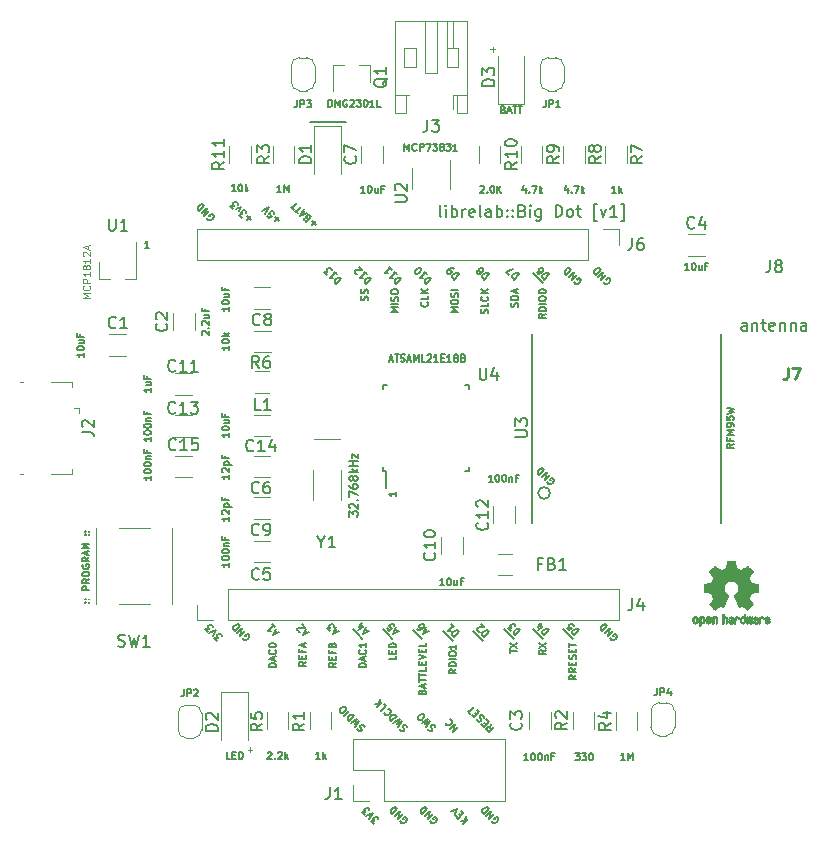
<source format=gto>
G04 #@! TF.GenerationSoftware,KiCad,Pcbnew,5.1.9+dfsg1-1~bpo10+1*
G04 #@! TF.CreationDate,2021-07-03T16:16:44-04:00*
G04 #@! TF.ProjectId,board,626f6172-642e-46b6-9963-61645f706362,rev?*
G04 #@! TF.SameCoordinates,Original*
G04 #@! TF.FileFunction,Legend,Top*
G04 #@! TF.FilePolarity,Positive*
%FSLAX46Y46*%
G04 Gerber Fmt 4.6, Leading zero omitted, Abs format (unit mm)*
G04 Created by KiCad (PCBNEW 5.1.9+dfsg1-1~bpo10+1) date 2021-07-03 16:16:44*
%MOMM*%
%LPD*%
G01*
G04 APERTURE LIST*
%ADD10C,0.150000*%
%ADD11C,0.200000*%
%ADD12C,0.125000*%
%ADD13C,0.120000*%
%ADD14C,0.010000*%
%ADD15C,0.250000*%
G04 APERTURE END LIST*
D10*
X121439285Y-114750000D02*
X121467857Y-114721428D01*
X121496428Y-114750000D01*
X121467857Y-114778571D01*
X121439285Y-114750000D01*
X121496428Y-114750000D01*
X121125000Y-114750000D02*
X121153571Y-114721428D01*
X121182142Y-114750000D01*
X121153571Y-114778571D01*
X121125000Y-114750000D01*
X121182142Y-114750000D01*
X121439285Y-114464285D02*
X121467857Y-114435714D01*
X121496428Y-114464285D01*
X121467857Y-114492857D01*
X121439285Y-114464285D01*
X121496428Y-114464285D01*
X121125000Y-114464285D02*
X121153571Y-114435714D01*
X121182142Y-114464285D01*
X121153571Y-114492857D01*
X121125000Y-114464285D01*
X121182142Y-114464285D01*
X121496428Y-113721428D02*
X120896428Y-113721428D01*
X120896428Y-113492857D01*
X120925000Y-113435714D01*
X120953571Y-113407142D01*
X121010714Y-113378571D01*
X121096428Y-113378571D01*
X121153571Y-113407142D01*
X121182142Y-113435714D01*
X121210714Y-113492857D01*
X121210714Y-113721428D01*
X121496428Y-112778571D02*
X121210714Y-112978571D01*
X121496428Y-113121428D02*
X120896428Y-113121428D01*
X120896428Y-112892857D01*
X120925000Y-112835714D01*
X120953571Y-112807142D01*
X121010714Y-112778571D01*
X121096428Y-112778571D01*
X121153571Y-112807142D01*
X121182142Y-112835714D01*
X121210714Y-112892857D01*
X121210714Y-113121428D01*
X120896428Y-112407142D02*
X120896428Y-112292857D01*
X120925000Y-112235714D01*
X120982142Y-112178571D01*
X121096428Y-112150000D01*
X121296428Y-112150000D01*
X121410714Y-112178571D01*
X121467857Y-112235714D01*
X121496428Y-112292857D01*
X121496428Y-112407142D01*
X121467857Y-112464285D01*
X121410714Y-112521428D01*
X121296428Y-112550000D01*
X121096428Y-112550000D01*
X120982142Y-112521428D01*
X120925000Y-112464285D01*
X120896428Y-112407142D01*
X120925000Y-111578571D02*
X120896428Y-111635714D01*
X120896428Y-111721428D01*
X120925000Y-111807142D01*
X120982142Y-111864285D01*
X121039285Y-111892857D01*
X121153571Y-111921428D01*
X121239285Y-111921428D01*
X121353571Y-111892857D01*
X121410714Y-111864285D01*
X121467857Y-111807142D01*
X121496428Y-111721428D01*
X121496428Y-111664285D01*
X121467857Y-111578571D01*
X121439285Y-111550000D01*
X121239285Y-111550000D01*
X121239285Y-111664285D01*
X121496428Y-110950000D02*
X121210714Y-111150000D01*
X121496428Y-111292857D02*
X120896428Y-111292857D01*
X120896428Y-111064285D01*
X120925000Y-111007142D01*
X120953571Y-110978571D01*
X121010714Y-110950000D01*
X121096428Y-110950000D01*
X121153571Y-110978571D01*
X121182142Y-111007142D01*
X121210714Y-111064285D01*
X121210714Y-111292857D01*
X121325000Y-110721428D02*
X121325000Y-110435714D01*
X121496428Y-110778571D02*
X120896428Y-110578571D01*
X121496428Y-110378571D01*
X121496428Y-110178571D02*
X120896428Y-110178571D01*
X121325000Y-109978571D01*
X120896428Y-109778571D01*
X121496428Y-109778571D01*
X121439285Y-109035714D02*
X121467857Y-109007142D01*
X121496428Y-109035714D01*
X121467857Y-109064285D01*
X121439285Y-109035714D01*
X121496428Y-109035714D01*
X121125000Y-109035714D02*
X121153571Y-109007142D01*
X121182142Y-109035714D01*
X121153571Y-109064285D01*
X121125000Y-109035714D01*
X121182142Y-109035714D01*
X121439285Y-108750000D02*
X121467857Y-108721428D01*
X121496428Y-108750000D01*
X121467857Y-108778571D01*
X121439285Y-108750000D01*
X121496428Y-108750000D01*
X121125000Y-108750000D02*
X121153571Y-108721428D01*
X121182142Y-108750000D01*
X121153571Y-108778571D01*
X121125000Y-108750000D01*
X121182142Y-108750000D01*
X160271116Y-104599380D02*
X160291319Y-104659990D01*
X160351928Y-104720599D01*
X160432741Y-104761005D01*
X160513553Y-104761005D01*
X160574162Y-104740802D01*
X160675177Y-104680193D01*
X160735786Y-104619583D01*
X160796396Y-104518568D01*
X160816599Y-104457959D01*
X160816599Y-104377147D01*
X160776193Y-104296335D01*
X160735786Y-104255928D01*
X160654974Y-104215522D01*
X160614568Y-104215522D01*
X160473147Y-104356944D01*
X160553959Y-104437756D01*
X160473147Y-103993289D02*
X160048883Y-104417553D01*
X160230710Y-103750852D01*
X159806446Y-104175116D01*
X160028680Y-103548822D02*
X159604416Y-103973086D01*
X159503400Y-103872071D01*
X159462994Y-103791258D01*
X159462994Y-103710446D01*
X159483197Y-103649837D01*
X159543806Y-103548822D01*
X159604416Y-103488213D01*
X159705431Y-103427603D01*
X159766040Y-103407400D01*
X159846852Y-103407400D01*
X159927664Y-103447806D01*
X160028680Y-103548822D01*
X159876806Y-87735715D02*
X159452542Y-87311451D01*
X160411076Y-86999415D02*
X159986812Y-87423679D01*
X159885796Y-87322664D01*
X159845390Y-87241851D01*
X159845390Y-87161039D01*
X159865593Y-87100430D01*
X159926203Y-86999415D01*
X159986812Y-86938806D01*
X160087827Y-86878197D01*
X160148436Y-86857993D01*
X160229248Y-86857993D01*
X160310061Y-86898400D01*
X160411076Y-86999415D01*
X159452542Y-87311451D02*
X159048481Y-86907390D01*
X159380720Y-86817587D02*
X159461532Y-86898400D01*
X159522142Y-86918603D01*
X159562548Y-86918603D01*
X159663563Y-86898400D01*
X159764578Y-86837790D01*
X159926203Y-86676166D01*
X159946406Y-86615557D01*
X159946406Y-86575151D01*
X159926203Y-86514542D01*
X159845390Y-86433729D01*
X159784781Y-86413526D01*
X159744375Y-86413526D01*
X159683766Y-86433729D01*
X159582751Y-86534745D01*
X159562548Y-86595354D01*
X159562548Y-86635760D01*
X159582751Y-86696369D01*
X159663563Y-86777181D01*
X159724172Y-86797384D01*
X159764578Y-86797384D01*
X159825187Y-86777181D01*
X152557428Y-120415142D02*
X152271714Y-120615142D01*
X152557428Y-120758000D02*
X151957428Y-120758000D01*
X151957428Y-120529428D01*
X151986000Y-120472285D01*
X152014571Y-120443714D01*
X152071714Y-120415142D01*
X152157428Y-120415142D01*
X152214571Y-120443714D01*
X152243142Y-120472285D01*
X152271714Y-120529428D01*
X152271714Y-120758000D01*
X152557428Y-120158000D02*
X151957428Y-120158000D01*
X151957428Y-120015142D01*
X151986000Y-119929428D01*
X152043142Y-119872285D01*
X152100285Y-119843714D01*
X152214571Y-119815142D01*
X152300285Y-119815142D01*
X152414571Y-119843714D01*
X152471714Y-119872285D01*
X152528857Y-119929428D01*
X152557428Y-120015142D01*
X152557428Y-120158000D01*
X152557428Y-119558000D02*
X151957428Y-119558000D01*
X151957428Y-119158000D02*
X151957428Y-119043714D01*
X151986000Y-118986571D01*
X152043142Y-118929428D01*
X152157428Y-118900857D01*
X152357428Y-118900857D01*
X152471714Y-118929428D01*
X152528857Y-118986571D01*
X152557428Y-119043714D01*
X152557428Y-119158000D01*
X152528857Y-119215142D01*
X152471714Y-119272285D01*
X152357428Y-119300857D01*
X152157428Y-119300857D01*
X152043142Y-119272285D01*
X151986000Y-119215142D01*
X151957428Y-119158000D01*
X152557428Y-118329428D02*
X152557428Y-118672285D01*
X152557428Y-118500857D02*
X151957428Y-118500857D01*
X152043142Y-118558000D01*
X152100285Y-118615142D01*
X152128857Y-118672285D01*
D11*
X151308333Y-82127380D02*
X151213095Y-82079761D01*
X151165476Y-81984523D01*
X151165476Y-81127380D01*
X151689285Y-82127380D02*
X151689285Y-81460714D01*
X151689285Y-81127380D02*
X151641666Y-81175000D01*
X151689285Y-81222619D01*
X151736904Y-81175000D01*
X151689285Y-81127380D01*
X151689285Y-81222619D01*
X152165476Y-82127380D02*
X152165476Y-81127380D01*
X152165476Y-81508333D02*
X152260714Y-81460714D01*
X152451190Y-81460714D01*
X152546428Y-81508333D01*
X152594047Y-81555952D01*
X152641666Y-81651190D01*
X152641666Y-81936904D01*
X152594047Y-82032142D01*
X152546428Y-82079761D01*
X152451190Y-82127380D01*
X152260714Y-82127380D01*
X152165476Y-82079761D01*
X153070238Y-82127380D02*
X153070238Y-81460714D01*
X153070238Y-81651190D02*
X153117857Y-81555952D01*
X153165476Y-81508333D01*
X153260714Y-81460714D01*
X153355952Y-81460714D01*
X154070238Y-82079761D02*
X153975000Y-82127380D01*
X153784523Y-82127380D01*
X153689285Y-82079761D01*
X153641666Y-81984523D01*
X153641666Y-81603571D01*
X153689285Y-81508333D01*
X153784523Y-81460714D01*
X153975000Y-81460714D01*
X154070238Y-81508333D01*
X154117857Y-81603571D01*
X154117857Y-81698809D01*
X153641666Y-81794047D01*
X154689285Y-82127380D02*
X154594047Y-82079761D01*
X154546428Y-81984523D01*
X154546428Y-81127380D01*
X155498809Y-82127380D02*
X155498809Y-81603571D01*
X155451190Y-81508333D01*
X155355952Y-81460714D01*
X155165476Y-81460714D01*
X155070238Y-81508333D01*
X155498809Y-82079761D02*
X155403571Y-82127380D01*
X155165476Y-82127380D01*
X155070238Y-82079761D01*
X155022619Y-81984523D01*
X155022619Y-81889285D01*
X155070238Y-81794047D01*
X155165476Y-81746428D01*
X155403571Y-81746428D01*
X155498809Y-81698809D01*
X155975000Y-82127380D02*
X155975000Y-81127380D01*
X155975000Y-81508333D02*
X156070238Y-81460714D01*
X156260714Y-81460714D01*
X156355952Y-81508333D01*
X156403571Y-81555952D01*
X156451190Y-81651190D01*
X156451190Y-81936904D01*
X156403571Y-82032142D01*
X156355952Y-82079761D01*
X156260714Y-82127380D01*
X156070238Y-82127380D01*
X155975000Y-82079761D01*
X156879761Y-82032142D02*
X156927380Y-82079761D01*
X156879761Y-82127380D01*
X156832142Y-82079761D01*
X156879761Y-82032142D01*
X156879761Y-82127380D01*
X156879761Y-81508333D02*
X156927380Y-81555952D01*
X156879761Y-81603571D01*
X156832142Y-81555952D01*
X156879761Y-81508333D01*
X156879761Y-81603571D01*
X157355952Y-82032142D02*
X157403571Y-82079761D01*
X157355952Y-82127380D01*
X157308333Y-82079761D01*
X157355952Y-82032142D01*
X157355952Y-82127380D01*
X157355952Y-81508333D02*
X157403571Y-81555952D01*
X157355952Y-81603571D01*
X157308333Y-81555952D01*
X157355952Y-81508333D01*
X157355952Y-81603571D01*
X158165476Y-81603571D02*
X158308333Y-81651190D01*
X158355952Y-81698809D01*
X158403571Y-81794047D01*
X158403571Y-81936904D01*
X158355952Y-82032142D01*
X158308333Y-82079761D01*
X158213095Y-82127380D01*
X157832142Y-82127380D01*
X157832142Y-81127380D01*
X158165476Y-81127380D01*
X158260714Y-81175000D01*
X158308333Y-81222619D01*
X158355952Y-81317857D01*
X158355952Y-81413095D01*
X158308333Y-81508333D01*
X158260714Y-81555952D01*
X158165476Y-81603571D01*
X157832142Y-81603571D01*
X158832142Y-82127380D02*
X158832142Y-81460714D01*
X158832142Y-81127380D02*
X158784523Y-81175000D01*
X158832142Y-81222619D01*
X158879761Y-81175000D01*
X158832142Y-81127380D01*
X158832142Y-81222619D01*
X159736904Y-81460714D02*
X159736904Y-82270238D01*
X159689285Y-82365476D01*
X159641666Y-82413095D01*
X159546428Y-82460714D01*
X159403571Y-82460714D01*
X159308333Y-82413095D01*
X159736904Y-82079761D02*
X159641666Y-82127380D01*
X159451190Y-82127380D01*
X159355952Y-82079761D01*
X159308333Y-82032142D01*
X159260714Y-81936904D01*
X159260714Y-81651190D01*
X159308333Y-81555952D01*
X159355952Y-81508333D01*
X159451190Y-81460714D01*
X159641666Y-81460714D01*
X159736904Y-81508333D01*
X160975000Y-82127380D02*
X160975000Y-81127380D01*
X161213095Y-81127380D01*
X161355952Y-81175000D01*
X161451190Y-81270238D01*
X161498809Y-81365476D01*
X161546428Y-81555952D01*
X161546428Y-81698809D01*
X161498809Y-81889285D01*
X161451190Y-81984523D01*
X161355952Y-82079761D01*
X161213095Y-82127380D01*
X160975000Y-82127380D01*
X162117857Y-82127380D02*
X162022619Y-82079761D01*
X161975000Y-82032142D01*
X161927380Y-81936904D01*
X161927380Y-81651190D01*
X161975000Y-81555952D01*
X162022619Y-81508333D01*
X162117857Y-81460714D01*
X162260714Y-81460714D01*
X162355952Y-81508333D01*
X162403571Y-81555952D01*
X162451190Y-81651190D01*
X162451190Y-81936904D01*
X162403571Y-82032142D01*
X162355952Y-82079761D01*
X162260714Y-82127380D01*
X162117857Y-82127380D01*
X162736904Y-81460714D02*
X163117857Y-81460714D01*
X162879761Y-81127380D02*
X162879761Y-81984523D01*
X162927380Y-82079761D01*
X163022619Y-82127380D01*
X163117857Y-82127380D01*
X164498809Y-82460714D02*
X164260714Y-82460714D01*
X164260714Y-81032142D01*
X164498809Y-81032142D01*
X164784523Y-81460714D02*
X165022619Y-82127380D01*
X165260714Y-81460714D01*
X166165476Y-82127380D02*
X165594047Y-82127380D01*
X165879761Y-82127380D02*
X165879761Y-81127380D01*
X165784523Y-81270238D01*
X165689285Y-81365476D01*
X165594047Y-81413095D01*
X166498809Y-82460714D02*
X166736904Y-82460714D01*
X166736904Y-81032142D01*
X166498809Y-81032142D01*
D12*
X155459523Y-67935714D02*
X155840476Y-67935714D01*
X155650000Y-68126190D02*
X155650000Y-67745238D01*
D10*
X137317428Y-120243714D02*
X136717428Y-120243714D01*
X136717428Y-120100856D01*
X136746000Y-120015142D01*
X136803142Y-119957999D01*
X136860285Y-119929428D01*
X136974571Y-119900856D01*
X137060285Y-119900856D01*
X137174571Y-119929428D01*
X137231714Y-119957999D01*
X137288857Y-120015142D01*
X137317428Y-120100856D01*
X137317428Y-120243714D01*
X137146000Y-119672285D02*
X137146000Y-119386571D01*
X137317428Y-119729428D02*
X136717428Y-119529428D01*
X137317428Y-119329428D01*
X137260285Y-118786571D02*
X137288857Y-118815142D01*
X137317428Y-118900856D01*
X137317428Y-118957999D01*
X137288857Y-119043714D01*
X137231714Y-119100856D01*
X137174571Y-119129428D01*
X137060285Y-119157999D01*
X136974571Y-119157999D01*
X136860285Y-119129428D01*
X136803142Y-119100856D01*
X136746000Y-119043714D01*
X136717428Y-118957999D01*
X136717428Y-118900856D01*
X136746000Y-118815142D01*
X136774571Y-118786571D01*
X136717428Y-118415142D02*
X136717428Y-118357999D01*
X136746000Y-118300856D01*
X136774571Y-118272285D01*
X136831714Y-118243714D01*
X136946000Y-118215142D01*
X137088857Y-118215142D01*
X137203142Y-118243714D01*
X137260285Y-118272285D01*
X137288857Y-118300856D01*
X137317428Y-118357999D01*
X137317428Y-118415142D01*
X137288857Y-118472285D01*
X137260285Y-118500856D01*
X137203142Y-118529428D01*
X137088857Y-118557999D01*
X136946000Y-118557999D01*
X136831714Y-118529428D01*
X136774571Y-118500856D01*
X136746000Y-118472285D01*
X136717428Y-118415142D01*
X139857428Y-119786572D02*
X139571714Y-119986572D01*
X139857428Y-120129429D02*
X139257428Y-120129429D01*
X139257428Y-119900857D01*
X139286000Y-119843714D01*
X139314571Y-119815143D01*
X139371714Y-119786572D01*
X139457428Y-119786572D01*
X139514571Y-119815143D01*
X139543142Y-119843714D01*
X139571714Y-119900857D01*
X139571714Y-120129429D01*
X139543142Y-119529429D02*
X139543142Y-119329429D01*
X139857428Y-119243714D02*
X139857428Y-119529429D01*
X139257428Y-119529429D01*
X139257428Y-119243714D01*
X139543142Y-118786572D02*
X139543142Y-118986572D01*
X139857428Y-118986572D02*
X139257428Y-118986572D01*
X139257428Y-118700857D01*
X139686000Y-118500857D02*
X139686000Y-118215143D01*
X139857428Y-118558000D02*
X139257428Y-118358000D01*
X139857428Y-118158000D01*
X142397428Y-119872286D02*
X142111714Y-120072286D01*
X142397428Y-120215143D02*
X141797428Y-120215143D01*
X141797428Y-119986571D01*
X141826000Y-119929429D01*
X141854571Y-119900857D01*
X141911714Y-119872286D01*
X141997428Y-119872286D01*
X142054571Y-119900857D01*
X142083142Y-119929429D01*
X142111714Y-119986571D01*
X142111714Y-120215143D01*
X142083142Y-119615143D02*
X142083142Y-119415143D01*
X142397428Y-119329429D02*
X142397428Y-119615143D01*
X141797428Y-119615143D01*
X141797428Y-119329429D01*
X142083142Y-118872286D02*
X142083142Y-119072286D01*
X142397428Y-119072286D02*
X141797428Y-119072286D01*
X141797428Y-118786571D01*
X142083142Y-118358000D02*
X142111714Y-118272286D01*
X142140285Y-118243714D01*
X142197428Y-118215143D01*
X142283142Y-118215143D01*
X142340285Y-118243714D01*
X142368857Y-118272286D01*
X142397428Y-118329429D01*
X142397428Y-118558000D01*
X141797428Y-118558000D01*
X141797428Y-118358000D01*
X141826000Y-118300857D01*
X141854571Y-118272286D01*
X141911714Y-118243714D01*
X141968857Y-118243714D01*
X142026000Y-118272286D01*
X142054571Y-118300857D01*
X142083142Y-118358000D01*
X142083142Y-118558000D01*
X144937428Y-120243714D02*
X144337428Y-120243714D01*
X144337428Y-120100856D01*
X144366000Y-120015142D01*
X144423142Y-119957999D01*
X144480285Y-119929428D01*
X144594571Y-119900856D01*
X144680285Y-119900856D01*
X144794571Y-119929428D01*
X144851714Y-119957999D01*
X144908857Y-120015142D01*
X144937428Y-120100856D01*
X144937428Y-120243714D01*
X144766000Y-119672285D02*
X144766000Y-119386571D01*
X144937428Y-119729428D02*
X144337428Y-119529428D01*
X144937428Y-119329428D01*
X144880285Y-118786571D02*
X144908857Y-118815142D01*
X144937428Y-118900856D01*
X144937428Y-118957999D01*
X144908857Y-119043714D01*
X144851714Y-119100856D01*
X144794571Y-119129428D01*
X144680285Y-119157999D01*
X144594571Y-119157999D01*
X144480285Y-119129428D01*
X144423142Y-119100856D01*
X144366000Y-119043714D01*
X144337428Y-118957999D01*
X144337428Y-118900856D01*
X144366000Y-118815142D01*
X144394571Y-118786571D01*
X144937428Y-118215142D02*
X144937428Y-118557999D01*
X144937428Y-118386571D02*
X144337428Y-118386571D01*
X144423142Y-118443714D01*
X144480285Y-118500856D01*
X144508857Y-118557999D01*
X147477428Y-119300857D02*
X147477428Y-119586571D01*
X146877428Y-119586571D01*
X147163142Y-119100857D02*
X147163142Y-118900857D01*
X147477428Y-118815143D02*
X147477428Y-119100857D01*
X146877428Y-119100857D01*
X146877428Y-118815143D01*
X147477428Y-118558000D02*
X146877428Y-118558000D01*
X146877428Y-118415143D01*
X146906000Y-118329428D01*
X146963142Y-118272285D01*
X147020285Y-118243714D01*
X147134571Y-118215143D01*
X147220285Y-118215143D01*
X147334571Y-118243714D01*
X147391714Y-118272285D01*
X147448857Y-118329428D01*
X147477428Y-118415143D01*
X147477428Y-118558000D01*
X149703142Y-122357999D02*
X149731714Y-122272285D01*
X149760285Y-122243714D01*
X149817428Y-122215142D01*
X149903142Y-122215142D01*
X149960285Y-122243714D01*
X149988857Y-122272285D01*
X150017428Y-122329428D01*
X150017428Y-122557999D01*
X149417428Y-122557999D01*
X149417428Y-122357999D01*
X149446000Y-122300857D01*
X149474571Y-122272285D01*
X149531714Y-122243714D01*
X149588857Y-122243714D01*
X149646000Y-122272285D01*
X149674571Y-122300857D01*
X149703142Y-122357999D01*
X149703142Y-122557999D01*
X149846000Y-121986571D02*
X149846000Y-121700857D01*
X150017428Y-122043714D02*
X149417428Y-121843714D01*
X150017428Y-121643714D01*
X149417428Y-121529428D02*
X149417428Y-121186571D01*
X150017428Y-121357999D02*
X149417428Y-121357999D01*
X149417428Y-121072285D02*
X149417428Y-120729428D01*
X150017428Y-120900857D02*
X149417428Y-120900857D01*
X150017428Y-120243714D02*
X150017428Y-120529428D01*
X149417428Y-120529428D01*
X149703142Y-120043714D02*
X149703142Y-119843714D01*
X150017428Y-119757999D02*
X150017428Y-120043714D01*
X149417428Y-120043714D01*
X149417428Y-119757999D01*
X149417428Y-119586571D02*
X150017428Y-119386571D01*
X149417428Y-119186571D01*
X149703142Y-118986571D02*
X149703142Y-118786571D01*
X150017428Y-118700857D02*
X150017428Y-118986571D01*
X149417428Y-118986571D01*
X149417428Y-118700857D01*
X150017428Y-118157999D02*
X150017428Y-118443714D01*
X149417428Y-118443714D01*
X157121428Y-119072285D02*
X157121428Y-118729428D01*
X157721428Y-118900857D02*
X157121428Y-118900857D01*
X157121428Y-118586571D02*
X157721428Y-118186571D01*
X157121428Y-118186571D02*
X157721428Y-118586571D01*
X160171428Y-118786572D02*
X159885714Y-118986572D01*
X160171428Y-119129429D02*
X159571428Y-119129429D01*
X159571428Y-118900857D01*
X159600000Y-118843714D01*
X159628571Y-118815143D01*
X159685714Y-118786572D01*
X159771428Y-118786572D01*
X159828571Y-118815143D01*
X159857142Y-118843714D01*
X159885714Y-118900857D01*
X159885714Y-119129429D01*
X159571428Y-118586572D02*
X160171428Y-118186572D01*
X159571428Y-118186572D02*
X160171428Y-118586572D01*
X162717428Y-120929428D02*
X162431714Y-121129428D01*
X162717428Y-121272285D02*
X162117428Y-121272285D01*
X162117428Y-121043714D01*
X162146000Y-120986571D01*
X162174571Y-120958000D01*
X162231714Y-120929428D01*
X162317428Y-120929428D01*
X162374571Y-120958000D01*
X162403142Y-120986571D01*
X162431714Y-121043714D01*
X162431714Y-121272285D01*
X162717428Y-120329428D02*
X162431714Y-120529428D01*
X162717428Y-120672285D02*
X162117428Y-120672285D01*
X162117428Y-120443714D01*
X162146000Y-120386571D01*
X162174571Y-120358000D01*
X162231714Y-120329428D01*
X162317428Y-120329428D01*
X162374571Y-120358000D01*
X162403142Y-120386571D01*
X162431714Y-120443714D01*
X162431714Y-120672285D01*
X162403142Y-120072285D02*
X162403142Y-119872285D01*
X162717428Y-119786571D02*
X162717428Y-120072285D01*
X162117428Y-120072285D01*
X162117428Y-119786571D01*
X162688857Y-119558000D02*
X162717428Y-119472285D01*
X162717428Y-119329428D01*
X162688857Y-119272285D01*
X162660285Y-119243714D01*
X162603142Y-119215142D01*
X162546000Y-119215142D01*
X162488857Y-119243714D01*
X162460285Y-119272285D01*
X162431714Y-119329428D01*
X162403142Y-119443714D01*
X162374571Y-119500857D01*
X162346000Y-119529428D01*
X162288857Y-119558000D01*
X162231714Y-119558000D01*
X162174571Y-119529428D01*
X162146000Y-119500857D01*
X162117428Y-119443714D01*
X162117428Y-119300857D01*
X162146000Y-119215142D01*
X162403142Y-118958000D02*
X162403142Y-118758000D01*
X162717428Y-118672285D02*
X162717428Y-118958000D01*
X162117428Y-118958000D01*
X162117428Y-118672285D01*
X162117428Y-118500857D02*
X162117428Y-118158000D01*
X162717428Y-118329428D02*
X162117428Y-118329428D01*
X142833106Y-87403475D02*
X142408842Y-87827739D01*
X142307827Y-87726724D01*
X142267421Y-87645912D01*
X142267421Y-87565100D01*
X142287624Y-87504491D01*
X142348233Y-87403475D01*
X142408842Y-87342866D01*
X142509857Y-87282257D01*
X142570467Y-87262054D01*
X142651279Y-87262054D01*
X142732091Y-87302460D01*
X142833106Y-87403475D01*
X142186609Y-86756978D02*
X142429045Y-86999414D01*
X142307827Y-86878196D02*
X141883563Y-87302460D01*
X141984578Y-87282257D01*
X142065390Y-87282257D01*
X142126000Y-87302460D01*
X141620923Y-87039820D02*
X141358284Y-86777181D01*
X141661329Y-86756978D01*
X141600720Y-86696369D01*
X141580517Y-86635759D01*
X141580517Y-86595353D01*
X141600720Y-86534744D01*
X141701735Y-86433729D01*
X141762345Y-86413526D01*
X141802751Y-86413526D01*
X141863360Y-86433729D01*
X141984578Y-86554947D01*
X142004781Y-86615556D01*
X142004781Y-86655962D01*
X157758857Y-89722571D02*
X157787428Y-89636857D01*
X157787428Y-89494000D01*
X157758857Y-89436857D01*
X157730285Y-89408285D01*
X157673142Y-89379714D01*
X157616000Y-89379714D01*
X157558857Y-89408285D01*
X157530285Y-89436857D01*
X157501714Y-89494000D01*
X157473142Y-89608285D01*
X157444571Y-89665428D01*
X157416000Y-89694000D01*
X157358857Y-89722571D01*
X157301714Y-89722571D01*
X157244571Y-89694000D01*
X157216000Y-89665428D01*
X157187428Y-89608285D01*
X157187428Y-89465428D01*
X157216000Y-89379714D01*
X157787428Y-89122571D02*
X157187428Y-89122571D01*
X157187428Y-88979714D01*
X157216000Y-88894000D01*
X157273142Y-88836857D01*
X157330285Y-88808285D01*
X157444571Y-88779714D01*
X157530285Y-88779714D01*
X157644571Y-88808285D01*
X157701714Y-88836857D01*
X157758857Y-88894000D01*
X157787428Y-88979714D01*
X157787428Y-89122571D01*
X157616000Y-88551142D02*
X157616000Y-88265428D01*
X157787428Y-88608285D02*
X157187428Y-88408285D01*
X157787428Y-88208285D01*
X152707428Y-90179715D02*
X152107428Y-90179715D01*
X152536000Y-89979715D01*
X152107428Y-89779715D01*
X152707428Y-89779715D01*
X152107428Y-89379715D02*
X152107428Y-89265429D01*
X152136000Y-89208286D01*
X152193142Y-89151143D01*
X152307428Y-89122572D01*
X152507428Y-89122572D01*
X152621714Y-89151143D01*
X152678857Y-89208286D01*
X152707428Y-89265429D01*
X152707428Y-89379715D01*
X152678857Y-89436858D01*
X152621714Y-89494000D01*
X152507428Y-89522572D01*
X152307428Y-89522572D01*
X152193142Y-89494000D01*
X152136000Y-89436858D01*
X152107428Y-89379715D01*
X152678857Y-88894000D02*
X152707428Y-88808286D01*
X152707428Y-88665429D01*
X152678857Y-88608286D01*
X152650285Y-88579715D01*
X152593142Y-88551143D01*
X152536000Y-88551143D01*
X152478857Y-88579715D01*
X152450285Y-88608286D01*
X152421714Y-88665429D01*
X152393142Y-88779715D01*
X152364571Y-88836858D01*
X152336000Y-88865429D01*
X152278857Y-88894000D01*
X152221714Y-88894000D01*
X152164571Y-88865429D01*
X152136000Y-88836858D01*
X152107428Y-88779715D01*
X152107428Y-88636858D01*
X152136000Y-88551143D01*
X152707428Y-88294000D02*
X152107428Y-88294000D01*
X155218857Y-90294000D02*
X155247428Y-90208286D01*
X155247428Y-90065429D01*
X155218857Y-90008286D01*
X155190285Y-89979715D01*
X155133142Y-89951143D01*
X155076000Y-89951143D01*
X155018857Y-89979715D01*
X154990285Y-90008286D01*
X154961714Y-90065429D01*
X154933142Y-90179715D01*
X154904571Y-90236857D01*
X154876000Y-90265429D01*
X154818857Y-90294000D01*
X154761714Y-90294000D01*
X154704571Y-90265429D01*
X154676000Y-90236857D01*
X154647428Y-90179715D01*
X154647428Y-90036857D01*
X154676000Y-89951143D01*
X155247428Y-89408286D02*
X155247428Y-89694000D01*
X154647428Y-89694000D01*
X155190285Y-88865429D02*
X155218857Y-88894000D01*
X155247428Y-88979715D01*
X155247428Y-89036857D01*
X155218857Y-89122572D01*
X155161714Y-89179715D01*
X155104571Y-89208286D01*
X154990285Y-89236857D01*
X154904571Y-89236857D01*
X154790285Y-89208286D01*
X154733142Y-89179715D01*
X154676000Y-89122572D01*
X154647428Y-89036857D01*
X154647428Y-88979715D01*
X154676000Y-88894000D01*
X154704571Y-88865429D01*
X155247428Y-88608286D02*
X154647428Y-88608286D01*
X155247428Y-88265429D02*
X154904571Y-88522572D01*
X154647428Y-88265429D02*
X154990285Y-88608286D01*
X147627428Y-90179715D02*
X147027428Y-90179715D01*
X147456000Y-89979715D01*
X147027428Y-89779715D01*
X147627428Y-89779715D01*
X147627428Y-89494000D02*
X147027428Y-89494000D01*
X147598857Y-89236858D02*
X147627428Y-89151143D01*
X147627428Y-89008286D01*
X147598857Y-88951143D01*
X147570285Y-88922572D01*
X147513142Y-88894000D01*
X147456000Y-88894000D01*
X147398857Y-88922572D01*
X147370285Y-88951143D01*
X147341714Y-89008286D01*
X147313142Y-89122572D01*
X147284571Y-89179715D01*
X147256000Y-89208286D01*
X147198857Y-89236858D01*
X147141714Y-89236858D01*
X147084571Y-89208286D01*
X147056000Y-89179715D01*
X147027428Y-89122572D01*
X147027428Y-88979715D01*
X147056000Y-88894000D01*
X147027428Y-88522572D02*
X147027428Y-88408286D01*
X147056000Y-88351143D01*
X147113142Y-88294000D01*
X147227428Y-88265429D01*
X147427428Y-88265429D01*
X147541714Y-88294000D01*
X147598857Y-88351143D01*
X147627428Y-88408286D01*
X147627428Y-88522572D01*
X147598857Y-88579715D01*
X147541714Y-88636858D01*
X147427428Y-88665429D01*
X147227428Y-88665429D01*
X147113142Y-88636858D01*
X147056000Y-88579715D01*
X147027428Y-88522572D01*
X150110285Y-89351142D02*
X150138857Y-89379714D01*
X150167428Y-89465428D01*
X150167428Y-89522571D01*
X150138857Y-89608285D01*
X150081714Y-89665428D01*
X150024571Y-89694000D01*
X149910285Y-89722571D01*
X149824571Y-89722571D01*
X149710285Y-89694000D01*
X149653142Y-89665428D01*
X149596000Y-89608285D01*
X149567428Y-89522571D01*
X149567428Y-89465428D01*
X149596000Y-89379714D01*
X149624571Y-89351142D01*
X150167428Y-88808285D02*
X150167428Y-89094000D01*
X149567428Y-89094000D01*
X150167428Y-88608285D02*
X149567428Y-88608285D01*
X150167428Y-88265428D02*
X149824571Y-88522571D01*
X149567428Y-88265428D02*
X149910285Y-88608285D01*
X145058857Y-89179714D02*
X145087428Y-89094000D01*
X145087428Y-88951143D01*
X145058857Y-88894000D01*
X145030285Y-88865429D01*
X144973142Y-88836857D01*
X144916000Y-88836857D01*
X144858857Y-88865429D01*
X144830285Y-88894000D01*
X144801714Y-88951143D01*
X144773142Y-89065429D01*
X144744571Y-89122572D01*
X144716000Y-89151143D01*
X144658857Y-89179714D01*
X144601714Y-89179714D01*
X144544571Y-89151143D01*
X144516000Y-89122572D01*
X144487428Y-89065429D01*
X144487428Y-88922572D01*
X144516000Y-88836857D01*
X145058857Y-88608286D02*
X145087428Y-88522572D01*
X145087428Y-88379714D01*
X145058857Y-88322572D01*
X145030285Y-88294000D01*
X144973142Y-88265429D01*
X144916000Y-88265429D01*
X144858857Y-88294000D01*
X144830285Y-88322572D01*
X144801714Y-88379714D01*
X144773142Y-88494000D01*
X144744571Y-88551143D01*
X144716000Y-88579714D01*
X144658857Y-88608286D01*
X144601714Y-88608286D01*
X144544571Y-88579714D01*
X144516000Y-88551143D01*
X144487428Y-88494000D01*
X144487428Y-88351143D01*
X144516000Y-88265429D01*
X126549428Y-84777428D02*
X126206571Y-84777428D01*
X126378000Y-84777428D02*
X126378000Y-84177428D01*
X126320857Y-84263142D01*
X126263714Y-84320285D01*
X126206571Y-84348857D01*
X147477428Y-105416571D02*
X147477428Y-105759428D01*
X147477428Y-105588000D02*
X146877428Y-105588000D01*
X146963142Y-105645142D01*
X147020285Y-105702285D01*
X147048857Y-105759428D01*
X140176190Y-74071428D02*
X143223809Y-74071428D01*
X131469116Y-82247380D02*
X131489319Y-82307990D01*
X131549928Y-82368599D01*
X131630741Y-82409005D01*
X131711553Y-82409005D01*
X131772162Y-82388802D01*
X131873177Y-82328193D01*
X131933786Y-82267583D01*
X131994396Y-82166568D01*
X132014599Y-82105959D01*
X132014599Y-82025147D01*
X131974193Y-81944335D01*
X131933786Y-81903928D01*
X131852974Y-81863522D01*
X131812568Y-81863522D01*
X131671147Y-82004944D01*
X131751959Y-82085756D01*
X131671147Y-81641289D02*
X131246883Y-82065553D01*
X131428710Y-81398852D01*
X131004446Y-81823116D01*
X131226680Y-81196822D02*
X130802416Y-81621086D01*
X130701400Y-81520071D01*
X130660994Y-81439258D01*
X130660994Y-81358446D01*
X130681197Y-81297837D01*
X130741806Y-81196822D01*
X130802416Y-81136213D01*
X130903431Y-81075603D01*
X130964040Y-81055400D01*
X131044852Y-81055400D01*
X131125664Y-81095806D01*
X131226680Y-81196822D01*
D12*
X134909523Y-127235714D02*
X135290476Y-127235714D01*
X135100000Y-127426190D02*
X135100000Y-127045238D01*
D10*
X140649137Y-82814528D02*
X140325888Y-82491279D01*
X140649137Y-82491279D02*
X140325888Y-82814528D01*
X139921827Y-82208436D02*
X139881421Y-82127624D01*
X139881421Y-82087218D01*
X139901624Y-82026609D01*
X139962233Y-81966000D01*
X140022842Y-81945796D01*
X140063248Y-81945796D01*
X140123857Y-81966000D01*
X140285482Y-82127624D01*
X139861218Y-82551888D01*
X139719796Y-82410467D01*
X139699593Y-82349857D01*
X139699593Y-82309451D01*
X139719796Y-82248842D01*
X139760203Y-82208436D01*
X139820812Y-82188233D01*
X139861218Y-82188233D01*
X139921827Y-82208436D01*
X140063248Y-82349857D01*
X139760203Y-81844781D02*
X139558172Y-81642751D01*
X139921827Y-81763969D02*
X139356142Y-82046812D01*
X139638984Y-81481126D01*
X139133908Y-81824578D02*
X138891471Y-81582142D01*
X139436954Y-81279096D02*
X139012690Y-81703360D01*
X138810659Y-81501329D02*
X138568223Y-81258893D01*
X139113705Y-80955847D02*
X138689441Y-81380111D01*
X134490116Y-117807380D02*
X134510319Y-117867990D01*
X134570928Y-117928599D01*
X134651741Y-117969005D01*
X134732553Y-117969005D01*
X134793162Y-117948802D01*
X134894177Y-117888193D01*
X134954786Y-117827583D01*
X135015396Y-117726568D01*
X135035599Y-117665959D01*
X135035599Y-117585147D01*
X134995193Y-117504335D01*
X134954786Y-117463928D01*
X134873974Y-117423522D01*
X134833568Y-117423522D01*
X134692147Y-117564944D01*
X134772959Y-117645756D01*
X134692147Y-117201289D02*
X134267883Y-117625553D01*
X134449710Y-116958852D01*
X134025446Y-117383116D01*
X134247680Y-116756822D02*
X133823416Y-117181086D01*
X133722400Y-117080071D01*
X133681994Y-116999258D01*
X133681994Y-116918446D01*
X133702197Y-116857837D01*
X133762806Y-116756822D01*
X133823416Y-116696213D01*
X133924431Y-116635603D01*
X133985040Y-116615400D01*
X134065852Y-116615400D01*
X134146664Y-116655806D01*
X134247680Y-116756822D01*
X132335144Y-118029614D02*
X132072504Y-117766974D01*
X132375550Y-117746771D01*
X132314941Y-117686162D01*
X132294738Y-117625553D01*
X132294738Y-117585147D01*
X132314941Y-117524538D01*
X132415956Y-117423522D01*
X132476565Y-117403319D01*
X132516971Y-117403319D01*
X132577580Y-117423522D01*
X132698799Y-117544741D01*
X132719002Y-117605350D01*
X132719002Y-117645756D01*
X131951286Y-117645756D02*
X132234128Y-117080071D01*
X131668443Y-117362913D01*
X131567428Y-117261898D02*
X131304788Y-116999258D01*
X131607834Y-116979055D01*
X131547225Y-116918446D01*
X131527022Y-116857837D01*
X131527022Y-116817431D01*
X131547225Y-116756822D01*
X131648240Y-116655806D01*
X131708849Y-116635603D01*
X131749255Y-116635603D01*
X131809864Y-116655806D01*
X131931083Y-116777025D01*
X131951286Y-116837634D01*
X131951286Y-116878040D01*
X165605116Y-117807380D02*
X165625319Y-117867990D01*
X165685928Y-117928599D01*
X165766741Y-117969005D01*
X165847553Y-117969005D01*
X165908162Y-117948802D01*
X166009177Y-117888193D01*
X166069786Y-117827583D01*
X166130396Y-117726568D01*
X166150599Y-117665959D01*
X166150599Y-117585147D01*
X166110193Y-117504335D01*
X166069786Y-117463928D01*
X165988974Y-117423522D01*
X165948568Y-117423522D01*
X165807147Y-117564944D01*
X165887959Y-117645756D01*
X165807147Y-117201289D02*
X165382883Y-117625553D01*
X165564710Y-116958852D01*
X165140446Y-117383116D01*
X165362680Y-116756822D02*
X164938416Y-117181086D01*
X164837400Y-117080071D01*
X164796994Y-116999258D01*
X164796994Y-116918446D01*
X164817197Y-116857837D01*
X164877806Y-116756822D01*
X164938416Y-116696213D01*
X165039431Y-116635603D01*
X165100040Y-116615400D01*
X165180852Y-116615400D01*
X165261664Y-116655806D01*
X165362680Y-116756822D01*
X137521786Y-82481177D02*
X137198538Y-82157928D01*
X137521786Y-82157928D02*
X137198538Y-82481177D01*
X136531837Y-82016507D02*
X136733867Y-82218538D01*
X136956101Y-82036710D01*
X136915695Y-82036710D01*
X136855086Y-82016507D01*
X136754071Y-81915492D01*
X136733867Y-81854883D01*
X136733867Y-81814477D01*
X136754071Y-81753867D01*
X136855086Y-81652852D01*
X136915695Y-81632649D01*
X136956101Y-81632649D01*
X137016710Y-81652852D01*
X137117725Y-81753867D01*
X137137928Y-81814477D01*
X137137928Y-81854883D01*
X136390416Y-81875086D02*
X136673258Y-81309400D01*
X136107573Y-81592243D01*
X135163614Y-82409005D02*
X134840365Y-82085756D01*
X135163614Y-82085756D02*
X134840365Y-82409005D01*
X134416101Y-82186771D02*
X134153461Y-81924132D01*
X134456507Y-81903928D01*
X134395898Y-81843319D01*
X134375695Y-81782710D01*
X134375695Y-81742304D01*
X134395898Y-81681695D01*
X134496913Y-81580680D01*
X134557522Y-81560477D01*
X134597928Y-81560477D01*
X134658538Y-81580680D01*
X134779756Y-81701898D01*
X134799959Y-81762507D01*
X134799959Y-81802913D01*
X134153461Y-81641289D02*
X134335289Y-81257431D01*
X133951431Y-81439258D01*
X133688791Y-81459461D02*
X133426152Y-81196822D01*
X133729197Y-81176619D01*
X133668588Y-81116009D01*
X133648385Y-81055400D01*
X133648385Y-81014994D01*
X133668588Y-80954385D01*
X133769603Y-80853370D01*
X133830213Y-80833167D01*
X133870619Y-80833167D01*
X133931228Y-80853370D01*
X134052446Y-80974588D01*
X134072649Y-81035197D01*
X134072649Y-81075603D01*
X162557116Y-87645911D02*
X162577319Y-87706521D01*
X162637928Y-87767130D01*
X162718741Y-87807536D01*
X162799553Y-87807536D01*
X162860162Y-87787333D01*
X162961177Y-87726724D01*
X163021786Y-87666114D01*
X163082396Y-87565099D01*
X163102599Y-87504490D01*
X163102599Y-87423678D01*
X163062193Y-87342866D01*
X163021786Y-87302459D01*
X162940974Y-87262053D01*
X162900568Y-87262053D01*
X162759147Y-87403475D01*
X162839959Y-87484287D01*
X162759147Y-87039820D02*
X162334883Y-87464084D01*
X162516710Y-86797383D01*
X162092446Y-87221647D01*
X162314680Y-86595353D02*
X161890416Y-87019617D01*
X161789400Y-86918602D01*
X161748994Y-86837789D01*
X161748994Y-86756977D01*
X161769197Y-86696368D01*
X161829806Y-86595353D01*
X161890416Y-86534744D01*
X161991431Y-86474134D01*
X162052040Y-86453931D01*
X162132852Y-86453931D01*
X162213664Y-86494337D01*
X162314680Y-86595353D01*
X160131428Y-90351142D02*
X159845714Y-90551142D01*
X160131428Y-90694000D02*
X159531428Y-90694000D01*
X159531428Y-90465428D01*
X159560000Y-90408285D01*
X159588571Y-90379714D01*
X159645714Y-90351142D01*
X159731428Y-90351142D01*
X159788571Y-90379714D01*
X159817142Y-90408285D01*
X159845714Y-90465428D01*
X159845714Y-90694000D01*
X160131428Y-90094000D02*
X159531428Y-90094000D01*
X159531428Y-89951142D01*
X159560000Y-89865428D01*
X159617142Y-89808285D01*
X159674285Y-89779714D01*
X159788571Y-89751142D01*
X159874285Y-89751142D01*
X159988571Y-89779714D01*
X160045714Y-89808285D01*
X160102857Y-89865428D01*
X160131428Y-89951142D01*
X160131428Y-90094000D01*
X160131428Y-89494000D02*
X159531428Y-89494000D01*
X159531428Y-89094000D02*
X159531428Y-88979714D01*
X159560000Y-88922571D01*
X159617142Y-88865428D01*
X159731428Y-88836857D01*
X159931428Y-88836857D01*
X160045714Y-88865428D01*
X160102857Y-88922571D01*
X160131428Y-88979714D01*
X160131428Y-89094000D01*
X160102857Y-89151142D01*
X160045714Y-89208285D01*
X159931428Y-89236857D01*
X159731428Y-89236857D01*
X159617142Y-89208285D01*
X159560000Y-89151142D01*
X159531428Y-89094000D01*
X159531428Y-88465428D02*
X159531428Y-88408285D01*
X159560000Y-88351142D01*
X159588571Y-88322571D01*
X159645714Y-88294000D01*
X159760000Y-88265428D01*
X159902857Y-88265428D01*
X160017142Y-88294000D01*
X160074285Y-88322571D01*
X160102857Y-88351142D01*
X160131428Y-88408285D01*
X160131428Y-88465428D01*
X160102857Y-88522571D01*
X160074285Y-88551142D01*
X160017142Y-88579714D01*
X159902857Y-88608285D01*
X159760000Y-88608285D01*
X159645714Y-88579714D01*
X159588571Y-88551142D01*
X159560000Y-88522571D01*
X159531428Y-88465428D01*
X147146502Y-117819813D02*
X146782847Y-117456159D01*
X147579756Y-117224935D02*
X147377725Y-117022904D01*
X147741380Y-117144122D02*
X147175695Y-117426965D01*
X147458538Y-116861280D01*
X146782847Y-117456159D02*
X146378786Y-117052097D01*
X146690822Y-116942092D02*
X146892852Y-117144122D01*
X147115086Y-116962295D01*
X147074680Y-116962295D01*
X147014071Y-116942092D01*
X146913055Y-116841077D01*
X146892852Y-116780467D01*
X146892852Y-116740061D01*
X146913055Y-116679452D01*
X147014071Y-116578437D01*
X147074680Y-116558234D01*
X147115086Y-116558234D01*
X147175695Y-116578437D01*
X147276710Y-116679452D01*
X147296913Y-116740061D01*
X147296913Y-116780467D01*
X137419756Y-117351935D02*
X137217725Y-117149904D01*
X137581380Y-117271122D02*
X137015695Y-117553965D01*
X137298538Y-116988280D01*
X136934883Y-116624625D02*
X137177319Y-116867061D01*
X137056101Y-116745843D02*
X136631837Y-117170107D01*
X136732852Y-117149904D01*
X136813664Y-117149904D01*
X136874274Y-117170107D01*
X149686502Y-117845213D02*
X149322847Y-117481559D01*
X150119756Y-117250335D02*
X149917725Y-117048304D01*
X150281380Y-117169522D02*
X149715695Y-117452365D01*
X149998538Y-116886680D01*
X149322847Y-117481559D02*
X148918786Y-117077497D01*
X149251025Y-116987695D02*
X149331837Y-117068507D01*
X149392446Y-117088710D01*
X149432852Y-117088710D01*
X149533867Y-117068507D01*
X149634883Y-117007898D01*
X149796507Y-116846274D01*
X149816710Y-116785664D01*
X149816710Y-116745258D01*
X149796507Y-116684649D01*
X149715695Y-116603837D01*
X149655086Y-116583634D01*
X149614680Y-116583634D01*
X149554071Y-116603837D01*
X149453055Y-116704852D01*
X149432852Y-116765461D01*
X149432852Y-116805867D01*
X149453055Y-116866477D01*
X149533867Y-116947289D01*
X149594477Y-116967492D01*
X149634883Y-116967492D01*
X149695492Y-116947289D01*
X144606502Y-117819813D02*
X144242847Y-117456159D01*
X145039756Y-117224935D02*
X144837725Y-117022904D01*
X145201380Y-117144122D02*
X144635695Y-117426965D01*
X144918538Y-116861280D01*
X144242847Y-117456159D02*
X143838786Y-117052097D01*
X144312446Y-116820874D02*
X144595289Y-116538031D01*
X144251837Y-117083513D02*
X144655898Y-116881483D01*
X144393258Y-116618843D01*
X142499756Y-117250335D02*
X142297725Y-117048304D01*
X142661380Y-117169522D02*
X142095695Y-117452365D01*
X142378538Y-116886680D01*
X141853258Y-117209928D02*
X141590619Y-116947289D01*
X141893664Y-116927086D01*
X141833055Y-116866477D01*
X141812852Y-116805867D01*
X141812852Y-116765461D01*
X141833055Y-116704852D01*
X141934071Y-116603837D01*
X141994680Y-116583634D01*
X142035086Y-116583634D01*
X142095695Y-116603837D01*
X142216913Y-116725055D01*
X142237116Y-116785664D01*
X142237116Y-116826071D01*
X139959756Y-117351935D02*
X139757725Y-117149904D01*
X140121380Y-117271122D02*
X139555695Y-117553965D01*
X139838538Y-116988280D01*
X139333461Y-117250919D02*
X139293055Y-117250919D01*
X139232446Y-117230716D01*
X139131431Y-117129701D01*
X139111228Y-117069092D01*
X139111228Y-117028686D01*
X139131431Y-116968077D01*
X139171837Y-116927671D01*
X139252649Y-116887264D01*
X139737522Y-116887264D01*
X139474883Y-116624625D01*
X154796806Y-118002518D02*
X154372542Y-117578254D01*
X155331076Y-117266218D02*
X154906812Y-117690482D01*
X154805796Y-117589467D01*
X154765390Y-117508654D01*
X154765390Y-117427842D01*
X154785593Y-117367233D01*
X154846203Y-117266218D01*
X154906812Y-117205609D01*
X155007827Y-117145000D01*
X155068436Y-117124796D01*
X155149248Y-117124796D01*
X155230061Y-117165203D01*
X155331076Y-117266218D01*
X154372542Y-117578254D02*
X153968481Y-117174193D01*
X154543157Y-117246015D02*
X154502751Y-117246015D01*
X154442142Y-117225812D01*
X154341126Y-117124796D01*
X154320923Y-117064187D01*
X154320923Y-117023781D01*
X154341126Y-116963172D01*
X154381532Y-116922766D01*
X154462345Y-116882360D01*
X154947218Y-116882360D01*
X154684578Y-116619720D01*
X157463806Y-117875518D02*
X157039542Y-117451254D01*
X157998076Y-117139218D02*
X157573812Y-117563482D01*
X157472796Y-117462467D01*
X157432390Y-117381654D01*
X157432390Y-117300842D01*
X157452593Y-117240233D01*
X157513203Y-117139218D01*
X157573812Y-117078609D01*
X157674827Y-117018000D01*
X157735436Y-116997796D01*
X157816248Y-116997796D01*
X157897061Y-117038203D01*
X157998076Y-117139218D01*
X157039542Y-117451254D02*
X156635481Y-117047193D01*
X157189954Y-117179624D02*
X156927314Y-116916984D01*
X157230360Y-116896781D01*
X157169751Y-116836172D01*
X157149548Y-116775563D01*
X157149548Y-116735157D01*
X157169751Y-116674548D01*
X157270766Y-116573532D01*
X157331375Y-116553329D01*
X157371781Y-116553329D01*
X157432390Y-116573532D01*
X157553609Y-116694751D01*
X157573812Y-116755360D01*
X157573812Y-116795766D01*
X152256806Y-118002518D02*
X151832542Y-117578254D01*
X152791076Y-117266218D02*
X152366812Y-117690482D01*
X152265796Y-117589467D01*
X152225390Y-117508654D01*
X152225390Y-117427842D01*
X152245593Y-117367233D01*
X152306203Y-117266218D01*
X152366812Y-117205609D01*
X152467827Y-117145000D01*
X152528436Y-117124796D01*
X152609248Y-117124796D01*
X152690061Y-117165203D01*
X152791076Y-117266218D01*
X151832542Y-117578254D02*
X151428481Y-117174193D01*
X152144578Y-116619720D02*
X152387015Y-116862157D01*
X152265796Y-116740938D02*
X151841532Y-117165203D01*
X151942548Y-117145000D01*
X152023360Y-117145000D01*
X152083969Y-117165203D01*
X162416806Y-117875518D02*
X161992542Y-117451254D01*
X162951076Y-117139218D02*
X162526812Y-117563482D01*
X162425796Y-117462467D01*
X162385390Y-117381654D01*
X162385390Y-117300842D01*
X162405593Y-117240233D01*
X162466203Y-117139218D01*
X162526812Y-117078609D01*
X162627827Y-117018000D01*
X162688436Y-116997796D01*
X162769248Y-116997796D01*
X162850061Y-117038203D01*
X162951076Y-117139218D01*
X161992542Y-117451254D02*
X161588481Y-117047193D01*
X161900517Y-116937187D02*
X162102548Y-117139218D01*
X162324781Y-116957390D01*
X162284375Y-116957390D01*
X162223766Y-116937187D01*
X162122751Y-116836172D01*
X162102548Y-116775563D01*
X162102548Y-116735157D01*
X162122751Y-116674548D01*
X162223766Y-116573532D01*
X162284375Y-116553329D01*
X162324781Y-116553329D01*
X162385390Y-116573532D01*
X162486406Y-116674548D01*
X162506609Y-116735157D01*
X162506609Y-116775563D01*
X165050557Y-87661821D02*
X165070760Y-87722430D01*
X165131369Y-87783039D01*
X165212181Y-87823445D01*
X165292993Y-87823445D01*
X165353603Y-87803242D01*
X165454618Y-87742633D01*
X165515227Y-87682024D01*
X165575836Y-87581009D01*
X165596039Y-87520400D01*
X165596039Y-87439587D01*
X165555633Y-87358775D01*
X165515227Y-87318369D01*
X165434415Y-87277963D01*
X165394009Y-87277963D01*
X165252587Y-87419384D01*
X165333400Y-87500196D01*
X165252587Y-87055729D02*
X164828323Y-87479993D01*
X165010151Y-86813293D01*
X164585887Y-87237557D01*
X164808120Y-86611262D02*
X164383856Y-87035526D01*
X164282841Y-86934511D01*
X164242435Y-86853699D01*
X164242435Y-86772887D01*
X164262638Y-86712277D01*
X164323247Y-86611262D01*
X164383856Y-86550653D01*
X164484871Y-86490044D01*
X164545481Y-86469841D01*
X164626293Y-86469841D01*
X164707105Y-86510247D01*
X164808120Y-86611262D01*
X159876806Y-117875518D02*
X159452542Y-117451254D01*
X160411076Y-117139218D02*
X159986812Y-117563482D01*
X159885796Y-117462467D01*
X159845390Y-117381654D01*
X159845390Y-117300842D01*
X159865593Y-117240233D01*
X159926203Y-117139218D01*
X159986812Y-117078609D01*
X160087827Y-117018000D01*
X160148436Y-116997796D01*
X160229248Y-116997796D01*
X160310061Y-117038203D01*
X160411076Y-117139218D01*
X159452542Y-117451254D02*
X159048481Y-117047193D01*
X159522142Y-116815969D02*
X159804984Y-116533126D01*
X159461532Y-117078609D02*
X159865593Y-116876578D01*
X159602954Y-116613938D01*
X155331076Y-86999415D02*
X154906812Y-87423679D01*
X154805796Y-87322664D01*
X154765390Y-87241851D01*
X154765390Y-87161039D01*
X154785593Y-87100430D01*
X154846203Y-86999415D01*
X154906812Y-86938806D01*
X155007827Y-86878197D01*
X155068436Y-86857993D01*
X155149248Y-86857993D01*
X155230061Y-86898400D01*
X155331076Y-86999415D01*
X154603766Y-86756978D02*
X154623969Y-86817587D01*
X154623969Y-86857993D01*
X154603766Y-86918603D01*
X154583563Y-86938806D01*
X154522954Y-86959009D01*
X154482548Y-86959009D01*
X154421938Y-86938806D01*
X154341126Y-86857993D01*
X154320923Y-86797384D01*
X154320923Y-86756978D01*
X154341126Y-86696369D01*
X154361329Y-86676166D01*
X154421938Y-86655963D01*
X154462345Y-86655963D01*
X154522954Y-86676166D01*
X154603766Y-86756978D01*
X154664375Y-86777181D01*
X154704781Y-86777181D01*
X154765390Y-86756978D01*
X154846203Y-86676166D01*
X154866406Y-86615557D01*
X154866406Y-86575151D01*
X154846203Y-86514542D01*
X154765390Y-86433729D01*
X154704781Y-86413526D01*
X154664375Y-86413526D01*
X154603766Y-86433729D01*
X154522954Y-86514542D01*
X154502751Y-86575151D01*
X154502751Y-86615557D01*
X154522954Y-86676166D01*
X152791076Y-86999415D02*
X152366812Y-87423679D01*
X152265796Y-87322664D01*
X152225390Y-87241851D01*
X152225390Y-87161039D01*
X152245593Y-87100430D01*
X152306203Y-86999415D01*
X152366812Y-86938806D01*
X152467827Y-86878197D01*
X152528436Y-86857993D01*
X152609248Y-86857993D01*
X152690061Y-86898400D01*
X152791076Y-86999415D01*
X152346609Y-86554948D02*
X152265796Y-86474135D01*
X152205187Y-86453932D01*
X152164781Y-86453932D01*
X152063766Y-86474135D01*
X151962751Y-86534745D01*
X151801126Y-86696369D01*
X151780923Y-86756978D01*
X151780923Y-86797384D01*
X151801126Y-86857993D01*
X151881938Y-86938806D01*
X151942548Y-86959009D01*
X151982954Y-86959009D01*
X152043563Y-86938806D01*
X152144578Y-86837790D01*
X152164781Y-86777181D01*
X152164781Y-86736775D01*
X152144578Y-86676166D01*
X152063766Y-86595354D01*
X152003157Y-86575151D01*
X151962751Y-86575151D01*
X151902142Y-86595354D01*
X157871076Y-86999415D02*
X157446812Y-87423679D01*
X157345796Y-87322664D01*
X157305390Y-87241851D01*
X157305390Y-87161039D01*
X157325593Y-87100430D01*
X157386203Y-86999415D01*
X157446812Y-86938806D01*
X157547827Y-86878197D01*
X157608436Y-86857993D01*
X157689248Y-86857993D01*
X157770061Y-86898400D01*
X157871076Y-86999415D01*
X157062954Y-87039821D02*
X156780111Y-86756978D01*
X157386203Y-86514542D01*
X150453106Y-87403475D02*
X150028842Y-87827739D01*
X149927827Y-87726724D01*
X149887421Y-87645912D01*
X149887421Y-87565100D01*
X149907624Y-87504491D01*
X149968233Y-87403475D01*
X150028842Y-87342866D01*
X150129857Y-87282257D01*
X150190467Y-87262054D01*
X150271279Y-87262054D01*
X150352091Y-87302460D01*
X150453106Y-87403475D01*
X149806609Y-86756978D02*
X150049045Y-86999414D01*
X149927827Y-86878196D02*
X149503563Y-87302460D01*
X149604578Y-87282257D01*
X149685390Y-87282257D01*
X149746000Y-87302460D01*
X149119705Y-86918602D02*
X149079299Y-86878196D01*
X149059096Y-86817587D01*
X149059096Y-86777181D01*
X149079299Y-86716572D01*
X149139908Y-86615556D01*
X149240923Y-86514541D01*
X149341938Y-86453932D01*
X149402548Y-86433729D01*
X149442954Y-86433729D01*
X149503563Y-86453932D01*
X149543969Y-86494338D01*
X149564172Y-86554947D01*
X149564172Y-86595353D01*
X149543969Y-86655962D01*
X149483360Y-86756978D01*
X149382345Y-86857993D01*
X149281329Y-86918602D01*
X149220720Y-86938805D01*
X149180314Y-86938805D01*
X149119705Y-86918602D01*
X147913106Y-87403475D02*
X147488842Y-87827739D01*
X147387827Y-87726724D01*
X147347421Y-87645912D01*
X147347421Y-87565100D01*
X147367624Y-87504491D01*
X147428233Y-87403475D01*
X147488842Y-87342866D01*
X147589857Y-87282257D01*
X147650467Y-87262054D01*
X147731279Y-87262054D01*
X147812091Y-87302460D01*
X147913106Y-87403475D01*
X147266609Y-86756978D02*
X147509045Y-86999414D01*
X147387827Y-86878196D02*
X146963563Y-87302460D01*
X147064578Y-87282257D01*
X147145390Y-87282257D01*
X147206000Y-87302460D01*
X146862548Y-86352917D02*
X147104984Y-86595353D01*
X146983766Y-86474135D02*
X146559502Y-86898399D01*
X146660517Y-86878196D01*
X146741329Y-86878196D01*
X146801938Y-86898399D01*
X145373106Y-87403475D02*
X144948842Y-87827739D01*
X144847827Y-87726724D01*
X144807421Y-87645912D01*
X144807421Y-87565100D01*
X144827624Y-87504491D01*
X144888233Y-87403475D01*
X144948842Y-87342866D01*
X145049857Y-87282257D01*
X145110467Y-87262054D01*
X145191279Y-87262054D01*
X145272091Y-87302460D01*
X145373106Y-87403475D01*
X144726609Y-86756978D02*
X144969045Y-86999414D01*
X144847827Y-86878196D02*
X144423563Y-87302460D01*
X144524578Y-87282257D01*
X144605390Y-87282257D01*
X144666000Y-87302460D01*
X144181126Y-86979211D02*
X144140720Y-86979211D01*
X144080111Y-86959008D01*
X143979096Y-86857993D01*
X143958893Y-86797384D01*
X143958893Y-86756978D01*
X143979096Y-86696369D01*
X144019502Y-86655962D01*
X144100314Y-86615556D01*
X144585187Y-86615556D01*
X144322548Y-86352917D01*
X148394738Y-125325163D02*
X148354332Y-125244350D01*
X148253317Y-125143335D01*
X148192708Y-125123132D01*
X148152302Y-125123132D01*
X148091693Y-125143335D01*
X148051287Y-125183741D01*
X148031083Y-125244350D01*
X148031083Y-125284756D01*
X148051287Y-125345366D01*
X148111896Y-125446381D01*
X148132099Y-125506990D01*
X148132099Y-125547396D01*
X148111896Y-125608005D01*
X148071490Y-125648411D01*
X148010880Y-125668614D01*
X147970474Y-125668614D01*
X147909865Y-125648411D01*
X147808850Y-125547396D01*
X147768444Y-125466584D01*
X147606819Y-125345366D02*
X147930068Y-124820086D01*
X147546210Y-125042320D01*
X147768444Y-124658462D01*
X147243164Y-124981711D01*
X147505804Y-124395822D02*
X147081540Y-124820086D01*
X146980525Y-124719071D01*
X146940119Y-124638259D01*
X146940119Y-124557447D01*
X146960322Y-124496837D01*
X147020931Y-124395822D01*
X147081540Y-124335213D01*
X147182555Y-124274604D01*
X147243164Y-124254401D01*
X147323977Y-124254401D01*
X147404789Y-124294807D01*
X147505804Y-124395822D01*
X146798697Y-123769528D02*
X146839103Y-123769528D01*
X146919916Y-123809934D01*
X146960322Y-123850340D01*
X147000728Y-123931152D01*
X147000728Y-124011964D01*
X146980525Y-124072573D01*
X146919916Y-124173589D01*
X146859307Y-124234198D01*
X146758291Y-124294807D01*
X146697682Y-124315010D01*
X146616870Y-124315010D01*
X146536058Y-124274604D01*
X146495652Y-124234198D01*
X146455245Y-124153386D01*
X146455245Y-124112979D01*
X146455245Y-123345264D02*
X146657276Y-123547294D01*
X146233012Y-123971558D01*
X146313824Y-123203842D02*
X145889560Y-123628106D01*
X146071388Y-122961406D02*
X146010778Y-123385670D01*
X145647123Y-123385670D02*
X146131997Y-123385670D01*
X150796938Y-125325162D02*
X150756532Y-125244350D01*
X150655517Y-125143335D01*
X150594907Y-125123132D01*
X150554501Y-125123132D01*
X150493892Y-125143335D01*
X150453486Y-125183741D01*
X150433283Y-125244350D01*
X150433283Y-125284756D01*
X150453486Y-125345365D01*
X150514095Y-125446380D01*
X150534298Y-125506990D01*
X150534298Y-125547396D01*
X150514095Y-125608005D01*
X150473689Y-125648411D01*
X150413080Y-125668614D01*
X150372674Y-125668614D01*
X150312065Y-125648411D01*
X150211049Y-125547396D01*
X150170643Y-125466583D01*
X150009019Y-125345365D02*
X150332268Y-124820086D01*
X149948410Y-125042319D01*
X150170643Y-124658461D01*
X149645364Y-124981710D01*
X149402927Y-124739274D02*
X149322115Y-124658461D01*
X149301912Y-124597852D01*
X149301912Y-124517040D01*
X149362521Y-124416025D01*
X149503943Y-124274603D01*
X149604958Y-124213994D01*
X149685770Y-124213994D01*
X149746379Y-124234197D01*
X149827191Y-124315009D01*
X149847395Y-124375619D01*
X149847395Y-124456431D01*
X149786785Y-124557446D01*
X149645364Y-124698867D01*
X149544349Y-124759477D01*
X149463537Y-124759477D01*
X149402927Y-124739274D01*
X155480122Y-125042319D02*
X155419512Y-125385770D01*
X155722558Y-125284755D02*
X155298294Y-125709019D01*
X155136670Y-125547395D01*
X155116467Y-125486786D01*
X155116467Y-125446380D01*
X155136670Y-125385770D01*
X155197279Y-125325161D01*
X155257888Y-125304958D01*
X155298294Y-125304958D01*
X155358903Y-125325161D01*
X155520528Y-125486786D01*
X155076061Y-125082725D02*
X154934639Y-124941303D01*
X155096264Y-124658461D02*
X155298294Y-124860491D01*
X154874030Y-125284755D01*
X154672000Y-125082725D01*
X154914436Y-124517039D02*
X154874030Y-124436227D01*
X154773015Y-124335212D01*
X154712406Y-124315009D01*
X154672000Y-124315009D01*
X154611390Y-124335212D01*
X154570984Y-124375618D01*
X154550781Y-124436227D01*
X154550781Y-124476633D01*
X154570984Y-124537242D01*
X154631593Y-124638258D01*
X154651796Y-124698867D01*
X154651796Y-124739273D01*
X154631593Y-124799882D01*
X154591187Y-124840288D01*
X154530578Y-124860491D01*
X154490172Y-124860491D01*
X154429563Y-124840288D01*
X154328548Y-124739273D01*
X154288142Y-124658461D01*
X154288142Y-124294806D02*
X154146720Y-124153384D01*
X154308345Y-123870542D02*
X154510375Y-124072572D01*
X154086111Y-124496836D01*
X153884081Y-124294806D01*
X153762862Y-124173587D02*
X153520426Y-123931151D01*
X154065908Y-123628105D02*
X153641644Y-124052369D01*
X152734468Y-125284756D02*
X152310204Y-125709020D01*
X152492031Y-125042319D01*
X152067767Y-125466583D01*
X152007158Y-124638258D02*
X152047564Y-124638258D01*
X152128376Y-124678664D01*
X152168782Y-124719070D01*
X152209189Y-124799883D01*
X152209189Y-124880695D01*
X152188985Y-124941304D01*
X152128376Y-125042319D01*
X152067767Y-125102928D01*
X151966752Y-125163538D01*
X151906143Y-125183741D01*
X151825331Y-125183741D01*
X151744518Y-125143335D01*
X151704112Y-125102928D01*
X151663706Y-125022116D01*
X151663706Y-124981710D01*
X144820761Y-125325162D02*
X144780355Y-125244350D01*
X144679340Y-125143335D01*
X144618731Y-125123132D01*
X144578325Y-125123132D01*
X144517715Y-125143335D01*
X144477309Y-125183741D01*
X144457106Y-125244350D01*
X144457106Y-125284756D01*
X144477309Y-125345365D01*
X144537918Y-125446381D01*
X144558122Y-125506990D01*
X144558122Y-125547396D01*
X144537918Y-125608005D01*
X144497512Y-125648411D01*
X144436903Y-125668614D01*
X144396497Y-125668614D01*
X144335888Y-125648411D01*
X144234873Y-125547396D01*
X144194467Y-125466584D01*
X144032842Y-125345365D02*
X144356091Y-124820086D01*
X143972233Y-125042320D01*
X144194467Y-124658462D01*
X143669187Y-124981710D01*
X143931827Y-124395822D02*
X143507563Y-124820086D01*
X143406548Y-124719071D01*
X143366142Y-124638259D01*
X143366142Y-124557446D01*
X143386345Y-124496837D01*
X143446954Y-124395822D01*
X143507563Y-124335213D01*
X143608578Y-124274604D01*
X143669187Y-124254401D01*
X143750000Y-124254401D01*
X143830812Y-124294807D01*
X143931827Y-124395822D01*
X143507563Y-123971558D02*
X143083299Y-124395822D01*
X142800456Y-124112979D02*
X142719644Y-124032167D01*
X142699441Y-123971558D01*
X142699441Y-123890746D01*
X142760050Y-123789730D01*
X142901471Y-123648309D01*
X143002487Y-123587700D01*
X143083299Y-123587700D01*
X143143908Y-123607903D01*
X143224720Y-123688715D01*
X143244923Y-123749324D01*
X143244923Y-123830137D01*
X143184314Y-123931152D01*
X143042893Y-124072573D01*
X142941877Y-124133182D01*
X142861065Y-124133182D01*
X142800456Y-124112979D01*
X155572116Y-133301380D02*
X155592319Y-133361990D01*
X155652928Y-133422599D01*
X155733741Y-133463005D01*
X155814553Y-133463005D01*
X155875162Y-133442802D01*
X155976177Y-133382193D01*
X156036786Y-133321583D01*
X156097396Y-133220568D01*
X156117599Y-133159959D01*
X156117599Y-133079147D01*
X156077193Y-132998335D01*
X156036786Y-132957928D01*
X155955974Y-132917522D01*
X155915568Y-132917522D01*
X155774147Y-133058944D01*
X155854959Y-133139756D01*
X155774147Y-132695289D02*
X155349883Y-133119553D01*
X155531710Y-132452852D01*
X155107446Y-132877116D01*
X155329680Y-132250822D02*
X154905416Y-132675086D01*
X154804400Y-132574071D01*
X154763994Y-132493258D01*
X154763994Y-132412446D01*
X154784197Y-132351837D01*
X154844806Y-132250822D01*
X154905416Y-132190213D01*
X155006431Y-132129603D01*
X155067040Y-132109400D01*
X155147852Y-132109400D01*
X155228664Y-132149806D01*
X155329680Y-132250822D01*
X153597802Y-133058944D02*
X153173538Y-133483208D01*
X153355365Y-132816507D02*
X153294756Y-133240771D01*
X152931101Y-133240771D02*
X153415974Y-133240771D01*
X152951304Y-132856913D02*
X152809883Y-132715492D01*
X152971507Y-132432649D02*
X153173538Y-132634680D01*
X152749274Y-133058944D01*
X152547243Y-132856913D01*
X152506837Y-132372040D02*
X152708867Y-132170009D01*
X152426025Y-132735695D02*
X152506837Y-132372040D01*
X152143182Y-132452852D01*
X150365116Y-133301380D02*
X150385319Y-133361990D01*
X150445928Y-133422599D01*
X150526741Y-133463005D01*
X150607553Y-133463005D01*
X150668162Y-133442802D01*
X150769177Y-133382193D01*
X150829786Y-133321583D01*
X150890396Y-133220568D01*
X150910599Y-133159959D01*
X150910599Y-133079147D01*
X150870193Y-132998335D01*
X150829786Y-132957928D01*
X150748974Y-132917522D01*
X150708568Y-132917522D01*
X150567147Y-133058944D01*
X150647959Y-133139756D01*
X150567147Y-132695289D02*
X150142883Y-133119553D01*
X150324710Y-132452852D01*
X149900446Y-132877116D01*
X150122680Y-132250822D02*
X149698416Y-132675086D01*
X149597400Y-132574071D01*
X149556994Y-132493258D01*
X149556994Y-132412446D01*
X149577197Y-132351837D01*
X149637806Y-132250822D01*
X149698416Y-132190213D01*
X149799431Y-132129603D01*
X149860040Y-132109400D01*
X149940852Y-132109400D01*
X150021664Y-132149806D01*
X150122680Y-132250822D01*
X147825116Y-133301380D02*
X147845319Y-133361990D01*
X147905928Y-133422599D01*
X147986741Y-133463005D01*
X148067553Y-133463005D01*
X148128162Y-133442802D01*
X148229177Y-133382193D01*
X148289786Y-133321583D01*
X148350396Y-133220568D01*
X148370599Y-133159959D01*
X148370599Y-133079147D01*
X148330193Y-132998335D01*
X148289786Y-132957928D01*
X148208974Y-132917522D01*
X148168568Y-132917522D01*
X148027147Y-133058944D01*
X148107959Y-133139756D01*
X148027147Y-132695289D02*
X147602883Y-133119553D01*
X147784710Y-132452852D01*
X147360446Y-132877116D01*
X147582680Y-132250822D02*
X147158416Y-132675086D01*
X147057400Y-132574071D01*
X147016994Y-132493258D01*
X147016994Y-132412446D01*
X147037197Y-132351837D01*
X147097806Y-132250822D01*
X147158416Y-132190213D01*
X147259431Y-132129603D01*
X147320040Y-132109400D01*
X147400852Y-132109400D01*
X147481664Y-132149806D01*
X147582680Y-132250822D01*
X145593944Y-133523614D02*
X145331304Y-133260974D01*
X145634350Y-133240771D01*
X145573741Y-133180162D01*
X145553538Y-133119553D01*
X145553538Y-133079147D01*
X145573741Y-133018538D01*
X145674756Y-132917522D01*
X145735365Y-132897319D01*
X145775771Y-132897319D01*
X145836380Y-132917522D01*
X145957599Y-133038741D01*
X145977802Y-133099350D01*
X145977802Y-133139756D01*
X145210086Y-133139756D02*
X145492928Y-132574071D01*
X144927243Y-132856913D01*
X144826228Y-132755898D02*
X144563588Y-132493258D01*
X144866634Y-132473055D01*
X144806025Y-132412446D01*
X144785822Y-132351837D01*
X144785822Y-132311431D01*
X144806025Y-132250822D01*
X144907040Y-132149806D01*
X144967649Y-132129603D01*
X145008055Y-132129603D01*
X145068664Y-132149806D01*
X145189883Y-132271025D01*
X145210086Y-132331634D01*
X145210086Y-132372040D01*
D13*
X145280000Y-69268000D02*
X144350000Y-69268000D01*
X142120000Y-69268000D02*
X143050000Y-69268000D01*
X142120000Y-69268000D02*
X142120000Y-71428000D01*
X145280000Y-69268000D02*
X145280000Y-70728000D01*
X148840000Y-77950000D02*
X148840000Y-79750000D01*
X152060000Y-79750000D02*
X152060000Y-77300000D01*
D14*
G36*
X173424744Y-115919918D02*
G01*
X173480201Y-115947568D01*
X173529148Y-115998480D01*
X173542629Y-116017338D01*
X173557314Y-116042015D01*
X173566842Y-116068816D01*
X173572293Y-116104587D01*
X173574747Y-116156169D01*
X173575286Y-116224267D01*
X173572852Y-116317588D01*
X173564394Y-116387657D01*
X173548174Y-116439931D01*
X173522454Y-116479869D01*
X173485497Y-116512929D01*
X173482782Y-116514886D01*
X173446360Y-116534908D01*
X173402502Y-116544815D01*
X173346724Y-116547257D01*
X173256048Y-116547257D01*
X173256010Y-116635283D01*
X173255166Y-116684308D01*
X173250024Y-116713065D01*
X173236587Y-116730311D01*
X173210858Y-116744808D01*
X173204679Y-116747769D01*
X173175764Y-116761648D01*
X173153376Y-116770414D01*
X173136729Y-116771171D01*
X173125036Y-116761023D01*
X173117510Y-116737073D01*
X173113366Y-116696426D01*
X173111815Y-116636186D01*
X173112071Y-116553455D01*
X173113349Y-116445339D01*
X173113748Y-116413000D01*
X173115185Y-116301524D01*
X173116472Y-116228603D01*
X173255971Y-116228603D01*
X173256755Y-116290499D01*
X173260240Y-116330997D01*
X173268124Y-116357708D01*
X173282105Y-116378244D01*
X173291597Y-116388260D01*
X173330404Y-116417567D01*
X173364763Y-116419952D01*
X173400216Y-116395750D01*
X173401114Y-116394857D01*
X173415539Y-116376153D01*
X173424313Y-116350732D01*
X173428739Y-116311584D01*
X173430118Y-116251697D01*
X173430143Y-116238430D01*
X173426812Y-116155901D01*
X173415969Y-116098691D01*
X173396340Y-116063766D01*
X173366650Y-116048094D01*
X173349491Y-116046514D01*
X173308766Y-116053926D01*
X173280832Y-116078330D01*
X173264017Y-116122980D01*
X173256650Y-116191130D01*
X173255971Y-116228603D01*
X173116472Y-116228603D01*
X173116708Y-116215245D01*
X173118677Y-116150333D01*
X173121450Y-116102958D01*
X173125388Y-116069290D01*
X173130849Y-116045498D01*
X173138192Y-116027753D01*
X173147777Y-116012224D01*
X173151887Y-116006381D01*
X173206405Y-115951185D01*
X173275336Y-115919890D01*
X173355072Y-115911165D01*
X173424744Y-115919918D01*
G37*
X173424744Y-115919918D02*
X173480201Y-115947568D01*
X173529148Y-115998480D01*
X173542629Y-116017338D01*
X173557314Y-116042015D01*
X173566842Y-116068816D01*
X173572293Y-116104587D01*
X173574747Y-116156169D01*
X173575286Y-116224267D01*
X173572852Y-116317588D01*
X173564394Y-116387657D01*
X173548174Y-116439931D01*
X173522454Y-116479869D01*
X173485497Y-116512929D01*
X173482782Y-116514886D01*
X173446360Y-116534908D01*
X173402502Y-116544815D01*
X173346724Y-116547257D01*
X173256048Y-116547257D01*
X173256010Y-116635283D01*
X173255166Y-116684308D01*
X173250024Y-116713065D01*
X173236587Y-116730311D01*
X173210858Y-116744808D01*
X173204679Y-116747769D01*
X173175764Y-116761648D01*
X173153376Y-116770414D01*
X173136729Y-116771171D01*
X173125036Y-116761023D01*
X173117510Y-116737073D01*
X173113366Y-116696426D01*
X173111815Y-116636186D01*
X173112071Y-116553455D01*
X173113349Y-116445339D01*
X173113748Y-116413000D01*
X173115185Y-116301524D01*
X173116472Y-116228603D01*
X173255971Y-116228603D01*
X173256755Y-116290499D01*
X173260240Y-116330997D01*
X173268124Y-116357708D01*
X173282105Y-116378244D01*
X173291597Y-116388260D01*
X173330404Y-116417567D01*
X173364763Y-116419952D01*
X173400216Y-116395750D01*
X173401114Y-116394857D01*
X173415539Y-116376153D01*
X173424313Y-116350732D01*
X173428739Y-116311584D01*
X173430118Y-116251697D01*
X173430143Y-116238430D01*
X173426812Y-116155901D01*
X173415969Y-116098691D01*
X173396340Y-116063766D01*
X173366650Y-116048094D01*
X173349491Y-116046514D01*
X173308766Y-116053926D01*
X173280832Y-116078330D01*
X173264017Y-116122980D01*
X173256650Y-116191130D01*
X173255971Y-116228603D01*
X173116472Y-116228603D01*
X173116708Y-116215245D01*
X173118677Y-116150333D01*
X173121450Y-116102958D01*
X173125388Y-116069290D01*
X173130849Y-116045498D01*
X173138192Y-116027753D01*
X173147777Y-116012224D01*
X173151887Y-116006381D01*
X173206405Y-115951185D01*
X173275336Y-115919890D01*
X173355072Y-115911165D01*
X173424744Y-115919918D01*
G36*
X174541093Y-115927780D02*
G01*
X174587672Y-115954723D01*
X174620057Y-115981466D01*
X174643742Y-116009484D01*
X174660059Y-116043748D01*
X174670339Y-116089227D01*
X174675914Y-116150892D01*
X174678116Y-116233711D01*
X174678371Y-116293246D01*
X174678371Y-116512391D01*
X174616686Y-116540044D01*
X174555000Y-116567697D01*
X174547743Y-116327670D01*
X174544744Y-116238028D01*
X174541598Y-116172962D01*
X174537701Y-116128026D01*
X174532447Y-116098770D01*
X174525231Y-116080748D01*
X174515450Y-116069511D01*
X174512312Y-116067079D01*
X174464761Y-116048083D01*
X174416697Y-116055600D01*
X174388086Y-116075543D01*
X174376447Y-116089675D01*
X174368391Y-116108220D01*
X174363271Y-116136334D01*
X174360441Y-116179173D01*
X174359256Y-116241895D01*
X174359057Y-116307261D01*
X174359018Y-116389268D01*
X174357614Y-116447316D01*
X174352914Y-116486465D01*
X174342987Y-116511780D01*
X174325903Y-116528323D01*
X174299732Y-116541156D01*
X174264775Y-116554491D01*
X174226596Y-116569007D01*
X174231141Y-116311389D01*
X174232971Y-116218519D01*
X174235112Y-116149889D01*
X174238181Y-116100711D01*
X174242794Y-116066198D01*
X174249568Y-116041562D01*
X174259119Y-116022016D01*
X174270634Y-116004770D01*
X174326190Y-115949680D01*
X174393980Y-115917822D01*
X174467713Y-115910191D01*
X174541093Y-115927780D01*
G37*
X174541093Y-115927780D02*
X174587672Y-115954723D01*
X174620057Y-115981466D01*
X174643742Y-116009484D01*
X174660059Y-116043748D01*
X174670339Y-116089227D01*
X174675914Y-116150892D01*
X174678116Y-116233711D01*
X174678371Y-116293246D01*
X174678371Y-116512391D01*
X174616686Y-116540044D01*
X174555000Y-116567697D01*
X174547743Y-116327670D01*
X174544744Y-116238028D01*
X174541598Y-116172962D01*
X174537701Y-116128026D01*
X174532447Y-116098770D01*
X174525231Y-116080748D01*
X174515450Y-116069511D01*
X174512312Y-116067079D01*
X174464761Y-116048083D01*
X174416697Y-116055600D01*
X174388086Y-116075543D01*
X174376447Y-116089675D01*
X174368391Y-116108220D01*
X174363271Y-116136334D01*
X174360441Y-116179173D01*
X174359256Y-116241895D01*
X174359057Y-116307261D01*
X174359018Y-116389268D01*
X174357614Y-116447316D01*
X174352914Y-116486465D01*
X174342987Y-116511780D01*
X174325903Y-116528323D01*
X174299732Y-116541156D01*
X174264775Y-116554491D01*
X174226596Y-116569007D01*
X174231141Y-116311389D01*
X174232971Y-116218519D01*
X174235112Y-116149889D01*
X174238181Y-116100711D01*
X174242794Y-116066198D01*
X174249568Y-116041562D01*
X174259119Y-116022016D01*
X174270634Y-116004770D01*
X174326190Y-115949680D01*
X174393980Y-115917822D01*
X174467713Y-115910191D01*
X174541093Y-115927780D01*
G36*
X172866115Y-115921962D02*
G01*
X172934145Y-115957733D01*
X172984351Y-116015301D01*
X173002185Y-116052312D01*
X173016063Y-116107882D01*
X173023167Y-116178096D01*
X173023840Y-116254727D01*
X173018427Y-116329552D01*
X173007270Y-116394342D01*
X172990714Y-116440873D01*
X172985626Y-116448887D01*
X172925355Y-116508707D01*
X172853769Y-116544535D01*
X172776092Y-116555020D01*
X172697548Y-116538810D01*
X172675689Y-116529092D01*
X172633122Y-116499143D01*
X172595763Y-116459433D01*
X172592232Y-116454397D01*
X172577881Y-116430124D01*
X172568394Y-116404178D01*
X172562790Y-116370022D01*
X172560086Y-116321119D01*
X172559299Y-116250935D01*
X172559286Y-116235200D01*
X172559322Y-116230192D01*
X172704429Y-116230192D01*
X172705273Y-116296430D01*
X172708596Y-116340386D01*
X172715583Y-116368779D01*
X172727416Y-116388325D01*
X172733457Y-116394857D01*
X172768186Y-116419680D01*
X172801903Y-116418548D01*
X172835995Y-116397016D01*
X172856329Y-116374029D01*
X172868371Y-116340478D01*
X172875134Y-116287569D01*
X172875598Y-116281399D01*
X172876752Y-116185513D01*
X172864688Y-116114299D01*
X172839570Y-116068194D01*
X172801560Y-116047635D01*
X172787992Y-116046514D01*
X172752364Y-116052152D01*
X172727994Y-116071686D01*
X172713093Y-116109042D01*
X172705875Y-116168150D01*
X172704429Y-116230192D01*
X172559322Y-116230192D01*
X172559826Y-116160413D01*
X172562096Y-116108159D01*
X172567068Y-116071949D01*
X172575713Y-116045299D01*
X172589005Y-116021722D01*
X172591943Y-116017338D01*
X172641313Y-115958249D01*
X172695109Y-115923947D01*
X172760602Y-115910331D01*
X172782842Y-115909665D01*
X172866115Y-115921962D01*
G37*
X172866115Y-115921962D02*
X172934145Y-115957733D01*
X172984351Y-116015301D01*
X173002185Y-116052312D01*
X173016063Y-116107882D01*
X173023167Y-116178096D01*
X173023840Y-116254727D01*
X173018427Y-116329552D01*
X173007270Y-116394342D01*
X172990714Y-116440873D01*
X172985626Y-116448887D01*
X172925355Y-116508707D01*
X172853769Y-116544535D01*
X172776092Y-116555020D01*
X172697548Y-116538810D01*
X172675689Y-116529092D01*
X172633122Y-116499143D01*
X172595763Y-116459433D01*
X172592232Y-116454397D01*
X172577881Y-116430124D01*
X172568394Y-116404178D01*
X172562790Y-116370022D01*
X172560086Y-116321119D01*
X172559299Y-116250935D01*
X172559286Y-116235200D01*
X172559322Y-116230192D01*
X172704429Y-116230192D01*
X172705273Y-116296430D01*
X172708596Y-116340386D01*
X172715583Y-116368779D01*
X172727416Y-116388325D01*
X172733457Y-116394857D01*
X172768186Y-116419680D01*
X172801903Y-116418548D01*
X172835995Y-116397016D01*
X172856329Y-116374029D01*
X172868371Y-116340478D01*
X172875134Y-116287569D01*
X172875598Y-116281399D01*
X172876752Y-116185513D01*
X172864688Y-116114299D01*
X172839570Y-116068194D01*
X172801560Y-116047635D01*
X172787992Y-116046514D01*
X172752364Y-116052152D01*
X172727994Y-116071686D01*
X172713093Y-116109042D01*
X172705875Y-116168150D01*
X172704429Y-116230192D01*
X172559322Y-116230192D01*
X172559826Y-116160413D01*
X172562096Y-116108159D01*
X172567068Y-116071949D01*
X172575713Y-116045299D01*
X172589005Y-116021722D01*
X172591943Y-116017338D01*
X172641313Y-115958249D01*
X172695109Y-115923947D01*
X172760602Y-115910331D01*
X172782842Y-115909665D01*
X172866115Y-115921962D01*
G36*
X173993303Y-115931239D02*
G01*
X174050527Y-115969735D01*
X174094749Y-116025335D01*
X174121167Y-116096086D01*
X174126510Y-116148162D01*
X174125903Y-116169893D01*
X174120822Y-116186531D01*
X174106855Y-116201437D01*
X174079589Y-116217973D01*
X174034612Y-116239498D01*
X173967511Y-116269374D01*
X173967171Y-116269524D01*
X173905407Y-116297813D01*
X173854759Y-116322933D01*
X173820404Y-116342179D01*
X173807518Y-116352848D01*
X173807514Y-116352934D01*
X173818872Y-116376166D01*
X173845431Y-116401774D01*
X173875923Y-116420221D01*
X173891370Y-116423886D01*
X173933515Y-116411212D01*
X173969808Y-116379471D01*
X173987517Y-116344572D01*
X174004552Y-116318845D01*
X174037922Y-116289546D01*
X174077149Y-116264235D01*
X174111756Y-116250471D01*
X174118993Y-116249714D01*
X174127139Y-116262160D01*
X174127630Y-116293972D01*
X174121643Y-116336866D01*
X174110357Y-116382558D01*
X174094950Y-116422761D01*
X174094171Y-116424322D01*
X174047804Y-116489062D01*
X173987711Y-116533097D01*
X173919465Y-116554711D01*
X173848638Y-116552185D01*
X173780804Y-116523804D01*
X173777788Y-116521808D01*
X173724427Y-116473448D01*
X173689340Y-116410352D01*
X173669922Y-116327387D01*
X173667316Y-116304078D01*
X173662701Y-116194055D01*
X173668233Y-116142748D01*
X173807514Y-116142748D01*
X173809324Y-116174753D01*
X173819222Y-116184093D01*
X173843898Y-116177105D01*
X173882795Y-116160587D01*
X173926275Y-116139881D01*
X173927356Y-116139333D01*
X173964209Y-116119949D01*
X173979000Y-116107013D01*
X173975353Y-116093451D01*
X173959995Y-116075632D01*
X173920923Y-116049845D01*
X173878846Y-116047950D01*
X173841103Y-116066717D01*
X173815034Y-116102915D01*
X173807514Y-116142748D01*
X173668233Y-116142748D01*
X173672194Y-116106027D01*
X173696550Y-116036212D01*
X173730456Y-115987302D01*
X173791653Y-115937878D01*
X173859063Y-115913359D01*
X173927880Y-115911797D01*
X173993303Y-115931239D01*
G37*
X173993303Y-115931239D02*
X174050527Y-115969735D01*
X174094749Y-116025335D01*
X174121167Y-116096086D01*
X174126510Y-116148162D01*
X174125903Y-116169893D01*
X174120822Y-116186531D01*
X174106855Y-116201437D01*
X174079589Y-116217973D01*
X174034612Y-116239498D01*
X173967511Y-116269374D01*
X173967171Y-116269524D01*
X173905407Y-116297813D01*
X173854759Y-116322933D01*
X173820404Y-116342179D01*
X173807518Y-116352848D01*
X173807514Y-116352934D01*
X173818872Y-116376166D01*
X173845431Y-116401774D01*
X173875923Y-116420221D01*
X173891370Y-116423886D01*
X173933515Y-116411212D01*
X173969808Y-116379471D01*
X173987517Y-116344572D01*
X174004552Y-116318845D01*
X174037922Y-116289546D01*
X174077149Y-116264235D01*
X174111756Y-116250471D01*
X174118993Y-116249714D01*
X174127139Y-116262160D01*
X174127630Y-116293972D01*
X174121643Y-116336866D01*
X174110357Y-116382558D01*
X174094950Y-116422761D01*
X174094171Y-116424322D01*
X174047804Y-116489062D01*
X173987711Y-116533097D01*
X173919465Y-116554711D01*
X173848638Y-116552185D01*
X173780804Y-116523804D01*
X173777788Y-116521808D01*
X173724427Y-116473448D01*
X173689340Y-116410352D01*
X173669922Y-116327387D01*
X173667316Y-116304078D01*
X173662701Y-116194055D01*
X173668233Y-116142748D01*
X173807514Y-116142748D01*
X173809324Y-116174753D01*
X173819222Y-116184093D01*
X173843898Y-116177105D01*
X173882795Y-116160587D01*
X173926275Y-116139881D01*
X173927356Y-116139333D01*
X173964209Y-116119949D01*
X173979000Y-116107013D01*
X173975353Y-116093451D01*
X173959995Y-116075632D01*
X173920923Y-116049845D01*
X173878846Y-116047950D01*
X173841103Y-116066717D01*
X173815034Y-116102915D01*
X173807514Y-116142748D01*
X173668233Y-116142748D01*
X173672194Y-116106027D01*
X173696550Y-116036212D01*
X173730456Y-115987302D01*
X173791653Y-115937878D01*
X173859063Y-115913359D01*
X173927880Y-115911797D01*
X173993303Y-115931239D01*
G36*
X175200886Y-115851289D02*
G01*
X175205139Y-115910613D01*
X175210025Y-115945572D01*
X175216795Y-115960820D01*
X175226702Y-115961015D01*
X175229914Y-115959195D01*
X175272644Y-115946015D01*
X175328227Y-115946785D01*
X175384737Y-115960333D01*
X175420082Y-115977861D01*
X175456321Y-116005861D01*
X175482813Y-116037549D01*
X175500999Y-116077813D01*
X175512322Y-116131543D01*
X175518222Y-116203626D01*
X175520143Y-116298951D01*
X175520177Y-116317237D01*
X175520200Y-116522646D01*
X175474491Y-116538580D01*
X175442027Y-116549420D01*
X175424215Y-116554468D01*
X175423691Y-116554514D01*
X175421937Y-116540828D01*
X175420444Y-116503076D01*
X175419326Y-116446224D01*
X175418697Y-116375234D01*
X175418600Y-116332073D01*
X175418398Y-116246973D01*
X175417358Y-116185981D01*
X175414831Y-116144177D01*
X175410164Y-116116642D01*
X175402707Y-116098456D01*
X175391811Y-116084698D01*
X175385007Y-116078073D01*
X175338272Y-116051375D01*
X175287272Y-116049375D01*
X175241001Y-116071955D01*
X175232444Y-116080107D01*
X175219893Y-116095436D01*
X175211188Y-116113618D01*
X175205631Y-116139909D01*
X175202526Y-116179562D01*
X175201176Y-116237832D01*
X175200886Y-116318173D01*
X175200886Y-116522646D01*
X175155177Y-116538580D01*
X175122713Y-116549420D01*
X175104901Y-116554468D01*
X175104377Y-116554514D01*
X175103037Y-116540623D01*
X175101828Y-116501439D01*
X175100801Y-116440700D01*
X175100002Y-116362141D01*
X175099481Y-116269498D01*
X175099286Y-116166509D01*
X175099286Y-115769342D01*
X175146457Y-115749444D01*
X175193629Y-115729547D01*
X175200886Y-115851289D01*
G37*
X175200886Y-115851289D02*
X175205139Y-115910613D01*
X175210025Y-115945572D01*
X175216795Y-115960820D01*
X175226702Y-115961015D01*
X175229914Y-115959195D01*
X175272644Y-115946015D01*
X175328227Y-115946785D01*
X175384737Y-115960333D01*
X175420082Y-115977861D01*
X175456321Y-116005861D01*
X175482813Y-116037549D01*
X175500999Y-116077813D01*
X175512322Y-116131543D01*
X175518222Y-116203626D01*
X175520143Y-116298951D01*
X175520177Y-116317237D01*
X175520200Y-116522646D01*
X175474491Y-116538580D01*
X175442027Y-116549420D01*
X175424215Y-116554468D01*
X175423691Y-116554514D01*
X175421937Y-116540828D01*
X175420444Y-116503076D01*
X175419326Y-116446224D01*
X175418697Y-116375234D01*
X175418600Y-116332073D01*
X175418398Y-116246973D01*
X175417358Y-116185981D01*
X175414831Y-116144177D01*
X175410164Y-116116642D01*
X175402707Y-116098456D01*
X175391811Y-116084698D01*
X175385007Y-116078073D01*
X175338272Y-116051375D01*
X175287272Y-116049375D01*
X175241001Y-116071955D01*
X175232444Y-116080107D01*
X175219893Y-116095436D01*
X175211188Y-116113618D01*
X175205631Y-116139909D01*
X175202526Y-116179562D01*
X175201176Y-116237832D01*
X175200886Y-116318173D01*
X175200886Y-116522646D01*
X175155177Y-116538580D01*
X175122713Y-116549420D01*
X175104901Y-116554468D01*
X175104377Y-116554514D01*
X175103037Y-116540623D01*
X175101828Y-116501439D01*
X175100801Y-116440700D01*
X175100002Y-116362141D01*
X175099481Y-116269498D01*
X175099286Y-116166509D01*
X175099286Y-115769342D01*
X175146457Y-115749444D01*
X175193629Y-115729547D01*
X175200886Y-115851289D01*
G36*
X175864744Y-115950968D02*
G01*
X175921616Y-115972087D01*
X175922267Y-115972493D01*
X175957440Y-115998380D01*
X175983407Y-116028633D01*
X176001670Y-116068058D01*
X176013732Y-116121462D01*
X176021096Y-116193651D01*
X176025264Y-116289432D01*
X176025629Y-116303078D01*
X176030876Y-116508842D01*
X175986716Y-116531678D01*
X175954763Y-116547110D01*
X175935470Y-116554423D01*
X175934578Y-116554514D01*
X175931239Y-116541022D01*
X175928587Y-116504626D01*
X175926956Y-116451452D01*
X175926600Y-116408393D01*
X175926592Y-116338641D01*
X175923403Y-116294837D01*
X175912288Y-116273944D01*
X175888501Y-116272925D01*
X175847296Y-116288741D01*
X175785086Y-116317815D01*
X175739341Y-116341963D01*
X175715813Y-116362913D01*
X175708896Y-116385747D01*
X175708886Y-116386877D01*
X175720299Y-116426212D01*
X175754092Y-116447462D01*
X175805809Y-116450539D01*
X175843061Y-116450006D01*
X175862703Y-116460735D01*
X175874952Y-116486505D01*
X175882002Y-116519337D01*
X175871842Y-116537966D01*
X175868017Y-116540632D01*
X175832001Y-116551340D01*
X175781566Y-116552856D01*
X175729626Y-116545759D01*
X175692822Y-116532788D01*
X175641938Y-116489585D01*
X175613014Y-116429446D01*
X175607286Y-116382462D01*
X175611657Y-116340082D01*
X175627475Y-116305488D01*
X175658797Y-116274763D01*
X175709678Y-116243990D01*
X175784176Y-116209252D01*
X175788714Y-116207288D01*
X175855821Y-116176287D01*
X175897232Y-116150862D01*
X175914981Y-116128014D01*
X175911107Y-116104745D01*
X175887643Y-116078056D01*
X175880627Y-116071914D01*
X175833630Y-116048100D01*
X175784933Y-116049103D01*
X175742522Y-116072451D01*
X175714384Y-116115675D01*
X175711769Y-116124160D01*
X175686308Y-116165308D01*
X175654001Y-116185128D01*
X175607286Y-116204770D01*
X175607286Y-116153950D01*
X175621496Y-116080082D01*
X175663675Y-116012327D01*
X175685624Y-115989661D01*
X175735517Y-115960569D01*
X175798967Y-115947400D01*
X175864744Y-115950968D01*
G37*
X175864744Y-115950968D02*
X175921616Y-115972087D01*
X175922267Y-115972493D01*
X175957440Y-115998380D01*
X175983407Y-116028633D01*
X176001670Y-116068058D01*
X176013732Y-116121462D01*
X176021096Y-116193651D01*
X176025264Y-116289432D01*
X176025629Y-116303078D01*
X176030876Y-116508842D01*
X175986716Y-116531678D01*
X175954763Y-116547110D01*
X175935470Y-116554423D01*
X175934578Y-116554514D01*
X175931239Y-116541022D01*
X175928587Y-116504626D01*
X175926956Y-116451452D01*
X175926600Y-116408393D01*
X175926592Y-116338641D01*
X175923403Y-116294837D01*
X175912288Y-116273944D01*
X175888501Y-116272925D01*
X175847296Y-116288741D01*
X175785086Y-116317815D01*
X175739341Y-116341963D01*
X175715813Y-116362913D01*
X175708896Y-116385747D01*
X175708886Y-116386877D01*
X175720299Y-116426212D01*
X175754092Y-116447462D01*
X175805809Y-116450539D01*
X175843061Y-116450006D01*
X175862703Y-116460735D01*
X175874952Y-116486505D01*
X175882002Y-116519337D01*
X175871842Y-116537966D01*
X175868017Y-116540632D01*
X175832001Y-116551340D01*
X175781566Y-116552856D01*
X175729626Y-116545759D01*
X175692822Y-116532788D01*
X175641938Y-116489585D01*
X175613014Y-116429446D01*
X175607286Y-116382462D01*
X175611657Y-116340082D01*
X175627475Y-116305488D01*
X175658797Y-116274763D01*
X175709678Y-116243990D01*
X175784176Y-116209252D01*
X175788714Y-116207288D01*
X175855821Y-116176287D01*
X175897232Y-116150862D01*
X175914981Y-116128014D01*
X175911107Y-116104745D01*
X175887643Y-116078056D01*
X175880627Y-116071914D01*
X175833630Y-116048100D01*
X175784933Y-116049103D01*
X175742522Y-116072451D01*
X175714384Y-116115675D01*
X175711769Y-116124160D01*
X175686308Y-116165308D01*
X175654001Y-116185128D01*
X175607286Y-116204770D01*
X175607286Y-116153950D01*
X175621496Y-116080082D01*
X175663675Y-116012327D01*
X175685624Y-115989661D01*
X175735517Y-115960569D01*
X175798967Y-115947400D01*
X175864744Y-115950968D01*
G36*
X176354926Y-115949755D02*
G01*
X176420858Y-115974084D01*
X176474273Y-116017117D01*
X176495164Y-116047409D01*
X176517939Y-116102994D01*
X176517466Y-116143186D01*
X176493562Y-116170217D01*
X176484717Y-116174813D01*
X176446530Y-116189144D01*
X176427028Y-116185472D01*
X176420422Y-116161407D01*
X176420086Y-116148114D01*
X176407992Y-116099210D01*
X176376471Y-116064999D01*
X176332659Y-116048476D01*
X176283695Y-116052634D01*
X176243894Y-116074227D01*
X176230450Y-116086544D01*
X176220921Y-116101487D01*
X176214485Y-116124075D01*
X176210317Y-116159328D01*
X176207597Y-116212266D01*
X176205502Y-116287907D01*
X176204960Y-116311857D01*
X176202981Y-116393790D01*
X176200731Y-116451455D01*
X176197357Y-116489608D01*
X176192006Y-116513004D01*
X176183824Y-116526398D01*
X176171959Y-116534545D01*
X176164362Y-116538144D01*
X176132102Y-116550452D01*
X176113111Y-116554514D01*
X176106836Y-116540948D01*
X176103006Y-116499934D01*
X176101600Y-116430999D01*
X176102598Y-116333669D01*
X176102908Y-116318657D01*
X176105101Y-116229859D01*
X176107693Y-116165019D01*
X176111382Y-116119067D01*
X176116864Y-116086935D01*
X176124835Y-116063553D01*
X176135993Y-116043852D01*
X176141830Y-116035410D01*
X176175296Y-115998057D01*
X176212727Y-115969003D01*
X176217309Y-115966467D01*
X176284426Y-115946443D01*
X176354926Y-115949755D01*
G37*
X176354926Y-115949755D02*
X176420858Y-115974084D01*
X176474273Y-116017117D01*
X176495164Y-116047409D01*
X176517939Y-116102994D01*
X176517466Y-116143186D01*
X176493562Y-116170217D01*
X176484717Y-116174813D01*
X176446530Y-116189144D01*
X176427028Y-116185472D01*
X176420422Y-116161407D01*
X176420086Y-116148114D01*
X176407992Y-116099210D01*
X176376471Y-116064999D01*
X176332659Y-116048476D01*
X176283695Y-116052634D01*
X176243894Y-116074227D01*
X176230450Y-116086544D01*
X176220921Y-116101487D01*
X176214485Y-116124075D01*
X176210317Y-116159328D01*
X176207597Y-116212266D01*
X176205502Y-116287907D01*
X176204960Y-116311857D01*
X176202981Y-116393790D01*
X176200731Y-116451455D01*
X176197357Y-116489608D01*
X176192006Y-116513004D01*
X176183824Y-116526398D01*
X176171959Y-116534545D01*
X176164362Y-116538144D01*
X176132102Y-116550452D01*
X176113111Y-116554514D01*
X176106836Y-116540948D01*
X176103006Y-116499934D01*
X176101600Y-116430999D01*
X176102598Y-116333669D01*
X176102908Y-116318657D01*
X176105101Y-116229859D01*
X176107693Y-116165019D01*
X176111382Y-116119067D01*
X176116864Y-116086935D01*
X176124835Y-116063553D01*
X176135993Y-116043852D01*
X176141830Y-116035410D01*
X176175296Y-115998057D01*
X176212727Y-115969003D01*
X176217309Y-115966467D01*
X176284426Y-115946443D01*
X176354926Y-115949755D01*
G36*
X177015117Y-116065358D02*
G01*
X177014933Y-116173837D01*
X177014219Y-116257287D01*
X177012675Y-116319704D01*
X177010001Y-116365085D01*
X177005894Y-116397429D01*
X177000055Y-116420733D01*
X176992182Y-116438995D01*
X176986221Y-116449418D01*
X176936855Y-116505945D01*
X176874264Y-116541377D01*
X176805013Y-116554090D01*
X176735668Y-116542463D01*
X176694375Y-116521568D01*
X176651025Y-116485422D01*
X176621481Y-116441276D01*
X176603655Y-116383462D01*
X176595463Y-116306313D01*
X176594302Y-116249714D01*
X176594458Y-116245647D01*
X176695857Y-116245647D01*
X176696476Y-116310550D01*
X176699314Y-116353514D01*
X176705840Y-116381622D01*
X176717523Y-116401953D01*
X176731483Y-116417288D01*
X176778365Y-116446890D01*
X176828701Y-116449419D01*
X176876276Y-116424705D01*
X176879979Y-116421356D01*
X176895783Y-116403935D01*
X176905693Y-116383209D01*
X176911058Y-116352362D01*
X176913228Y-116304577D01*
X176913571Y-116251748D01*
X176912827Y-116185381D01*
X176909748Y-116141106D01*
X176903061Y-116112009D01*
X176891496Y-116091173D01*
X176882013Y-116080107D01*
X176837960Y-116052198D01*
X176787224Y-116048843D01*
X176738796Y-116070159D01*
X176729450Y-116078073D01*
X176713540Y-116095647D01*
X176703610Y-116116587D01*
X176698278Y-116147782D01*
X176696163Y-116196122D01*
X176695857Y-116245647D01*
X176594458Y-116245647D01*
X176597810Y-116158568D01*
X176609726Y-116090086D01*
X176632135Y-116038600D01*
X176667124Y-115998443D01*
X176694375Y-115977861D01*
X176743907Y-115955625D01*
X176801316Y-115945304D01*
X176854682Y-115948067D01*
X176884543Y-115959212D01*
X176896261Y-115962383D01*
X176904037Y-115950557D01*
X176909465Y-115918866D01*
X176913571Y-115870593D01*
X176918067Y-115816829D01*
X176924313Y-115784482D01*
X176935676Y-115765985D01*
X176955528Y-115753770D01*
X176968000Y-115748362D01*
X177015171Y-115728601D01*
X177015117Y-116065358D01*
G37*
X177015117Y-116065358D02*
X177014933Y-116173837D01*
X177014219Y-116257287D01*
X177012675Y-116319704D01*
X177010001Y-116365085D01*
X177005894Y-116397429D01*
X177000055Y-116420733D01*
X176992182Y-116438995D01*
X176986221Y-116449418D01*
X176936855Y-116505945D01*
X176874264Y-116541377D01*
X176805013Y-116554090D01*
X176735668Y-116542463D01*
X176694375Y-116521568D01*
X176651025Y-116485422D01*
X176621481Y-116441276D01*
X176603655Y-116383462D01*
X176595463Y-116306313D01*
X176594302Y-116249714D01*
X176594458Y-116245647D01*
X176695857Y-116245647D01*
X176696476Y-116310550D01*
X176699314Y-116353514D01*
X176705840Y-116381622D01*
X176717523Y-116401953D01*
X176731483Y-116417288D01*
X176778365Y-116446890D01*
X176828701Y-116449419D01*
X176876276Y-116424705D01*
X176879979Y-116421356D01*
X176895783Y-116403935D01*
X176905693Y-116383209D01*
X176911058Y-116352362D01*
X176913228Y-116304577D01*
X176913571Y-116251748D01*
X176912827Y-116185381D01*
X176909748Y-116141106D01*
X176903061Y-116112009D01*
X176891496Y-116091173D01*
X176882013Y-116080107D01*
X176837960Y-116052198D01*
X176787224Y-116048843D01*
X176738796Y-116070159D01*
X176729450Y-116078073D01*
X176713540Y-116095647D01*
X176703610Y-116116587D01*
X176698278Y-116147782D01*
X176696163Y-116196122D01*
X176695857Y-116245647D01*
X176594458Y-116245647D01*
X176597810Y-116158568D01*
X176609726Y-116090086D01*
X176632135Y-116038600D01*
X176667124Y-115998443D01*
X176694375Y-115977861D01*
X176743907Y-115955625D01*
X176801316Y-115945304D01*
X176854682Y-115948067D01*
X176884543Y-115959212D01*
X176896261Y-115962383D01*
X176904037Y-115950557D01*
X176909465Y-115918866D01*
X176913571Y-115870593D01*
X176918067Y-115816829D01*
X176924313Y-115784482D01*
X176935676Y-115765985D01*
X176955528Y-115753770D01*
X176968000Y-115748362D01*
X177015171Y-115728601D01*
X177015117Y-116065358D01*
G36*
X177604833Y-115958663D02*
G01*
X177607048Y-115996850D01*
X177608784Y-116054886D01*
X177609899Y-116128180D01*
X177610257Y-116205055D01*
X177610257Y-116465196D01*
X177564326Y-116511127D01*
X177532675Y-116539429D01*
X177504890Y-116550893D01*
X177466915Y-116550168D01*
X177451840Y-116548321D01*
X177404726Y-116542948D01*
X177365756Y-116539869D01*
X177356257Y-116539585D01*
X177324233Y-116541445D01*
X177278432Y-116546114D01*
X177260674Y-116548321D01*
X177217057Y-116551735D01*
X177187745Y-116544320D01*
X177158680Y-116521427D01*
X177148188Y-116511127D01*
X177102257Y-116465196D01*
X177102257Y-115978602D01*
X177139226Y-115961758D01*
X177171059Y-115949282D01*
X177189683Y-115944914D01*
X177194458Y-115958718D01*
X177198921Y-115997286D01*
X177202775Y-116056356D01*
X177205722Y-116131663D01*
X177207143Y-116195286D01*
X177211114Y-116445657D01*
X177245759Y-116450556D01*
X177277268Y-116447131D01*
X177292708Y-116436041D01*
X177297023Y-116415308D01*
X177300708Y-116371145D01*
X177303469Y-116309146D01*
X177305012Y-116234909D01*
X177305235Y-116196706D01*
X177305457Y-115976783D01*
X177351166Y-115960849D01*
X177383518Y-115950015D01*
X177401115Y-115944962D01*
X177401623Y-115944914D01*
X177403388Y-115958648D01*
X177405329Y-115996730D01*
X177407282Y-116054482D01*
X177409084Y-116127227D01*
X177410343Y-116195286D01*
X177414314Y-116445657D01*
X177501400Y-116445657D01*
X177505396Y-116217240D01*
X177509392Y-115988822D01*
X177551847Y-115966868D01*
X177583192Y-115951793D01*
X177601744Y-115944951D01*
X177602279Y-115944914D01*
X177604833Y-115958663D01*
G37*
X177604833Y-115958663D02*
X177607048Y-115996850D01*
X177608784Y-116054886D01*
X177609899Y-116128180D01*
X177610257Y-116205055D01*
X177610257Y-116465196D01*
X177564326Y-116511127D01*
X177532675Y-116539429D01*
X177504890Y-116550893D01*
X177466915Y-116550168D01*
X177451840Y-116548321D01*
X177404726Y-116542948D01*
X177365756Y-116539869D01*
X177356257Y-116539585D01*
X177324233Y-116541445D01*
X177278432Y-116546114D01*
X177260674Y-116548321D01*
X177217057Y-116551735D01*
X177187745Y-116544320D01*
X177158680Y-116521427D01*
X177148188Y-116511127D01*
X177102257Y-116465196D01*
X177102257Y-115978602D01*
X177139226Y-115961758D01*
X177171059Y-115949282D01*
X177189683Y-115944914D01*
X177194458Y-115958718D01*
X177198921Y-115997286D01*
X177202775Y-116056356D01*
X177205722Y-116131663D01*
X177207143Y-116195286D01*
X177211114Y-116445657D01*
X177245759Y-116450556D01*
X177277268Y-116447131D01*
X177292708Y-116436041D01*
X177297023Y-116415308D01*
X177300708Y-116371145D01*
X177303469Y-116309146D01*
X177305012Y-116234909D01*
X177305235Y-116196706D01*
X177305457Y-115976783D01*
X177351166Y-115960849D01*
X177383518Y-115950015D01*
X177401115Y-115944962D01*
X177401623Y-115944914D01*
X177403388Y-115958648D01*
X177405329Y-115996730D01*
X177407282Y-116054482D01*
X177409084Y-116127227D01*
X177410343Y-116195286D01*
X177414314Y-116445657D01*
X177501400Y-116445657D01*
X177505396Y-116217240D01*
X177509392Y-115988822D01*
X177551847Y-115966868D01*
X177583192Y-115951793D01*
X177601744Y-115944951D01*
X177602279Y-115944914D01*
X177604833Y-115958663D01*
G36*
X177969876Y-115956335D02*
G01*
X178011667Y-115975344D01*
X178044469Y-115998378D01*
X178068503Y-116024133D01*
X178085097Y-116057358D01*
X178095577Y-116102800D01*
X178101271Y-116165207D01*
X178103507Y-116249327D01*
X178103743Y-116304721D01*
X178103743Y-116520826D01*
X178066774Y-116537670D01*
X178037656Y-116549981D01*
X178023231Y-116554514D01*
X178020472Y-116541025D01*
X178018282Y-116504653D01*
X178016942Y-116451542D01*
X178016657Y-116409372D01*
X178015434Y-116348447D01*
X178012136Y-116300115D01*
X178007321Y-116270518D01*
X178003496Y-116264229D01*
X177977783Y-116270652D01*
X177937418Y-116287125D01*
X177890679Y-116309458D01*
X177845845Y-116333457D01*
X177811193Y-116354930D01*
X177795002Y-116369685D01*
X177794938Y-116369845D01*
X177796330Y-116397152D01*
X177808818Y-116423219D01*
X177830743Y-116444392D01*
X177862743Y-116451474D01*
X177890092Y-116450649D01*
X177928826Y-116450042D01*
X177949158Y-116459116D01*
X177961369Y-116483092D01*
X177962909Y-116487613D01*
X177968203Y-116521806D01*
X177954047Y-116542568D01*
X177917148Y-116552462D01*
X177877289Y-116554292D01*
X177805562Y-116540727D01*
X177768432Y-116521355D01*
X177722576Y-116475845D01*
X177698256Y-116419983D01*
X177696073Y-116360957D01*
X177716629Y-116305953D01*
X177747549Y-116271486D01*
X177778420Y-116252189D01*
X177826942Y-116227759D01*
X177883485Y-116202985D01*
X177892910Y-116199199D01*
X177955019Y-116171791D01*
X177990822Y-116147634D01*
X178002337Y-116123619D01*
X177991580Y-116096635D01*
X177973114Y-116075543D01*
X177929469Y-116049572D01*
X177881446Y-116047624D01*
X177837406Y-116067637D01*
X177805709Y-116107551D01*
X177801549Y-116117848D01*
X177777327Y-116155724D01*
X177741965Y-116183842D01*
X177697343Y-116206917D01*
X177697343Y-116141485D01*
X177699969Y-116101506D01*
X177711230Y-116069997D01*
X177736199Y-116036378D01*
X177760169Y-116010484D01*
X177797441Y-115973817D01*
X177826401Y-115954121D01*
X177857505Y-115946220D01*
X177892713Y-115944914D01*
X177969876Y-115956335D01*
G37*
X177969876Y-115956335D02*
X178011667Y-115975344D01*
X178044469Y-115998378D01*
X178068503Y-116024133D01*
X178085097Y-116057358D01*
X178095577Y-116102800D01*
X178101271Y-116165207D01*
X178103507Y-116249327D01*
X178103743Y-116304721D01*
X178103743Y-116520826D01*
X178066774Y-116537670D01*
X178037656Y-116549981D01*
X178023231Y-116554514D01*
X178020472Y-116541025D01*
X178018282Y-116504653D01*
X178016942Y-116451542D01*
X178016657Y-116409372D01*
X178015434Y-116348447D01*
X178012136Y-116300115D01*
X178007321Y-116270518D01*
X178003496Y-116264229D01*
X177977783Y-116270652D01*
X177937418Y-116287125D01*
X177890679Y-116309458D01*
X177845845Y-116333457D01*
X177811193Y-116354930D01*
X177795002Y-116369685D01*
X177794938Y-116369845D01*
X177796330Y-116397152D01*
X177808818Y-116423219D01*
X177830743Y-116444392D01*
X177862743Y-116451474D01*
X177890092Y-116450649D01*
X177928826Y-116450042D01*
X177949158Y-116459116D01*
X177961369Y-116483092D01*
X177962909Y-116487613D01*
X177968203Y-116521806D01*
X177954047Y-116542568D01*
X177917148Y-116552462D01*
X177877289Y-116554292D01*
X177805562Y-116540727D01*
X177768432Y-116521355D01*
X177722576Y-116475845D01*
X177698256Y-116419983D01*
X177696073Y-116360957D01*
X177716629Y-116305953D01*
X177747549Y-116271486D01*
X177778420Y-116252189D01*
X177826942Y-116227759D01*
X177883485Y-116202985D01*
X177892910Y-116199199D01*
X177955019Y-116171791D01*
X177990822Y-116147634D01*
X178002337Y-116123619D01*
X177991580Y-116096635D01*
X177973114Y-116075543D01*
X177929469Y-116049572D01*
X177881446Y-116047624D01*
X177837406Y-116067637D01*
X177805709Y-116107551D01*
X177801549Y-116117848D01*
X177777327Y-116155724D01*
X177741965Y-116183842D01*
X177697343Y-116206917D01*
X177697343Y-116141485D01*
X177699969Y-116101506D01*
X177711230Y-116069997D01*
X177736199Y-116036378D01*
X177760169Y-116010484D01*
X177797441Y-115973817D01*
X177826401Y-115954121D01*
X177857505Y-115946220D01*
X177892713Y-115944914D01*
X177969876Y-115956335D01*
G36*
X178477600Y-115958752D02*
G01*
X178494948Y-115966334D01*
X178536356Y-115999128D01*
X178571765Y-116046547D01*
X178593664Y-116097151D01*
X178597229Y-116122098D01*
X178585279Y-116156927D01*
X178559067Y-116175357D01*
X178530964Y-116186516D01*
X178518095Y-116188572D01*
X178511829Y-116173649D01*
X178499456Y-116141175D01*
X178494028Y-116126502D01*
X178463590Y-116075744D01*
X178419520Y-116050427D01*
X178363010Y-116051206D01*
X178358825Y-116052203D01*
X178328655Y-116066507D01*
X178306476Y-116094393D01*
X178291327Y-116139287D01*
X178282250Y-116204615D01*
X178278286Y-116293804D01*
X178277914Y-116341261D01*
X178277730Y-116416071D01*
X178276522Y-116467069D01*
X178273309Y-116499471D01*
X178267109Y-116518495D01*
X178256940Y-116529356D01*
X178241819Y-116537272D01*
X178240946Y-116537670D01*
X178211828Y-116549981D01*
X178197403Y-116554514D01*
X178195186Y-116540809D01*
X178193289Y-116502925D01*
X178191847Y-116445715D01*
X178190998Y-116374027D01*
X178190829Y-116321565D01*
X178191692Y-116220047D01*
X178195070Y-116143032D01*
X178202142Y-116086023D01*
X178214088Y-116044526D01*
X178232090Y-116014043D01*
X178257327Y-115990080D01*
X178282247Y-115973355D01*
X178342171Y-115951097D01*
X178411911Y-115946076D01*
X178477600Y-115958752D01*
G37*
X178477600Y-115958752D02*
X178494948Y-115966334D01*
X178536356Y-115999128D01*
X178571765Y-116046547D01*
X178593664Y-116097151D01*
X178597229Y-116122098D01*
X178585279Y-116156927D01*
X178559067Y-116175357D01*
X178530964Y-116186516D01*
X178518095Y-116188572D01*
X178511829Y-116173649D01*
X178499456Y-116141175D01*
X178494028Y-116126502D01*
X178463590Y-116075744D01*
X178419520Y-116050427D01*
X178363010Y-116051206D01*
X178358825Y-116052203D01*
X178328655Y-116066507D01*
X178306476Y-116094393D01*
X178291327Y-116139287D01*
X178282250Y-116204615D01*
X178278286Y-116293804D01*
X178277914Y-116341261D01*
X178277730Y-116416071D01*
X178276522Y-116467069D01*
X178273309Y-116499471D01*
X178267109Y-116518495D01*
X178256940Y-116529356D01*
X178241819Y-116537272D01*
X178240946Y-116537670D01*
X178211828Y-116549981D01*
X178197403Y-116554514D01*
X178195186Y-116540809D01*
X178193289Y-116502925D01*
X178191847Y-116445715D01*
X178190998Y-116374027D01*
X178190829Y-116321565D01*
X178191692Y-116220047D01*
X178195070Y-116143032D01*
X178202142Y-116086023D01*
X178214088Y-116044526D01*
X178232090Y-116014043D01*
X178257327Y-115990080D01*
X178282247Y-115973355D01*
X178342171Y-115951097D01*
X178411911Y-115946076D01*
X178477600Y-115958752D01*
G36*
X178978595Y-115966966D02*
G01*
X179036021Y-116004497D01*
X179063719Y-116038096D01*
X179085662Y-116099064D01*
X179087405Y-116147308D01*
X179083457Y-116211816D01*
X178934686Y-116276934D01*
X178862349Y-116310202D01*
X178815084Y-116336964D01*
X178790507Y-116360144D01*
X178786237Y-116382667D01*
X178799889Y-116407455D01*
X178814943Y-116423886D01*
X178858746Y-116450235D01*
X178906389Y-116452081D01*
X178950145Y-116431546D01*
X178982289Y-116390752D01*
X178988038Y-116376347D01*
X179015576Y-116331356D01*
X179047258Y-116312182D01*
X179090714Y-116295779D01*
X179090714Y-116357966D01*
X179086872Y-116400283D01*
X179071823Y-116435969D01*
X179040280Y-116476943D01*
X179035592Y-116482267D01*
X179000506Y-116518720D01*
X178970347Y-116538283D01*
X178932615Y-116547283D01*
X178901335Y-116550230D01*
X178845385Y-116550965D01*
X178805555Y-116541660D01*
X178780708Y-116527846D01*
X178741656Y-116497467D01*
X178714625Y-116464613D01*
X178697517Y-116423294D01*
X178688238Y-116367521D01*
X178684693Y-116291305D01*
X178684410Y-116252622D01*
X178685372Y-116206247D01*
X178773007Y-116206247D01*
X178774023Y-116231126D01*
X178776556Y-116235200D01*
X178793274Y-116229665D01*
X178829249Y-116215017D01*
X178877331Y-116194190D01*
X178887386Y-116189714D01*
X178948152Y-116158814D01*
X178981632Y-116131657D01*
X178988990Y-116106220D01*
X178971391Y-116080481D01*
X178956856Y-116069109D01*
X178904410Y-116046364D01*
X178855322Y-116050122D01*
X178814227Y-116077884D01*
X178785758Y-116127152D01*
X178776631Y-116166257D01*
X178773007Y-116206247D01*
X178685372Y-116206247D01*
X178686285Y-116162249D01*
X178693196Y-116095384D01*
X178706884Y-116046695D01*
X178729096Y-116010849D01*
X178761574Y-115982513D01*
X178775733Y-115973355D01*
X178840053Y-115949507D01*
X178910473Y-115948006D01*
X178978595Y-115966966D01*
G37*
X178978595Y-115966966D02*
X179036021Y-116004497D01*
X179063719Y-116038096D01*
X179085662Y-116099064D01*
X179087405Y-116147308D01*
X179083457Y-116211816D01*
X178934686Y-116276934D01*
X178862349Y-116310202D01*
X178815084Y-116336964D01*
X178790507Y-116360144D01*
X178786237Y-116382667D01*
X178799889Y-116407455D01*
X178814943Y-116423886D01*
X178858746Y-116450235D01*
X178906389Y-116452081D01*
X178950145Y-116431546D01*
X178982289Y-116390752D01*
X178988038Y-116376347D01*
X179015576Y-116331356D01*
X179047258Y-116312182D01*
X179090714Y-116295779D01*
X179090714Y-116357966D01*
X179086872Y-116400283D01*
X179071823Y-116435969D01*
X179040280Y-116476943D01*
X179035592Y-116482267D01*
X179000506Y-116518720D01*
X178970347Y-116538283D01*
X178932615Y-116547283D01*
X178901335Y-116550230D01*
X178845385Y-116550965D01*
X178805555Y-116541660D01*
X178780708Y-116527846D01*
X178741656Y-116497467D01*
X178714625Y-116464613D01*
X178697517Y-116423294D01*
X178688238Y-116367521D01*
X178684693Y-116291305D01*
X178684410Y-116252622D01*
X178685372Y-116206247D01*
X178773007Y-116206247D01*
X178774023Y-116231126D01*
X178776556Y-116235200D01*
X178793274Y-116229665D01*
X178829249Y-116215017D01*
X178877331Y-116194190D01*
X178887386Y-116189714D01*
X178948152Y-116158814D01*
X178981632Y-116131657D01*
X178988990Y-116106220D01*
X178971391Y-116080481D01*
X178956856Y-116069109D01*
X178904410Y-116046364D01*
X178855322Y-116050122D01*
X178814227Y-116077884D01*
X178785758Y-116127152D01*
X178776631Y-116166257D01*
X178773007Y-116206247D01*
X178685372Y-116206247D01*
X178686285Y-116162249D01*
X178693196Y-116095384D01*
X178706884Y-116046695D01*
X178729096Y-116010849D01*
X178761574Y-115982513D01*
X178775733Y-115973355D01*
X178840053Y-115949507D01*
X178910473Y-115948006D01*
X178978595Y-115966966D01*
G36*
X175928910Y-111242348D02*
G01*
X176007454Y-111242778D01*
X176064298Y-111243942D01*
X176103105Y-111246207D01*
X176127538Y-111249940D01*
X176141262Y-111255506D01*
X176147940Y-111263273D01*
X176151236Y-111273605D01*
X176151556Y-111274943D01*
X176156562Y-111299079D01*
X176165829Y-111346701D01*
X176178392Y-111412741D01*
X176193287Y-111492128D01*
X176209551Y-111579796D01*
X176210119Y-111582875D01*
X176226410Y-111668789D01*
X176241652Y-111744696D01*
X176254861Y-111806045D01*
X176265054Y-111848282D01*
X176271248Y-111866855D01*
X176271543Y-111867184D01*
X176289788Y-111876253D01*
X176327405Y-111891367D01*
X176376271Y-111909262D01*
X176376543Y-111909358D01*
X176438093Y-111932493D01*
X176510657Y-111961965D01*
X176579057Y-111991597D01*
X176582294Y-111993062D01*
X176693702Y-112043626D01*
X176940399Y-111875160D01*
X177016077Y-111823803D01*
X177084631Y-111777889D01*
X177142088Y-111740030D01*
X177184476Y-111712837D01*
X177207825Y-111698921D01*
X177210042Y-111697889D01*
X177227010Y-111702484D01*
X177258701Y-111724655D01*
X177306352Y-111765447D01*
X177371198Y-111825905D01*
X177437397Y-111890227D01*
X177501214Y-111953612D01*
X177558329Y-112011451D01*
X177605305Y-112060175D01*
X177638703Y-112096210D01*
X177655085Y-112115984D01*
X177655694Y-112117002D01*
X177657505Y-112130572D01*
X177650683Y-112152733D01*
X177633540Y-112186478D01*
X177604393Y-112234800D01*
X177561555Y-112300692D01*
X177504448Y-112385517D01*
X177453766Y-112460177D01*
X177408461Y-112527140D01*
X177371150Y-112582516D01*
X177344452Y-112622420D01*
X177330985Y-112642962D01*
X177330137Y-112644356D01*
X177331781Y-112664038D01*
X177344245Y-112702293D01*
X177365048Y-112751889D01*
X177372462Y-112767728D01*
X177404814Y-112838290D01*
X177439328Y-112918353D01*
X177467365Y-112987629D01*
X177487568Y-113039045D01*
X177503615Y-113078119D01*
X177512888Y-113098541D01*
X177514041Y-113100114D01*
X177531096Y-113102721D01*
X177571298Y-113109863D01*
X177629302Y-113120523D01*
X177699763Y-113133685D01*
X177777335Y-113148333D01*
X177856672Y-113163449D01*
X177932431Y-113178018D01*
X177999264Y-113191022D01*
X178051828Y-113201445D01*
X178084776Y-113208270D01*
X178092857Y-113210199D01*
X178101205Y-113214962D01*
X178107506Y-113225718D01*
X178112045Y-113246098D01*
X178115104Y-113279734D01*
X178116967Y-113330255D01*
X178117918Y-113401292D01*
X178118240Y-113496476D01*
X178118257Y-113535492D01*
X178118257Y-113852799D01*
X178042057Y-113867839D01*
X177999663Y-113875995D01*
X177936400Y-113887899D01*
X177859962Y-113902116D01*
X177778043Y-113917210D01*
X177755400Y-113921355D01*
X177679806Y-113936053D01*
X177613953Y-113950505D01*
X177563366Y-113963375D01*
X177533574Y-113973322D01*
X177528612Y-113976287D01*
X177516426Y-113997283D01*
X177498953Y-114037967D01*
X177479577Y-114090322D01*
X177475734Y-114101600D01*
X177450339Y-114171523D01*
X177418817Y-114250418D01*
X177387969Y-114321266D01*
X177387817Y-114321595D01*
X177336447Y-114432733D01*
X177505399Y-114681253D01*
X177674352Y-114929772D01*
X177457429Y-115147058D01*
X177391819Y-115211726D01*
X177331979Y-115268733D01*
X177281267Y-115315033D01*
X177243046Y-115347584D01*
X177220675Y-115363343D01*
X177217466Y-115364343D01*
X177198626Y-115356469D01*
X177160180Y-115334578D01*
X177106330Y-115301267D01*
X177041276Y-115259131D01*
X176970940Y-115211943D01*
X176899555Y-115163810D01*
X176835908Y-115121928D01*
X176784041Y-115088871D01*
X176747995Y-115067218D01*
X176731867Y-115059543D01*
X176712189Y-115066037D01*
X176674875Y-115083150D01*
X176627621Y-115107326D01*
X176622612Y-115110013D01*
X176558977Y-115141927D01*
X176515341Y-115157579D01*
X176488202Y-115157745D01*
X176474057Y-115143204D01*
X176473975Y-115143000D01*
X176466905Y-115125779D01*
X176450042Y-115084899D01*
X176424695Y-115023525D01*
X176392171Y-114944819D01*
X176353778Y-114851947D01*
X176310822Y-114748072D01*
X176269222Y-114647502D01*
X176223504Y-114536516D01*
X176181526Y-114433703D01*
X176144548Y-114342215D01*
X176113827Y-114265201D01*
X176090622Y-114205815D01*
X176076190Y-114167209D01*
X176071743Y-114152800D01*
X176082896Y-114136272D01*
X176112069Y-114109930D01*
X176150971Y-114080887D01*
X176261757Y-113989039D01*
X176348351Y-113883759D01*
X176409716Y-113767266D01*
X176444815Y-113641776D01*
X176452608Y-113509507D01*
X176446943Y-113448457D01*
X176416078Y-113321795D01*
X176362920Y-113209941D01*
X176290767Y-113114001D01*
X176202917Y-113035076D01*
X176102665Y-112974270D01*
X175993310Y-112932687D01*
X175878147Y-112911428D01*
X175760475Y-112911599D01*
X175643590Y-112934301D01*
X175530789Y-112980638D01*
X175425369Y-113051713D01*
X175381368Y-113091911D01*
X175296979Y-113195129D01*
X175238222Y-113307925D01*
X175204704Y-113427010D01*
X175196035Y-113549095D01*
X175211823Y-113670893D01*
X175251678Y-113789116D01*
X175315207Y-113900475D01*
X175402021Y-114001684D01*
X175499029Y-114080887D01*
X175539437Y-114111162D01*
X175567982Y-114137219D01*
X175578257Y-114152825D01*
X175572877Y-114169843D01*
X175557575Y-114210500D01*
X175533612Y-114271642D01*
X175502244Y-114350119D01*
X175464732Y-114442780D01*
X175422333Y-114546472D01*
X175380663Y-114647526D01*
X175334690Y-114758607D01*
X175292107Y-114861541D01*
X175254221Y-114953165D01*
X175222340Y-115030316D01*
X175197771Y-115089831D01*
X175181820Y-115128544D01*
X175175910Y-115143000D01*
X175161948Y-115157685D01*
X175134940Y-115157642D01*
X175091413Y-115142099D01*
X175027890Y-115110284D01*
X175027388Y-115110013D01*
X174979560Y-115085323D01*
X174940897Y-115067338D01*
X174919095Y-115059614D01*
X174918133Y-115059543D01*
X174901721Y-115067378D01*
X174865487Y-115089165D01*
X174813474Y-115122328D01*
X174749725Y-115164291D01*
X174679060Y-115211943D01*
X174607116Y-115260191D01*
X174542274Y-115302151D01*
X174488735Y-115335227D01*
X174450697Y-115356821D01*
X174432533Y-115364343D01*
X174415808Y-115354457D01*
X174382180Y-115326826D01*
X174335010Y-115284495D01*
X174277658Y-115230505D01*
X174213484Y-115167899D01*
X174192497Y-115146983D01*
X173975499Y-114929623D01*
X174140668Y-114687220D01*
X174190864Y-114612781D01*
X174234919Y-114545972D01*
X174270362Y-114490665D01*
X174294719Y-114450729D01*
X174305522Y-114430036D01*
X174305838Y-114428563D01*
X174300143Y-114409058D01*
X174284826Y-114369822D01*
X174262537Y-114317430D01*
X174246893Y-114282355D01*
X174217641Y-114215201D01*
X174190094Y-114147358D01*
X174168737Y-114090034D01*
X174162935Y-114072572D01*
X174146452Y-114025938D01*
X174130340Y-113989905D01*
X174121490Y-113976287D01*
X174101960Y-113967952D01*
X174059334Y-113956137D01*
X173999145Y-113942181D01*
X173926922Y-113927422D01*
X173894600Y-113921355D01*
X173812522Y-113906273D01*
X173733795Y-113891669D01*
X173666109Y-113878980D01*
X173617160Y-113869642D01*
X173607943Y-113867839D01*
X173531743Y-113852799D01*
X173531743Y-113535492D01*
X173531914Y-113431154D01*
X173532616Y-113352213D01*
X173534134Y-113295038D01*
X173536749Y-113255999D01*
X173540746Y-113231465D01*
X173546409Y-113217805D01*
X173554020Y-113211389D01*
X173557143Y-113210199D01*
X173575978Y-113205980D01*
X173617588Y-113197562D01*
X173676630Y-113185961D01*
X173747757Y-113172195D01*
X173825625Y-113157280D01*
X173904887Y-113142232D01*
X173980198Y-113128069D01*
X174046213Y-113115806D01*
X174097587Y-113106461D01*
X174128975Y-113101050D01*
X174135959Y-113100114D01*
X174142285Y-113087596D01*
X174156290Y-113054246D01*
X174175355Y-113006377D01*
X174182634Y-112987629D01*
X174211996Y-112915195D01*
X174246571Y-112835170D01*
X174277537Y-112767728D01*
X174300323Y-112716159D01*
X174315482Y-112673785D01*
X174320542Y-112647834D01*
X174319736Y-112644356D01*
X174309041Y-112627936D01*
X174284620Y-112591417D01*
X174249095Y-112538687D01*
X174205087Y-112473635D01*
X174155217Y-112400151D01*
X174145356Y-112385645D01*
X174087492Y-112299704D01*
X174044956Y-112234261D01*
X174016054Y-112186304D01*
X173999090Y-112152820D01*
X173992367Y-112130795D01*
X173994190Y-112117217D01*
X173994236Y-112117131D01*
X174008586Y-112099297D01*
X174040323Y-112064817D01*
X174086010Y-112017268D01*
X174142204Y-111960222D01*
X174205468Y-111897255D01*
X174212602Y-111890227D01*
X174292330Y-111813020D01*
X174353857Y-111756330D01*
X174398421Y-111719110D01*
X174427257Y-111700315D01*
X174439958Y-111697889D01*
X174458494Y-111708471D01*
X174496961Y-111732916D01*
X174551386Y-111768612D01*
X174617798Y-111812947D01*
X174692225Y-111863311D01*
X174709601Y-111875160D01*
X174956297Y-112043626D01*
X175067706Y-111993062D01*
X175135457Y-111963595D01*
X175208183Y-111933959D01*
X175270703Y-111910330D01*
X175273457Y-111909358D01*
X175322360Y-111891457D01*
X175360057Y-111876320D01*
X175378425Y-111867210D01*
X175378456Y-111867184D01*
X175384285Y-111850717D01*
X175394192Y-111810219D01*
X175407195Y-111750242D01*
X175422309Y-111675340D01*
X175438552Y-111590064D01*
X175439881Y-111582875D01*
X175456175Y-111495014D01*
X175471133Y-111415260D01*
X175483791Y-111348681D01*
X175493186Y-111300347D01*
X175498354Y-111275325D01*
X175498444Y-111274943D01*
X175501589Y-111264299D01*
X175507704Y-111256262D01*
X175520453Y-111250467D01*
X175543500Y-111246547D01*
X175580509Y-111244135D01*
X175635144Y-111242865D01*
X175711067Y-111242371D01*
X175811944Y-111242286D01*
X175825000Y-111242286D01*
X175928910Y-111242348D01*
G37*
X175928910Y-111242348D02*
X176007454Y-111242778D01*
X176064298Y-111243942D01*
X176103105Y-111246207D01*
X176127538Y-111249940D01*
X176141262Y-111255506D01*
X176147940Y-111263273D01*
X176151236Y-111273605D01*
X176151556Y-111274943D01*
X176156562Y-111299079D01*
X176165829Y-111346701D01*
X176178392Y-111412741D01*
X176193287Y-111492128D01*
X176209551Y-111579796D01*
X176210119Y-111582875D01*
X176226410Y-111668789D01*
X176241652Y-111744696D01*
X176254861Y-111806045D01*
X176265054Y-111848282D01*
X176271248Y-111866855D01*
X176271543Y-111867184D01*
X176289788Y-111876253D01*
X176327405Y-111891367D01*
X176376271Y-111909262D01*
X176376543Y-111909358D01*
X176438093Y-111932493D01*
X176510657Y-111961965D01*
X176579057Y-111991597D01*
X176582294Y-111993062D01*
X176693702Y-112043626D01*
X176940399Y-111875160D01*
X177016077Y-111823803D01*
X177084631Y-111777889D01*
X177142088Y-111740030D01*
X177184476Y-111712837D01*
X177207825Y-111698921D01*
X177210042Y-111697889D01*
X177227010Y-111702484D01*
X177258701Y-111724655D01*
X177306352Y-111765447D01*
X177371198Y-111825905D01*
X177437397Y-111890227D01*
X177501214Y-111953612D01*
X177558329Y-112011451D01*
X177605305Y-112060175D01*
X177638703Y-112096210D01*
X177655085Y-112115984D01*
X177655694Y-112117002D01*
X177657505Y-112130572D01*
X177650683Y-112152733D01*
X177633540Y-112186478D01*
X177604393Y-112234800D01*
X177561555Y-112300692D01*
X177504448Y-112385517D01*
X177453766Y-112460177D01*
X177408461Y-112527140D01*
X177371150Y-112582516D01*
X177344452Y-112622420D01*
X177330985Y-112642962D01*
X177330137Y-112644356D01*
X177331781Y-112664038D01*
X177344245Y-112702293D01*
X177365048Y-112751889D01*
X177372462Y-112767728D01*
X177404814Y-112838290D01*
X177439328Y-112918353D01*
X177467365Y-112987629D01*
X177487568Y-113039045D01*
X177503615Y-113078119D01*
X177512888Y-113098541D01*
X177514041Y-113100114D01*
X177531096Y-113102721D01*
X177571298Y-113109863D01*
X177629302Y-113120523D01*
X177699763Y-113133685D01*
X177777335Y-113148333D01*
X177856672Y-113163449D01*
X177932431Y-113178018D01*
X177999264Y-113191022D01*
X178051828Y-113201445D01*
X178084776Y-113208270D01*
X178092857Y-113210199D01*
X178101205Y-113214962D01*
X178107506Y-113225718D01*
X178112045Y-113246098D01*
X178115104Y-113279734D01*
X178116967Y-113330255D01*
X178117918Y-113401292D01*
X178118240Y-113496476D01*
X178118257Y-113535492D01*
X178118257Y-113852799D01*
X178042057Y-113867839D01*
X177999663Y-113875995D01*
X177936400Y-113887899D01*
X177859962Y-113902116D01*
X177778043Y-113917210D01*
X177755400Y-113921355D01*
X177679806Y-113936053D01*
X177613953Y-113950505D01*
X177563366Y-113963375D01*
X177533574Y-113973322D01*
X177528612Y-113976287D01*
X177516426Y-113997283D01*
X177498953Y-114037967D01*
X177479577Y-114090322D01*
X177475734Y-114101600D01*
X177450339Y-114171523D01*
X177418817Y-114250418D01*
X177387969Y-114321266D01*
X177387817Y-114321595D01*
X177336447Y-114432733D01*
X177505399Y-114681253D01*
X177674352Y-114929772D01*
X177457429Y-115147058D01*
X177391819Y-115211726D01*
X177331979Y-115268733D01*
X177281267Y-115315033D01*
X177243046Y-115347584D01*
X177220675Y-115363343D01*
X177217466Y-115364343D01*
X177198626Y-115356469D01*
X177160180Y-115334578D01*
X177106330Y-115301267D01*
X177041276Y-115259131D01*
X176970940Y-115211943D01*
X176899555Y-115163810D01*
X176835908Y-115121928D01*
X176784041Y-115088871D01*
X176747995Y-115067218D01*
X176731867Y-115059543D01*
X176712189Y-115066037D01*
X176674875Y-115083150D01*
X176627621Y-115107326D01*
X176622612Y-115110013D01*
X176558977Y-115141927D01*
X176515341Y-115157579D01*
X176488202Y-115157745D01*
X176474057Y-115143204D01*
X176473975Y-115143000D01*
X176466905Y-115125779D01*
X176450042Y-115084899D01*
X176424695Y-115023525D01*
X176392171Y-114944819D01*
X176353778Y-114851947D01*
X176310822Y-114748072D01*
X176269222Y-114647502D01*
X176223504Y-114536516D01*
X176181526Y-114433703D01*
X176144548Y-114342215D01*
X176113827Y-114265201D01*
X176090622Y-114205815D01*
X176076190Y-114167209D01*
X176071743Y-114152800D01*
X176082896Y-114136272D01*
X176112069Y-114109930D01*
X176150971Y-114080887D01*
X176261757Y-113989039D01*
X176348351Y-113883759D01*
X176409716Y-113767266D01*
X176444815Y-113641776D01*
X176452608Y-113509507D01*
X176446943Y-113448457D01*
X176416078Y-113321795D01*
X176362920Y-113209941D01*
X176290767Y-113114001D01*
X176202917Y-113035076D01*
X176102665Y-112974270D01*
X175993310Y-112932687D01*
X175878147Y-112911428D01*
X175760475Y-112911599D01*
X175643590Y-112934301D01*
X175530789Y-112980638D01*
X175425369Y-113051713D01*
X175381368Y-113091911D01*
X175296979Y-113195129D01*
X175238222Y-113307925D01*
X175204704Y-113427010D01*
X175196035Y-113549095D01*
X175211823Y-113670893D01*
X175251678Y-113789116D01*
X175315207Y-113900475D01*
X175402021Y-114001684D01*
X175499029Y-114080887D01*
X175539437Y-114111162D01*
X175567982Y-114137219D01*
X175578257Y-114152825D01*
X175572877Y-114169843D01*
X175557575Y-114210500D01*
X175533612Y-114271642D01*
X175502244Y-114350119D01*
X175464732Y-114442780D01*
X175422333Y-114546472D01*
X175380663Y-114647526D01*
X175334690Y-114758607D01*
X175292107Y-114861541D01*
X175254221Y-114953165D01*
X175222340Y-115030316D01*
X175197771Y-115089831D01*
X175181820Y-115128544D01*
X175175910Y-115143000D01*
X175161948Y-115157685D01*
X175134940Y-115157642D01*
X175091413Y-115142099D01*
X175027890Y-115110284D01*
X175027388Y-115110013D01*
X174979560Y-115085323D01*
X174940897Y-115067338D01*
X174919095Y-115059614D01*
X174918133Y-115059543D01*
X174901721Y-115067378D01*
X174865487Y-115089165D01*
X174813474Y-115122328D01*
X174749725Y-115164291D01*
X174679060Y-115211943D01*
X174607116Y-115260191D01*
X174542274Y-115302151D01*
X174488735Y-115335227D01*
X174450697Y-115356821D01*
X174432533Y-115364343D01*
X174415808Y-115354457D01*
X174382180Y-115326826D01*
X174335010Y-115284495D01*
X174277658Y-115230505D01*
X174213484Y-115167899D01*
X174192497Y-115146983D01*
X173975499Y-114929623D01*
X174140668Y-114687220D01*
X174190864Y-114612781D01*
X174234919Y-114545972D01*
X174270362Y-114490665D01*
X174294719Y-114450729D01*
X174305522Y-114430036D01*
X174305838Y-114428563D01*
X174300143Y-114409058D01*
X174284826Y-114369822D01*
X174262537Y-114317430D01*
X174246893Y-114282355D01*
X174217641Y-114215201D01*
X174190094Y-114147358D01*
X174168737Y-114090034D01*
X174162935Y-114072572D01*
X174146452Y-114025938D01*
X174130340Y-113989905D01*
X174121490Y-113976287D01*
X174101960Y-113967952D01*
X174059334Y-113956137D01*
X173999145Y-113942181D01*
X173926922Y-113927422D01*
X173894600Y-113921355D01*
X173812522Y-113906273D01*
X173733795Y-113891669D01*
X173666109Y-113878980D01*
X173617160Y-113869642D01*
X173607943Y-113867839D01*
X173531743Y-113852799D01*
X173531743Y-113535492D01*
X173531914Y-113431154D01*
X173532616Y-113352213D01*
X173534134Y-113295038D01*
X173536749Y-113255999D01*
X173540746Y-113231465D01*
X173546409Y-113217805D01*
X173554020Y-113211389D01*
X173557143Y-113210199D01*
X173575978Y-113205980D01*
X173617588Y-113197562D01*
X173676630Y-113185961D01*
X173747757Y-113172195D01*
X173825625Y-113157280D01*
X173904887Y-113142232D01*
X173980198Y-113128069D01*
X174046213Y-113115806D01*
X174097587Y-113106461D01*
X174128975Y-113101050D01*
X174135959Y-113100114D01*
X174142285Y-113087596D01*
X174156290Y-113054246D01*
X174175355Y-113006377D01*
X174182634Y-112987629D01*
X174211996Y-112915195D01*
X174246571Y-112835170D01*
X174277537Y-112767728D01*
X174300323Y-112716159D01*
X174315482Y-112673785D01*
X174320542Y-112647834D01*
X174319736Y-112644356D01*
X174309041Y-112627936D01*
X174284620Y-112591417D01*
X174249095Y-112538687D01*
X174205087Y-112473635D01*
X174155217Y-112400151D01*
X174145356Y-112385645D01*
X174087492Y-112299704D01*
X174044956Y-112234261D01*
X174016054Y-112186304D01*
X173999090Y-112152820D01*
X173992367Y-112130795D01*
X173994190Y-112117217D01*
X173994236Y-112117131D01*
X174008586Y-112099297D01*
X174040323Y-112064817D01*
X174086010Y-112017268D01*
X174142204Y-111960222D01*
X174205468Y-111897255D01*
X174212602Y-111890227D01*
X174292330Y-111813020D01*
X174353857Y-111756330D01*
X174398421Y-111719110D01*
X174427257Y-111700315D01*
X174439958Y-111697889D01*
X174458494Y-111708471D01*
X174496961Y-111732916D01*
X174551386Y-111768612D01*
X174617798Y-111812947D01*
X174692225Y-111863311D01*
X174709601Y-111875160D01*
X174956297Y-112043626D01*
X175067706Y-111993062D01*
X175135457Y-111963595D01*
X175208183Y-111933959D01*
X175270703Y-111910330D01*
X175273457Y-111909358D01*
X175322360Y-111891457D01*
X175360057Y-111876320D01*
X175378425Y-111867210D01*
X175378456Y-111867184D01*
X175384285Y-111850717D01*
X175394192Y-111810219D01*
X175407195Y-111750242D01*
X175422309Y-111675340D01*
X175438552Y-111590064D01*
X175439881Y-111582875D01*
X175456175Y-111495014D01*
X175471133Y-111415260D01*
X175483791Y-111348681D01*
X175493186Y-111300347D01*
X175498354Y-111275325D01*
X175498444Y-111274943D01*
X175501589Y-111264299D01*
X175507704Y-111256262D01*
X175520453Y-111250467D01*
X175543500Y-111246547D01*
X175580509Y-111244135D01*
X175635144Y-111242865D01*
X175711067Y-111242371D01*
X175811944Y-111242286D01*
X175825000Y-111242286D01*
X175928910Y-111242348D01*
D13*
X152310000Y-71760000D02*
X152590000Y-71760000D01*
X152590000Y-71760000D02*
X152590000Y-73360000D01*
X152590000Y-73360000D02*
X153510000Y-73360000D01*
X153510000Y-73360000D02*
X153510000Y-65540000D01*
X153510000Y-65540000D02*
X147390000Y-65540000D01*
X147390000Y-65540000D02*
X147390000Y-73360000D01*
X147390000Y-73360000D02*
X148310000Y-73360000D01*
X148310000Y-73360000D02*
X148310000Y-71760000D01*
X148310000Y-71760000D02*
X148590000Y-71760000D01*
X150950000Y-65540000D02*
X150950000Y-69900000D01*
X150950000Y-69900000D02*
X149950000Y-69900000D01*
X149950000Y-69900000D02*
X149950000Y-65540000D01*
X153510000Y-71760000D02*
X152590000Y-71760000D01*
X147390000Y-71760000D02*
X148310000Y-71760000D01*
X152750000Y-69400000D02*
X152750000Y-67800000D01*
X152750000Y-67800000D02*
X151750000Y-67800000D01*
X151750000Y-67800000D02*
X151750000Y-69400000D01*
X151750000Y-69400000D02*
X152750000Y-69400000D01*
X148150000Y-69400000D02*
X148150000Y-67800000D01*
X148150000Y-67800000D02*
X149150000Y-67800000D01*
X149150000Y-67800000D02*
X149150000Y-69400000D01*
X149150000Y-69400000D02*
X148150000Y-69400000D01*
X151750000Y-67800000D02*
X151750000Y-65540000D01*
X152250000Y-67800000D02*
X152250000Y-65540000D01*
X152310000Y-71760000D02*
X152310000Y-72975000D01*
X154464500Y-77577064D02*
X154464500Y-76122936D01*
X156284500Y-77577064D02*
X156284500Y-76122936D01*
X159859666Y-76122936D02*
X159859666Y-77577064D01*
X158039666Y-76122936D02*
X158039666Y-77577064D01*
X163434832Y-76122936D02*
X163434832Y-77577064D01*
X161614832Y-76122936D02*
X161614832Y-77577064D01*
X165190000Y-77577064D02*
X165190000Y-76122936D01*
X167010000Y-77577064D02*
X167010000Y-76122936D01*
X135415436Y-91756666D02*
X136869564Y-91756666D01*
X135415436Y-93576666D02*
X136869564Y-93576666D01*
X136540000Y-125492064D02*
X136540000Y-124037936D01*
X138360000Y-125492064D02*
X138360000Y-124037936D01*
X166090000Y-125527064D02*
X166090000Y-124072936D01*
X167910000Y-125527064D02*
X167910000Y-124072936D01*
X138844000Y-76100436D02*
X138844000Y-77554564D01*
X137024000Y-76100436D02*
X137024000Y-77554564D01*
X162440000Y-125492064D02*
X162440000Y-124037936D01*
X164260000Y-125492064D02*
X164260000Y-124037936D01*
X140140000Y-125492064D02*
X140140000Y-124037936D01*
X141960000Y-125492064D02*
X141960000Y-124037936D01*
X160968000Y-71428000D02*
X160368000Y-71428000D01*
X161668000Y-69328000D02*
X161668000Y-70728000D01*
X160368000Y-68628000D02*
X160968000Y-68628000D01*
X159668000Y-70728000D02*
X159668000Y-69328000D01*
X160368000Y-71428000D02*
G75*
G02*
X159668000Y-70728000I0J700000D01*
G01*
X161668000Y-70728000D02*
G75*
G02*
X160968000Y-71428000I-700000J0D01*
G01*
X160968000Y-68628000D02*
G75*
G02*
X161668000Y-69328000I0J-700000D01*
G01*
X159668000Y-69328000D02*
G75*
G02*
X160368000Y-68628000I700000J0D01*
G01*
X166316000Y-116290600D02*
X166316000Y-113630600D01*
X133236000Y-116290600D02*
X166316000Y-116290600D01*
X133236000Y-113630600D02*
X166316000Y-113630600D01*
X133236000Y-116290600D02*
X133236000Y-113630600D01*
X131966000Y-116290600D02*
X130636000Y-116290600D01*
X130636000Y-116290600D02*
X130636000Y-114960600D01*
X156065000Y-68500000D02*
X156065000Y-72560000D01*
X156065000Y-72560000D02*
X158335000Y-72560000D01*
X158335000Y-72560000D02*
X158335000Y-68500000D01*
X142801000Y-78472500D02*
X142801000Y-74412500D01*
X142801000Y-74412500D02*
X140531000Y-74412500D01*
X140531000Y-74412500D02*
X140531000Y-78472500D01*
X128753248Y-102365000D02*
X130175752Y-102365000D01*
X128753248Y-104185000D02*
X130175752Y-104185000D01*
X136823752Y-100679998D02*
X135401248Y-100679998D01*
X136823752Y-98859998D02*
X135401248Y-98859998D01*
X128751248Y-98936000D02*
X130173752Y-98936000D01*
X128751248Y-100756000D02*
X130173752Y-100756000D01*
X157514000Y-106588748D02*
X157514000Y-108011252D01*
X155694000Y-106588748D02*
X155694000Y-108011252D01*
X128751248Y-95380000D02*
X130173752Y-95380000D01*
X128751248Y-97200000D02*
X130173752Y-97200000D01*
X151290000Y-110661252D02*
X151290000Y-109238748D01*
X153110000Y-110661252D02*
X153110000Y-109238748D01*
X135401248Y-105853330D02*
X136823752Y-105853330D01*
X135401248Y-107673330D02*
X136823752Y-107673330D01*
X144518000Y-77568752D02*
X144518000Y-76146248D01*
X146338000Y-77568752D02*
X146338000Y-76146248D01*
X135401248Y-102356664D02*
X136823752Y-102356664D01*
X135401248Y-104176664D02*
X136823752Y-104176664D01*
X136823752Y-111370000D02*
X135401248Y-111370000D01*
X136823752Y-109550000D02*
X135401248Y-109550000D01*
X172185248Y-83596000D02*
X173607752Y-83596000D01*
X172185248Y-85416000D02*
X173607752Y-85416000D01*
X160560000Y-124053748D02*
X160560000Y-125476252D01*
X158740000Y-124053748D02*
X158740000Y-125476252D01*
X128590000Y-91711252D02*
X128590000Y-90288748D01*
X130410000Y-91711252D02*
X130410000Y-90288748D01*
X123202948Y-92054200D02*
X124625452Y-92054200D01*
X123202948Y-93874200D02*
X124625452Y-93874200D01*
X122320000Y-87410000D02*
X122320000Y-85950000D01*
X125480000Y-87410000D02*
X125480000Y-84250000D01*
X125480000Y-87410000D02*
X124550000Y-87410000D01*
X122320000Y-87410000D02*
X123250000Y-87410000D01*
X166316000Y-83130000D02*
X166316000Y-84460000D01*
X164986000Y-83130000D02*
X166316000Y-83130000D01*
X163716000Y-83130000D02*
X163716000Y-85790000D01*
X163716000Y-85790000D02*
X130636000Y-85790000D01*
X163716000Y-83130000D02*
X130636000Y-83130000D01*
X130636000Y-83130000D02*
X130636000Y-85790000D01*
D10*
X159000000Y-108000000D02*
X159000000Y-92000000D01*
X175000000Y-108000000D02*
X175000000Y-92000000D01*
X160500000Y-105500000D02*
G75*
G03*
X160500000Y-105500000I-500000J0D01*
G01*
D13*
X132665000Y-122327500D02*
X132665000Y-126387500D01*
X134935000Y-122327500D02*
X132665000Y-122327500D01*
X134935000Y-126387500D02*
X134935000Y-122327500D01*
X143844000Y-131556000D02*
X143844000Y-130226000D01*
X145174000Y-131556000D02*
X143844000Y-131556000D01*
X143844000Y-128956000D02*
X143844000Y-126356000D01*
X146444000Y-128956000D02*
X143844000Y-128956000D01*
X146444000Y-131556000D02*
X146444000Y-128956000D01*
X143844000Y-126356000D02*
X156664000Y-126356000D01*
X146444000Y-131556000D02*
X156664000Y-131556000D01*
X156664000Y-131556000D02*
X156664000Y-126356000D01*
D10*
X146600000Y-103625000D02*
X146600000Y-105050000D01*
X146375000Y-96375000D02*
X146375000Y-96700000D01*
X153625000Y-96375000D02*
X153625000Y-96700000D01*
X153625000Y-103625000D02*
X153625000Y-103300000D01*
X146375000Y-103625000D02*
X146375000Y-103300000D01*
X153625000Y-103625000D02*
X153300000Y-103625000D01*
X153625000Y-96375000D02*
X153300000Y-96375000D01*
X146375000Y-96375000D02*
X146700000Y-96375000D01*
X146375000Y-103625000D02*
X146600000Y-103625000D01*
D13*
X120612500Y-98300000D02*
X120162500Y-98300000D01*
X120612500Y-98300000D02*
X120612500Y-98750000D01*
X120062500Y-103900000D02*
X120062500Y-103450000D01*
X118212500Y-103900000D02*
X120062500Y-103900000D01*
X115662500Y-96100000D02*
X115912500Y-96100000D01*
X115662500Y-103900000D02*
X115912500Y-103900000D01*
X118212500Y-96100000D02*
X120062500Y-96100000D01*
X120062500Y-96100000D02*
X120062500Y-96550000D01*
X156097936Y-112460000D02*
X157302064Y-112460000D01*
X156097936Y-110640000D02*
X157302064Y-110640000D01*
X136744564Y-97013332D02*
X135540436Y-97013332D01*
X136744564Y-95193332D02*
X135540436Y-95193332D01*
X122070000Y-108470000D02*
X122070000Y-114930000D01*
X126600000Y-108470000D02*
X124000000Y-108470000D01*
X128530000Y-108470000D02*
X128530000Y-114930000D01*
X126600000Y-114930000D02*
X124000000Y-114930000D01*
X128500000Y-108470000D02*
X128530000Y-108470000D01*
X122070000Y-108470000D02*
X122100000Y-108470000D01*
X122070000Y-114930000D02*
X122100000Y-114930000D01*
X128530000Y-114930000D02*
X128500000Y-114930000D01*
X131000000Y-124150000D02*
X131000000Y-125550000D01*
X130300000Y-126250000D02*
X129700000Y-126250000D01*
X129000000Y-125550000D02*
X129000000Y-124150000D01*
X129700000Y-123450000D02*
X130300000Y-123450000D01*
X131000000Y-125550000D02*
G75*
G02*
X130300000Y-126250000I-700000J0D01*
G01*
X129700000Y-126250000D02*
G75*
G02*
X129000000Y-125550000I0J700000D01*
G01*
X129000000Y-124150000D02*
G75*
G02*
X129700000Y-123450000I700000J0D01*
G01*
X130300000Y-123450000D02*
G75*
G02*
X131000000Y-124150000I0J-700000D01*
G01*
X136823752Y-89910000D02*
X135401248Y-89910000D01*
X136823752Y-88090000D02*
X135401248Y-88090000D01*
X140586000Y-69328000D02*
X140586000Y-70728000D01*
X139886000Y-71428000D02*
X139286000Y-71428000D01*
X138586000Y-70728000D02*
X138586000Y-69328000D01*
X139286000Y-68628000D02*
X139886000Y-68628000D01*
X139886000Y-68628000D02*
G75*
G02*
X140586000Y-69328000I0J-700000D01*
G01*
X138586000Y-69328000D02*
G75*
G02*
X139286000Y-68628000I700000J0D01*
G01*
X139286000Y-71428000D02*
G75*
G02*
X138586000Y-70728000I0J700000D01*
G01*
X140586000Y-70728000D02*
G75*
G02*
X139886000Y-71428000I-700000J0D01*
G01*
X170350000Y-126050000D02*
X169750000Y-126050000D01*
X171050000Y-123950000D02*
X171050000Y-125350000D01*
X169750000Y-123250000D02*
X170350000Y-123250000D01*
X169050000Y-125350000D02*
X169050000Y-123950000D01*
X169050000Y-123950000D02*
G75*
G02*
X169750000Y-123250000I700000J0D01*
G01*
X170350000Y-123250000D02*
G75*
G02*
X171050000Y-123950000I0J-700000D01*
G01*
X171050000Y-125350000D02*
G75*
G02*
X170350000Y-126050000I-700000J0D01*
G01*
X169750000Y-126050000D02*
G75*
G02*
X169050000Y-125350000I0J700000D01*
G01*
X135162000Y-76100436D02*
X135162000Y-77554564D01*
X133342000Y-76100436D02*
X133342000Y-77554564D01*
X142768000Y-103576000D02*
X142768000Y-106076000D01*
X140468000Y-103576000D02*
X140468000Y-106076000D01*
X142718000Y-100901000D02*
X140518000Y-100901000D01*
D10*
X146737619Y-70377238D02*
X146690000Y-70472476D01*
X146594761Y-70567714D01*
X146451904Y-70710571D01*
X146404285Y-70805809D01*
X146404285Y-70901047D01*
X146642380Y-70853428D02*
X146594761Y-70948666D01*
X146499523Y-71043904D01*
X146309047Y-71091523D01*
X145975714Y-71091523D01*
X145785238Y-71043904D01*
X145690000Y-70948666D01*
X145642380Y-70853428D01*
X145642380Y-70662952D01*
X145690000Y-70567714D01*
X145785238Y-70472476D01*
X145975714Y-70424857D01*
X146309047Y-70424857D01*
X146499523Y-70472476D01*
X146594761Y-70567714D01*
X146642380Y-70662952D01*
X146642380Y-70853428D01*
X146642380Y-69472476D02*
X146642380Y-70043904D01*
X146642380Y-69758190D02*
X145642380Y-69758190D01*
X145785238Y-69853428D01*
X145880476Y-69948666D01*
X145928095Y-70043904D01*
X141718285Y-72799428D02*
X141718285Y-72199428D01*
X141861142Y-72199428D01*
X141946857Y-72228000D01*
X142004000Y-72285142D01*
X142032571Y-72342285D01*
X142061142Y-72456571D01*
X142061142Y-72542285D01*
X142032571Y-72656571D01*
X142004000Y-72713714D01*
X141946857Y-72770857D01*
X141861142Y-72799428D01*
X141718285Y-72799428D01*
X142318285Y-72799428D02*
X142318285Y-72199428D01*
X142518285Y-72628000D01*
X142718285Y-72199428D01*
X142718285Y-72799428D01*
X143318285Y-72228000D02*
X143261142Y-72199428D01*
X143175428Y-72199428D01*
X143089714Y-72228000D01*
X143032571Y-72285142D01*
X143004000Y-72342285D01*
X142975428Y-72456571D01*
X142975428Y-72542285D01*
X143004000Y-72656571D01*
X143032571Y-72713714D01*
X143089714Y-72770857D01*
X143175428Y-72799428D01*
X143232571Y-72799428D01*
X143318285Y-72770857D01*
X143346857Y-72742285D01*
X143346857Y-72542285D01*
X143232571Y-72542285D01*
X143575428Y-72256571D02*
X143604000Y-72228000D01*
X143661142Y-72199428D01*
X143804000Y-72199428D01*
X143861142Y-72228000D01*
X143889714Y-72256571D01*
X143918285Y-72313714D01*
X143918285Y-72370857D01*
X143889714Y-72456571D01*
X143546857Y-72799428D01*
X143918285Y-72799428D01*
X144118285Y-72199428D02*
X144489714Y-72199428D01*
X144289714Y-72428000D01*
X144375428Y-72428000D01*
X144432571Y-72456571D01*
X144461142Y-72485142D01*
X144489714Y-72542285D01*
X144489714Y-72685142D01*
X144461142Y-72742285D01*
X144432571Y-72770857D01*
X144375428Y-72799428D01*
X144204000Y-72799428D01*
X144146857Y-72770857D01*
X144118285Y-72742285D01*
X144861142Y-72199428D02*
X144918285Y-72199428D01*
X144975428Y-72228000D01*
X145004000Y-72256571D01*
X145032571Y-72313714D01*
X145061142Y-72428000D01*
X145061142Y-72570857D01*
X145032571Y-72685142D01*
X145004000Y-72742285D01*
X144975428Y-72770857D01*
X144918285Y-72799428D01*
X144861142Y-72799428D01*
X144804000Y-72770857D01*
X144775428Y-72742285D01*
X144746857Y-72685142D01*
X144718285Y-72570857D01*
X144718285Y-72428000D01*
X144746857Y-72313714D01*
X144775428Y-72256571D01*
X144804000Y-72228000D01*
X144861142Y-72199428D01*
X145632571Y-72799428D02*
X145289714Y-72799428D01*
X145461142Y-72799428D02*
X145461142Y-72199428D01*
X145404000Y-72285142D01*
X145346857Y-72342285D01*
X145289714Y-72370857D01*
X146175428Y-72799428D02*
X145889714Y-72799428D01*
X145889714Y-72199428D01*
X147362380Y-80881904D02*
X148171904Y-80881904D01*
X148267142Y-80834285D01*
X148314761Y-80786666D01*
X148362380Y-80691428D01*
X148362380Y-80500952D01*
X148314761Y-80405714D01*
X148267142Y-80358095D01*
X148171904Y-80310476D01*
X147362380Y-80310476D01*
X147457619Y-79881904D02*
X147410000Y-79834285D01*
X147362380Y-79739047D01*
X147362380Y-79500952D01*
X147410000Y-79405714D01*
X147457619Y-79358095D01*
X147552857Y-79310476D01*
X147648095Y-79310476D01*
X147790952Y-79358095D01*
X148362380Y-79929523D01*
X148362380Y-79310476D01*
X148171428Y-76521428D02*
X148171428Y-75921428D01*
X148371428Y-76350000D01*
X148571428Y-75921428D01*
X148571428Y-76521428D01*
X149200000Y-76464285D02*
X149171428Y-76492857D01*
X149085714Y-76521428D01*
X149028571Y-76521428D01*
X148942857Y-76492857D01*
X148885714Y-76435714D01*
X148857142Y-76378571D01*
X148828571Y-76264285D01*
X148828571Y-76178571D01*
X148857142Y-76064285D01*
X148885714Y-76007142D01*
X148942857Y-75950000D01*
X149028571Y-75921428D01*
X149085714Y-75921428D01*
X149171428Y-75950000D01*
X149200000Y-75978571D01*
X149457142Y-76521428D02*
X149457142Y-75921428D01*
X149685714Y-75921428D01*
X149742857Y-75950000D01*
X149771428Y-75978571D01*
X149800000Y-76035714D01*
X149800000Y-76121428D01*
X149771428Y-76178571D01*
X149742857Y-76207142D01*
X149685714Y-76235714D01*
X149457142Y-76235714D01*
X150000000Y-75921428D02*
X150400000Y-75921428D01*
X150142857Y-76521428D01*
X150571428Y-75921428D02*
X150942857Y-75921428D01*
X150742857Y-76150000D01*
X150828571Y-76150000D01*
X150885714Y-76178571D01*
X150914285Y-76207142D01*
X150942857Y-76264285D01*
X150942857Y-76407142D01*
X150914285Y-76464285D01*
X150885714Y-76492857D01*
X150828571Y-76521428D01*
X150657142Y-76521428D01*
X150600000Y-76492857D01*
X150571428Y-76464285D01*
X151285714Y-76178571D02*
X151228571Y-76150000D01*
X151200000Y-76121428D01*
X151171428Y-76064285D01*
X151171428Y-76035714D01*
X151200000Y-75978571D01*
X151228571Y-75950000D01*
X151285714Y-75921428D01*
X151400000Y-75921428D01*
X151457142Y-75950000D01*
X151485714Y-75978571D01*
X151514285Y-76035714D01*
X151514285Y-76064285D01*
X151485714Y-76121428D01*
X151457142Y-76150000D01*
X151400000Y-76178571D01*
X151285714Y-76178571D01*
X151228571Y-76207142D01*
X151200000Y-76235714D01*
X151171428Y-76292857D01*
X151171428Y-76407142D01*
X151200000Y-76464285D01*
X151228571Y-76492857D01*
X151285714Y-76521428D01*
X151400000Y-76521428D01*
X151457142Y-76492857D01*
X151485714Y-76464285D01*
X151514285Y-76407142D01*
X151514285Y-76292857D01*
X151485714Y-76235714D01*
X151457142Y-76207142D01*
X151400000Y-76178571D01*
X151714285Y-75921428D02*
X152085714Y-75921428D01*
X151885714Y-76150000D01*
X151971428Y-76150000D01*
X152028571Y-76178571D01*
X152057142Y-76207142D01*
X152085714Y-76264285D01*
X152085714Y-76407142D01*
X152057142Y-76464285D01*
X152028571Y-76492857D01*
X151971428Y-76521428D01*
X151800000Y-76521428D01*
X151742857Y-76492857D01*
X151714285Y-76464285D01*
X152657142Y-76521428D02*
X152314285Y-76521428D01*
X152485714Y-76521428D02*
X152485714Y-75921428D01*
X152428571Y-76007142D01*
X152371428Y-76064285D01*
X152314285Y-76092857D01*
X150116666Y-73902380D02*
X150116666Y-74616666D01*
X150069047Y-74759523D01*
X149973809Y-74854761D01*
X149830952Y-74902380D01*
X149735714Y-74902380D01*
X150497619Y-73902380D02*
X151116666Y-73902380D01*
X150783333Y-74283333D01*
X150926190Y-74283333D01*
X151021428Y-74330952D01*
X151069047Y-74378571D01*
X151116666Y-74473809D01*
X151116666Y-74711904D01*
X151069047Y-74807142D01*
X151021428Y-74854761D01*
X150926190Y-74902380D01*
X150640476Y-74902380D01*
X150545238Y-74854761D01*
X150497619Y-74807142D01*
X157668380Y-77470357D02*
X157192190Y-77803690D01*
X157668380Y-78041785D02*
X156668380Y-78041785D01*
X156668380Y-77660833D01*
X156716000Y-77565595D01*
X156763619Y-77517976D01*
X156858857Y-77470357D01*
X157001714Y-77470357D01*
X157096952Y-77517976D01*
X157144571Y-77565595D01*
X157192190Y-77660833D01*
X157192190Y-78041785D01*
X157668380Y-76517976D02*
X157668380Y-77089404D01*
X157668380Y-76803690D02*
X156668380Y-76803690D01*
X156811238Y-76898928D01*
X156906476Y-76994166D01*
X156954095Y-77089404D01*
X156668380Y-75898928D02*
X156668380Y-75803690D01*
X156716000Y-75708452D01*
X156763619Y-75660833D01*
X156858857Y-75613214D01*
X157049333Y-75565595D01*
X157287428Y-75565595D01*
X157477904Y-75613214D01*
X157573142Y-75660833D01*
X157620761Y-75708452D01*
X157668380Y-75803690D01*
X157668380Y-75898928D01*
X157620761Y-75994166D01*
X157573142Y-76041785D01*
X157477904Y-76089404D01*
X157287428Y-76137023D01*
X157049333Y-76137023D01*
X156858857Y-76089404D01*
X156763619Y-76041785D01*
X156716000Y-75994166D01*
X156668380Y-75898928D01*
X154588000Y-79528571D02*
X154616571Y-79500000D01*
X154673714Y-79471428D01*
X154816571Y-79471428D01*
X154873714Y-79500000D01*
X154902285Y-79528571D01*
X154930857Y-79585714D01*
X154930857Y-79642857D01*
X154902285Y-79728571D01*
X154559428Y-80071428D01*
X154930857Y-80071428D01*
X155188000Y-80014285D02*
X155216571Y-80042857D01*
X155188000Y-80071428D01*
X155159428Y-80042857D01*
X155188000Y-80014285D01*
X155188000Y-80071428D01*
X155588000Y-79471428D02*
X155645142Y-79471428D01*
X155702285Y-79500000D01*
X155730857Y-79528571D01*
X155759428Y-79585714D01*
X155788000Y-79700000D01*
X155788000Y-79842857D01*
X155759428Y-79957142D01*
X155730857Y-80014285D01*
X155702285Y-80042857D01*
X155645142Y-80071428D01*
X155588000Y-80071428D01*
X155530857Y-80042857D01*
X155502285Y-80014285D01*
X155473714Y-79957142D01*
X155445142Y-79842857D01*
X155445142Y-79700000D01*
X155473714Y-79585714D01*
X155502285Y-79528571D01*
X155530857Y-79500000D01*
X155588000Y-79471428D01*
X156045142Y-80071428D02*
X156045142Y-79471428D01*
X156388000Y-80071428D02*
X156130857Y-79728571D01*
X156388000Y-79471428D02*
X156045142Y-79814285D01*
X161222046Y-76994167D02*
X160745856Y-77327501D01*
X161222046Y-77565596D02*
X160222046Y-77565596D01*
X160222046Y-77184643D01*
X160269666Y-77089405D01*
X160317285Y-77041786D01*
X160412523Y-76994167D01*
X160555380Y-76994167D01*
X160650618Y-77041786D01*
X160698237Y-77089405D01*
X160745856Y-77184643D01*
X160745856Y-77565596D01*
X161222046Y-76517977D02*
X161222046Y-76327501D01*
X161174427Y-76232262D01*
X161126808Y-76184643D01*
X160983951Y-76089405D01*
X160793475Y-76041786D01*
X160412523Y-76041786D01*
X160317285Y-76089405D01*
X160269666Y-76137024D01*
X160222046Y-76232262D01*
X160222046Y-76422739D01*
X160269666Y-76517977D01*
X160317285Y-76565596D01*
X160412523Y-76613215D01*
X160650618Y-76613215D01*
X160745856Y-76565596D01*
X160793475Y-76517977D01*
X160841094Y-76422739D01*
X160841094Y-76232262D01*
X160793475Y-76137024D01*
X160745856Y-76089405D01*
X160650618Y-76041786D01*
X158442523Y-79671428D02*
X158442523Y-80071428D01*
X158299666Y-79442857D02*
X158156808Y-79871428D01*
X158528237Y-79871428D01*
X158756808Y-80014285D02*
X158785380Y-80042857D01*
X158756808Y-80071428D01*
X158728237Y-80042857D01*
X158756808Y-80014285D01*
X158756808Y-80071428D01*
X158985380Y-79471428D02*
X159385380Y-79471428D01*
X159128237Y-80071428D01*
X159613951Y-80071428D02*
X159613951Y-79471428D01*
X159671094Y-79842857D02*
X159842523Y-80071428D01*
X159842523Y-79671428D02*
X159613951Y-79900000D01*
X164797212Y-76994167D02*
X164321022Y-77327501D01*
X164797212Y-77565596D02*
X163797212Y-77565596D01*
X163797212Y-77184643D01*
X163844832Y-77089405D01*
X163892451Y-77041786D01*
X163987689Y-76994167D01*
X164130546Y-76994167D01*
X164225784Y-77041786D01*
X164273403Y-77089405D01*
X164321022Y-77184643D01*
X164321022Y-77565596D01*
X164225784Y-76422739D02*
X164178165Y-76517977D01*
X164130546Y-76565596D01*
X164035308Y-76613215D01*
X163987689Y-76613215D01*
X163892451Y-76565596D01*
X163844832Y-76517977D01*
X163797212Y-76422739D01*
X163797212Y-76232262D01*
X163844832Y-76137024D01*
X163892451Y-76089405D01*
X163987689Y-76041786D01*
X164035308Y-76041786D01*
X164130546Y-76089405D01*
X164178165Y-76137024D01*
X164225784Y-76232262D01*
X164225784Y-76422739D01*
X164273403Y-76517977D01*
X164321022Y-76565596D01*
X164416260Y-76613215D01*
X164606736Y-76613215D01*
X164701974Y-76565596D01*
X164749593Y-76517977D01*
X164797212Y-76422739D01*
X164797212Y-76232262D01*
X164749593Y-76137024D01*
X164701974Y-76089405D01*
X164606736Y-76041786D01*
X164416260Y-76041786D01*
X164321022Y-76089405D01*
X164273403Y-76137024D01*
X164225784Y-76232262D01*
X162017689Y-79671428D02*
X162017689Y-80071428D01*
X161874832Y-79442857D02*
X161731974Y-79871428D01*
X162103403Y-79871428D01*
X162331974Y-80014285D02*
X162360546Y-80042857D01*
X162331974Y-80071428D01*
X162303403Y-80042857D01*
X162331974Y-80014285D01*
X162331974Y-80071428D01*
X162560546Y-79471428D02*
X162960546Y-79471428D01*
X162703403Y-80071428D01*
X163189117Y-80071428D02*
X163189117Y-79471428D01*
X163246260Y-79842857D02*
X163417689Y-80071428D01*
X163417689Y-79671428D02*
X163189117Y-79900000D01*
X168330380Y-76994167D02*
X167854190Y-77327501D01*
X168330380Y-77565596D02*
X167330380Y-77565596D01*
X167330380Y-77184643D01*
X167378000Y-77089405D01*
X167425619Y-77041786D01*
X167520857Y-76994167D01*
X167663714Y-76994167D01*
X167758952Y-77041786D01*
X167806571Y-77089405D01*
X167854190Y-77184643D01*
X167854190Y-77565596D01*
X167330380Y-76660834D02*
X167330380Y-75994167D01*
X168330380Y-76422739D01*
X166078571Y-80071428D02*
X165735714Y-80071428D01*
X165907142Y-80071428D02*
X165907142Y-79471428D01*
X165850000Y-79557142D01*
X165792857Y-79614285D01*
X165735714Y-79642857D01*
X166335714Y-80071428D02*
X166335714Y-79471428D01*
X166392857Y-79842857D02*
X166564285Y-80071428D01*
X166564285Y-79671428D02*
X166335714Y-79900000D01*
X135863333Y-94918380D02*
X135530000Y-94442190D01*
X135291904Y-94918380D02*
X135291904Y-93918380D01*
X135672857Y-93918380D01*
X135768095Y-93966000D01*
X135815714Y-94013619D01*
X135863333Y-94108857D01*
X135863333Y-94251714D01*
X135815714Y-94346952D01*
X135768095Y-94394571D01*
X135672857Y-94442190D01*
X135291904Y-94442190D01*
X136720476Y-93918380D02*
X136530000Y-93918380D01*
X136434761Y-93966000D01*
X136387142Y-94013619D01*
X136291904Y-94156476D01*
X136244285Y-94346952D01*
X136244285Y-94727904D01*
X136291904Y-94823142D01*
X136339523Y-94870761D01*
X136434761Y-94918380D01*
X136625238Y-94918380D01*
X136720476Y-94870761D01*
X136768095Y-94823142D01*
X136815714Y-94727904D01*
X136815714Y-94489809D01*
X136768095Y-94394571D01*
X136720476Y-94346952D01*
X136625238Y-94299333D01*
X136434761Y-94299333D01*
X136339523Y-94346952D01*
X136291904Y-94394571D01*
X136244285Y-94489809D01*
X133335928Y-93023808D02*
X133335928Y-93366666D01*
X133335928Y-93195237D02*
X132735928Y-93195237D01*
X132821642Y-93252380D01*
X132878785Y-93309523D01*
X132907357Y-93366666D01*
X132735928Y-92652380D02*
X132735928Y-92595237D01*
X132764500Y-92538094D01*
X132793071Y-92509523D01*
X132850214Y-92480951D01*
X132964500Y-92452380D01*
X133107357Y-92452380D01*
X133221642Y-92480951D01*
X133278785Y-92509523D01*
X133307357Y-92538094D01*
X133335928Y-92595237D01*
X133335928Y-92652380D01*
X133307357Y-92709523D01*
X133278785Y-92738094D01*
X133221642Y-92766666D01*
X133107357Y-92795237D01*
X132964500Y-92795237D01*
X132850214Y-92766666D01*
X132793071Y-92738094D01*
X132764500Y-92709523D01*
X132735928Y-92652380D01*
X133335928Y-92195237D02*
X132735928Y-92195237D01*
X133107357Y-92138094D02*
X133335928Y-91966666D01*
X132935928Y-91966666D02*
X133164500Y-92195237D01*
X136152380Y-125016666D02*
X135676190Y-125350000D01*
X136152380Y-125588095D02*
X135152380Y-125588095D01*
X135152380Y-125207142D01*
X135200000Y-125111904D01*
X135247619Y-125064285D01*
X135342857Y-125016666D01*
X135485714Y-125016666D01*
X135580952Y-125064285D01*
X135628571Y-125111904D01*
X135676190Y-125207142D01*
X135676190Y-125588095D01*
X135152380Y-124111904D02*
X135152380Y-124588095D01*
X135628571Y-124635714D01*
X135580952Y-124588095D01*
X135533333Y-124492857D01*
X135533333Y-124254761D01*
X135580952Y-124159523D01*
X135628571Y-124111904D01*
X135723809Y-124064285D01*
X135961904Y-124064285D01*
X136057142Y-124111904D01*
X136104761Y-124159523D01*
X136152380Y-124254761D01*
X136152380Y-124492857D01*
X136104761Y-124588095D01*
X136057142Y-124635714D01*
X136607142Y-127478571D02*
X136635714Y-127450000D01*
X136692857Y-127421428D01*
X136835714Y-127421428D01*
X136892857Y-127450000D01*
X136921428Y-127478571D01*
X136950000Y-127535714D01*
X136950000Y-127592857D01*
X136921428Y-127678571D01*
X136578571Y-128021428D01*
X136950000Y-128021428D01*
X137207142Y-127964285D02*
X137235714Y-127992857D01*
X137207142Y-128021428D01*
X137178571Y-127992857D01*
X137207142Y-127964285D01*
X137207142Y-128021428D01*
X137464285Y-127478571D02*
X137492857Y-127450000D01*
X137550000Y-127421428D01*
X137692857Y-127421428D01*
X137750000Y-127450000D01*
X137778571Y-127478571D01*
X137807142Y-127535714D01*
X137807142Y-127592857D01*
X137778571Y-127678571D01*
X137435714Y-128021428D01*
X137807142Y-128021428D01*
X138064285Y-128021428D02*
X138064285Y-127421428D01*
X138121428Y-127792857D02*
X138292857Y-128021428D01*
X138292857Y-127621428D02*
X138064285Y-127850000D01*
X165632380Y-124966666D02*
X165156190Y-125300000D01*
X165632380Y-125538095D02*
X164632380Y-125538095D01*
X164632380Y-125157142D01*
X164680000Y-125061904D01*
X164727619Y-125014285D01*
X164822857Y-124966666D01*
X164965714Y-124966666D01*
X165060952Y-125014285D01*
X165108571Y-125061904D01*
X165156190Y-125157142D01*
X165156190Y-125538095D01*
X164965714Y-124109523D02*
X165632380Y-124109523D01*
X164584761Y-124347619D02*
X165299047Y-124585714D01*
X165299047Y-123966666D01*
X166846571Y-128121428D02*
X166503714Y-128121428D01*
X166675142Y-128121428D02*
X166675142Y-127521428D01*
X166618000Y-127607142D01*
X166560857Y-127664285D01*
X166503714Y-127692857D01*
X167103714Y-128121428D02*
X167103714Y-127521428D01*
X167303714Y-127950000D01*
X167503714Y-127521428D01*
X167503714Y-128121428D01*
X136736380Y-76994167D02*
X136260190Y-77327501D01*
X136736380Y-77565596D02*
X135736380Y-77565596D01*
X135736380Y-77184643D01*
X135784000Y-77089405D01*
X135831619Y-77041786D01*
X135926857Y-76994167D01*
X136069714Y-76994167D01*
X136164952Y-77041786D01*
X136212571Y-77089405D01*
X136260190Y-77184643D01*
X136260190Y-77565596D01*
X135736380Y-76660834D02*
X135736380Y-76041786D01*
X136117333Y-76375120D01*
X136117333Y-76232262D01*
X136164952Y-76137024D01*
X136212571Y-76089405D01*
X136307809Y-76041786D01*
X136545904Y-76041786D01*
X136641142Y-76089405D01*
X136688761Y-76137024D01*
X136736380Y-76232262D01*
X136736380Y-76517977D01*
X136688761Y-76613215D01*
X136641142Y-76660834D01*
X137762571Y-80048928D02*
X137419714Y-80048928D01*
X137591142Y-80048928D02*
X137591142Y-79448928D01*
X137534000Y-79534642D01*
X137476857Y-79591785D01*
X137419714Y-79620357D01*
X138019714Y-80048928D02*
X138019714Y-79448928D01*
X138219714Y-79877500D01*
X138419714Y-79448928D01*
X138419714Y-80048928D01*
X161936380Y-124931666D02*
X161460190Y-125265000D01*
X161936380Y-125503095D02*
X160936380Y-125503095D01*
X160936380Y-125122142D01*
X160984000Y-125026904D01*
X161031619Y-124979285D01*
X161126857Y-124931666D01*
X161269714Y-124931666D01*
X161364952Y-124979285D01*
X161412571Y-125026904D01*
X161460190Y-125122142D01*
X161460190Y-125503095D01*
X161031619Y-124550714D02*
X160984000Y-124503095D01*
X160936380Y-124407857D01*
X160936380Y-124169761D01*
X160984000Y-124074523D01*
X161031619Y-124026904D01*
X161126857Y-123979285D01*
X161222095Y-123979285D01*
X161364952Y-124026904D01*
X161936380Y-124598333D01*
X161936380Y-123979285D01*
X162628571Y-127521428D02*
X163000000Y-127521428D01*
X162800000Y-127750000D01*
X162885714Y-127750000D01*
X162942857Y-127778571D01*
X162971428Y-127807142D01*
X163000000Y-127864285D01*
X163000000Y-128007142D01*
X162971428Y-128064285D01*
X162942857Y-128092857D01*
X162885714Y-128121428D01*
X162714285Y-128121428D01*
X162657142Y-128092857D01*
X162628571Y-128064285D01*
X163200000Y-127521428D02*
X163571428Y-127521428D01*
X163371428Y-127750000D01*
X163457142Y-127750000D01*
X163514285Y-127778571D01*
X163542857Y-127807142D01*
X163571428Y-127864285D01*
X163571428Y-128007142D01*
X163542857Y-128064285D01*
X163514285Y-128092857D01*
X163457142Y-128121428D01*
X163285714Y-128121428D01*
X163228571Y-128092857D01*
X163200000Y-128064285D01*
X163942857Y-127521428D02*
X164000000Y-127521428D01*
X164057142Y-127550000D01*
X164085714Y-127578571D01*
X164114285Y-127635714D01*
X164142857Y-127750000D01*
X164142857Y-127892857D01*
X164114285Y-128007142D01*
X164085714Y-128064285D01*
X164057142Y-128092857D01*
X164000000Y-128121428D01*
X163942857Y-128121428D01*
X163885714Y-128092857D01*
X163857142Y-128064285D01*
X163828571Y-128007142D01*
X163800000Y-127892857D01*
X163800000Y-127750000D01*
X163828571Y-127635714D01*
X163857142Y-127578571D01*
X163885714Y-127550000D01*
X163942857Y-127521428D01*
X139702380Y-125016666D02*
X139226190Y-125350000D01*
X139702380Y-125588095D02*
X138702380Y-125588095D01*
X138702380Y-125207142D01*
X138750000Y-125111904D01*
X138797619Y-125064285D01*
X138892857Y-125016666D01*
X139035714Y-125016666D01*
X139130952Y-125064285D01*
X139178571Y-125111904D01*
X139226190Y-125207142D01*
X139226190Y-125588095D01*
X139702380Y-124064285D02*
X139702380Y-124635714D01*
X139702380Y-124350000D02*
X138702380Y-124350000D01*
X138845238Y-124445238D01*
X138940476Y-124540476D01*
X138988095Y-124635714D01*
X141028571Y-128021428D02*
X140685714Y-128021428D01*
X140857142Y-128021428D02*
X140857142Y-127421428D01*
X140800000Y-127507142D01*
X140742857Y-127564285D01*
X140685714Y-127592857D01*
X141285714Y-128021428D02*
X141285714Y-127421428D01*
X141342857Y-127792857D02*
X141514285Y-128021428D01*
X141514285Y-127621428D02*
X141285714Y-127850000D01*
X160168000Y-72217428D02*
X160168000Y-72646000D01*
X160139428Y-72731714D01*
X160082285Y-72788857D01*
X159996571Y-72817428D01*
X159939428Y-72817428D01*
X160453714Y-72817428D02*
X160453714Y-72217428D01*
X160682285Y-72217428D01*
X160739428Y-72246000D01*
X160768000Y-72274571D01*
X160796571Y-72331714D01*
X160796571Y-72417428D01*
X160768000Y-72474571D01*
X160739428Y-72503142D01*
X160682285Y-72531714D01*
X160453714Y-72531714D01*
X161368000Y-72817428D02*
X161025142Y-72817428D01*
X161196571Y-72817428D02*
X161196571Y-72217428D01*
X161139428Y-72303142D01*
X161082285Y-72360285D01*
X161025142Y-72388857D01*
X167466666Y-114412980D02*
X167466666Y-115127266D01*
X167419047Y-115270123D01*
X167323809Y-115365361D01*
X167180952Y-115412980D01*
X167085714Y-115412980D01*
X168371428Y-114746314D02*
X168371428Y-115412980D01*
X168133333Y-114365361D02*
X167895238Y-115079647D01*
X168514285Y-115079647D01*
X155786380Y-71020096D02*
X154786380Y-71020096D01*
X154786380Y-70782001D01*
X154834000Y-70639143D01*
X154929238Y-70543905D01*
X155024476Y-70496286D01*
X155214952Y-70448667D01*
X155357809Y-70448667D01*
X155548285Y-70496286D01*
X155643523Y-70543905D01*
X155738761Y-70639143D01*
X155786380Y-70782001D01*
X155786380Y-71020096D01*
X154786380Y-70115334D02*
X154786380Y-69496286D01*
X155167333Y-69829620D01*
X155167333Y-69686762D01*
X155214952Y-69591524D01*
X155262571Y-69543905D01*
X155357809Y-69496286D01*
X155595904Y-69496286D01*
X155691142Y-69543905D01*
X155738761Y-69591524D01*
X155786380Y-69686762D01*
X155786380Y-69972477D01*
X155738761Y-70067715D01*
X155691142Y-70115334D01*
X156540571Y-73033142D02*
X156626285Y-73061714D01*
X156654857Y-73090285D01*
X156683428Y-73147428D01*
X156683428Y-73233142D01*
X156654857Y-73290285D01*
X156626285Y-73318857D01*
X156569142Y-73347428D01*
X156340571Y-73347428D01*
X156340571Y-72747428D01*
X156540571Y-72747428D01*
X156597714Y-72776000D01*
X156626285Y-72804571D01*
X156654857Y-72861714D01*
X156654857Y-72918857D01*
X156626285Y-72976000D01*
X156597714Y-73004571D01*
X156540571Y-73033142D01*
X156340571Y-73033142D01*
X156912000Y-73176000D02*
X157197714Y-73176000D01*
X156854857Y-73347428D02*
X157054857Y-72747428D01*
X157254857Y-73347428D01*
X157369142Y-72747428D02*
X157712000Y-72747428D01*
X157540571Y-73347428D02*
X157540571Y-72747428D01*
X157826285Y-72747428D02*
X158169142Y-72747428D01*
X157997714Y-73347428D02*
X157997714Y-72747428D01*
X140292380Y-77565596D02*
X139292380Y-77565596D01*
X139292380Y-77327501D01*
X139340000Y-77184643D01*
X139435238Y-77089405D01*
X139530476Y-77041786D01*
X139720952Y-76994167D01*
X139863809Y-76994167D01*
X140054285Y-77041786D01*
X140149523Y-77089405D01*
X140244761Y-77184643D01*
X140292380Y-77327501D01*
X140292380Y-77565596D01*
X140292380Y-76041786D02*
X140292380Y-76613215D01*
X140292380Y-76327501D02*
X139292380Y-76327501D01*
X139435238Y-76422739D01*
X139530476Y-76517977D01*
X139578095Y-76613215D01*
X128821642Y-101782142D02*
X128774023Y-101829761D01*
X128631166Y-101877380D01*
X128535928Y-101877380D01*
X128393071Y-101829761D01*
X128297833Y-101734523D01*
X128250214Y-101639285D01*
X128202595Y-101448809D01*
X128202595Y-101305952D01*
X128250214Y-101115476D01*
X128297833Y-101020238D01*
X128393071Y-100925000D01*
X128535928Y-100877380D01*
X128631166Y-100877380D01*
X128774023Y-100925000D01*
X128821642Y-100972619D01*
X129774023Y-101877380D02*
X129202595Y-101877380D01*
X129488309Y-101877380D02*
X129488309Y-100877380D01*
X129393071Y-101020238D01*
X129297833Y-101115476D01*
X129202595Y-101163095D01*
X130678785Y-100877380D02*
X130202595Y-100877380D01*
X130154976Y-101353571D01*
X130202595Y-101305952D01*
X130297833Y-101258333D01*
X130535928Y-101258333D01*
X130631166Y-101305952D01*
X130678785Y-101353571D01*
X130726404Y-101448809D01*
X130726404Y-101686904D01*
X130678785Y-101782142D01*
X130631166Y-101829761D01*
X130535928Y-101877380D01*
X130297833Y-101877380D01*
X130202595Y-101829761D01*
X130154976Y-101782142D01*
X126721428Y-104026571D02*
X126721428Y-104369428D01*
X126721428Y-104198000D02*
X126121428Y-104198000D01*
X126207142Y-104255142D01*
X126264285Y-104312285D01*
X126292857Y-104369428D01*
X126121428Y-103655142D02*
X126121428Y-103598000D01*
X126150000Y-103540857D01*
X126178571Y-103512285D01*
X126235714Y-103483714D01*
X126350000Y-103455142D01*
X126492857Y-103455142D01*
X126607142Y-103483714D01*
X126664285Y-103512285D01*
X126692857Y-103540857D01*
X126721428Y-103598000D01*
X126721428Y-103655142D01*
X126692857Y-103712285D01*
X126664285Y-103740857D01*
X126607142Y-103769428D01*
X126492857Y-103798000D01*
X126350000Y-103798000D01*
X126235714Y-103769428D01*
X126178571Y-103740857D01*
X126150000Y-103712285D01*
X126121428Y-103655142D01*
X126121428Y-103083714D02*
X126121428Y-103026571D01*
X126150000Y-102969428D01*
X126178571Y-102940857D01*
X126235714Y-102912285D01*
X126350000Y-102883714D01*
X126492857Y-102883714D01*
X126607142Y-102912285D01*
X126664285Y-102940857D01*
X126692857Y-102969428D01*
X126721428Y-103026571D01*
X126721428Y-103083714D01*
X126692857Y-103140857D01*
X126664285Y-103169428D01*
X126607142Y-103198000D01*
X126492857Y-103226571D01*
X126350000Y-103226571D01*
X126235714Y-103198000D01*
X126178571Y-103169428D01*
X126150000Y-103140857D01*
X126121428Y-103083714D01*
X126321428Y-102626571D02*
X126721428Y-102626571D01*
X126378571Y-102626571D02*
X126350000Y-102598000D01*
X126321428Y-102540857D01*
X126321428Y-102455142D01*
X126350000Y-102398000D01*
X126407142Y-102369428D01*
X126721428Y-102369428D01*
X126407142Y-101883714D02*
X126407142Y-102083714D01*
X126721428Y-102083714D02*
X126121428Y-102083714D01*
X126121428Y-101798000D01*
X135387142Y-101881142D02*
X135339523Y-101928761D01*
X135196666Y-101976380D01*
X135101428Y-101976380D01*
X134958571Y-101928761D01*
X134863333Y-101833523D01*
X134815714Y-101738285D01*
X134768095Y-101547809D01*
X134768095Y-101404952D01*
X134815714Y-101214476D01*
X134863333Y-101119238D01*
X134958571Y-101024000D01*
X135101428Y-100976380D01*
X135196666Y-100976380D01*
X135339523Y-101024000D01*
X135387142Y-101071619D01*
X136339523Y-101976380D02*
X135768095Y-101976380D01*
X136053809Y-101976380D02*
X136053809Y-100976380D01*
X135958571Y-101119238D01*
X135863333Y-101214476D01*
X135768095Y-101262095D01*
X137196666Y-101309714D02*
X137196666Y-101976380D01*
X136958571Y-100928761D02*
X136720476Y-101643047D01*
X137339523Y-101643047D01*
X133335928Y-100412855D02*
X133335928Y-100755712D01*
X133335928Y-100584283D02*
X132735928Y-100584283D01*
X132821642Y-100641426D01*
X132878785Y-100698569D01*
X132907357Y-100755712D01*
X132735928Y-100041426D02*
X132735928Y-99984283D01*
X132764500Y-99927140D01*
X132793071Y-99898569D01*
X132850214Y-99869998D01*
X132964500Y-99841426D01*
X133107357Y-99841426D01*
X133221642Y-99869998D01*
X133278785Y-99898569D01*
X133307357Y-99927140D01*
X133335928Y-99984283D01*
X133335928Y-100041426D01*
X133307357Y-100098569D01*
X133278785Y-100127140D01*
X133221642Y-100155712D01*
X133107357Y-100184283D01*
X132964500Y-100184283D01*
X132850214Y-100155712D01*
X132793071Y-100127140D01*
X132764500Y-100098569D01*
X132735928Y-100041426D01*
X132935928Y-99327140D02*
X133335928Y-99327140D01*
X132935928Y-99584283D02*
X133250214Y-99584283D01*
X133307357Y-99555712D01*
X133335928Y-99498569D01*
X133335928Y-99412855D01*
X133307357Y-99355712D01*
X133278785Y-99327140D01*
X133021642Y-98841426D02*
X133021642Y-99041426D01*
X133335928Y-99041426D02*
X132735928Y-99041426D01*
X132735928Y-98755712D01*
X128783142Y-98679142D02*
X128735523Y-98726761D01*
X128592666Y-98774380D01*
X128497428Y-98774380D01*
X128354571Y-98726761D01*
X128259333Y-98631523D01*
X128211714Y-98536285D01*
X128164095Y-98345809D01*
X128164095Y-98202952D01*
X128211714Y-98012476D01*
X128259333Y-97917238D01*
X128354571Y-97822000D01*
X128497428Y-97774380D01*
X128592666Y-97774380D01*
X128735523Y-97822000D01*
X128783142Y-97869619D01*
X129735523Y-98774380D02*
X129164095Y-98774380D01*
X129449809Y-98774380D02*
X129449809Y-97774380D01*
X129354571Y-97917238D01*
X129259333Y-98012476D01*
X129164095Y-98060095D01*
X130068857Y-97774380D02*
X130687904Y-97774380D01*
X130354571Y-98155333D01*
X130497428Y-98155333D01*
X130592666Y-98202952D01*
X130640285Y-98250571D01*
X130687904Y-98345809D01*
X130687904Y-98583904D01*
X130640285Y-98679142D01*
X130592666Y-98726761D01*
X130497428Y-98774380D01*
X130211714Y-98774380D01*
X130116476Y-98726761D01*
X130068857Y-98679142D01*
X126721428Y-100778571D02*
X126721428Y-101121428D01*
X126721428Y-100950000D02*
X126121428Y-100950000D01*
X126207142Y-101007142D01*
X126264285Y-101064285D01*
X126292857Y-101121428D01*
X126121428Y-100407142D02*
X126121428Y-100350000D01*
X126150000Y-100292857D01*
X126178571Y-100264285D01*
X126235714Y-100235714D01*
X126350000Y-100207142D01*
X126492857Y-100207142D01*
X126607142Y-100235714D01*
X126664285Y-100264285D01*
X126692857Y-100292857D01*
X126721428Y-100350000D01*
X126721428Y-100407142D01*
X126692857Y-100464285D01*
X126664285Y-100492857D01*
X126607142Y-100521428D01*
X126492857Y-100550000D01*
X126350000Y-100550000D01*
X126235714Y-100521428D01*
X126178571Y-100492857D01*
X126150000Y-100464285D01*
X126121428Y-100407142D01*
X126121428Y-99835714D02*
X126121428Y-99778571D01*
X126150000Y-99721428D01*
X126178571Y-99692857D01*
X126235714Y-99664285D01*
X126350000Y-99635714D01*
X126492857Y-99635714D01*
X126607142Y-99664285D01*
X126664285Y-99692857D01*
X126692857Y-99721428D01*
X126721428Y-99778571D01*
X126721428Y-99835714D01*
X126692857Y-99892857D01*
X126664285Y-99921428D01*
X126607142Y-99950000D01*
X126492857Y-99978571D01*
X126350000Y-99978571D01*
X126235714Y-99950000D01*
X126178571Y-99921428D01*
X126150000Y-99892857D01*
X126121428Y-99835714D01*
X126321428Y-99378571D02*
X126721428Y-99378571D01*
X126378571Y-99378571D02*
X126350000Y-99350000D01*
X126321428Y-99292857D01*
X126321428Y-99207142D01*
X126350000Y-99150000D01*
X126407142Y-99121428D01*
X126721428Y-99121428D01*
X126407142Y-98635714D02*
X126407142Y-98835714D01*
X126721428Y-98835714D02*
X126121428Y-98835714D01*
X126121428Y-98550000D01*
X155183142Y-108008857D02*
X155230761Y-108056476D01*
X155278380Y-108199333D01*
X155278380Y-108294571D01*
X155230761Y-108437428D01*
X155135523Y-108532666D01*
X155040285Y-108580285D01*
X154849809Y-108627904D01*
X154706952Y-108627904D01*
X154516476Y-108580285D01*
X154421238Y-108532666D01*
X154326000Y-108437428D01*
X154278380Y-108294571D01*
X154278380Y-108199333D01*
X154326000Y-108056476D01*
X154373619Y-108008857D01*
X155278380Y-107056476D02*
X155278380Y-107627904D01*
X155278380Y-107342190D02*
X154278380Y-107342190D01*
X154421238Y-107437428D01*
X154516476Y-107532666D01*
X154564095Y-107627904D01*
X154373619Y-106675523D02*
X154326000Y-106627904D01*
X154278380Y-106532666D01*
X154278380Y-106294571D01*
X154326000Y-106199333D01*
X154373619Y-106151714D01*
X154468857Y-106104095D01*
X154564095Y-106104095D01*
X154706952Y-106151714D01*
X155278380Y-106723142D01*
X155278380Y-106104095D01*
X155648428Y-104545928D02*
X155305571Y-104545928D01*
X155477000Y-104545928D02*
X155477000Y-103945928D01*
X155419857Y-104031642D01*
X155362714Y-104088785D01*
X155305571Y-104117357D01*
X156019857Y-103945928D02*
X156077000Y-103945928D01*
X156134142Y-103974500D01*
X156162714Y-104003071D01*
X156191285Y-104060214D01*
X156219857Y-104174500D01*
X156219857Y-104317357D01*
X156191285Y-104431642D01*
X156162714Y-104488785D01*
X156134142Y-104517357D01*
X156077000Y-104545928D01*
X156019857Y-104545928D01*
X155962714Y-104517357D01*
X155934142Y-104488785D01*
X155905571Y-104431642D01*
X155877000Y-104317357D01*
X155877000Y-104174500D01*
X155905571Y-104060214D01*
X155934142Y-104003071D01*
X155962714Y-103974500D01*
X156019857Y-103945928D01*
X156591285Y-103945928D02*
X156648428Y-103945928D01*
X156705571Y-103974500D01*
X156734142Y-104003071D01*
X156762714Y-104060214D01*
X156791285Y-104174500D01*
X156791285Y-104317357D01*
X156762714Y-104431642D01*
X156734142Y-104488785D01*
X156705571Y-104517357D01*
X156648428Y-104545928D01*
X156591285Y-104545928D01*
X156534142Y-104517357D01*
X156505571Y-104488785D01*
X156477000Y-104431642D01*
X156448428Y-104317357D01*
X156448428Y-104174500D01*
X156477000Y-104060214D01*
X156505571Y-104003071D01*
X156534142Y-103974500D01*
X156591285Y-103945928D01*
X157048428Y-104145928D02*
X157048428Y-104545928D01*
X157048428Y-104203071D02*
X157077000Y-104174500D01*
X157134142Y-104145928D01*
X157219857Y-104145928D01*
X157277000Y-104174500D01*
X157305571Y-104231642D01*
X157305571Y-104545928D01*
X157791285Y-104231642D02*
X157591285Y-104231642D01*
X157591285Y-104545928D02*
X157591285Y-103945928D01*
X157877000Y-103945928D01*
X128783142Y-95123142D02*
X128735523Y-95170761D01*
X128592666Y-95218380D01*
X128497428Y-95218380D01*
X128354571Y-95170761D01*
X128259333Y-95075523D01*
X128211714Y-94980285D01*
X128164095Y-94789809D01*
X128164095Y-94646952D01*
X128211714Y-94456476D01*
X128259333Y-94361238D01*
X128354571Y-94266000D01*
X128497428Y-94218380D01*
X128592666Y-94218380D01*
X128735523Y-94266000D01*
X128783142Y-94313619D01*
X129735523Y-95218380D02*
X129164095Y-95218380D01*
X129449809Y-95218380D02*
X129449809Y-94218380D01*
X129354571Y-94361238D01*
X129259333Y-94456476D01*
X129164095Y-94504095D01*
X130687904Y-95218380D02*
X130116476Y-95218380D01*
X130402190Y-95218380D02*
X130402190Y-94218380D01*
X130306952Y-94361238D01*
X130211714Y-94456476D01*
X130116476Y-94504095D01*
X126721428Y-96607142D02*
X126721428Y-96950000D01*
X126721428Y-96778571D02*
X126121428Y-96778571D01*
X126207142Y-96835714D01*
X126264285Y-96892857D01*
X126292857Y-96950000D01*
X126321428Y-96092857D02*
X126721428Y-96092857D01*
X126321428Y-96350000D02*
X126635714Y-96350000D01*
X126692857Y-96321428D01*
X126721428Y-96264285D01*
X126721428Y-96178571D01*
X126692857Y-96121428D01*
X126664285Y-96092857D01*
X126407142Y-95607142D02*
X126407142Y-95807142D01*
X126721428Y-95807142D02*
X126121428Y-95807142D01*
X126121428Y-95521428D01*
X150705142Y-110573357D02*
X150752761Y-110620976D01*
X150800380Y-110763833D01*
X150800380Y-110859071D01*
X150752761Y-111001928D01*
X150657523Y-111097166D01*
X150562285Y-111144785D01*
X150371809Y-111192404D01*
X150228952Y-111192404D01*
X150038476Y-111144785D01*
X149943238Y-111097166D01*
X149848000Y-111001928D01*
X149800380Y-110859071D01*
X149800380Y-110763833D01*
X149848000Y-110620976D01*
X149895619Y-110573357D01*
X150800380Y-109620976D02*
X150800380Y-110192404D01*
X150800380Y-109906690D02*
X149800380Y-109906690D01*
X149943238Y-110001928D01*
X150038476Y-110097166D01*
X150086095Y-110192404D01*
X149800380Y-109001928D02*
X149800380Y-108906690D01*
X149848000Y-108811452D01*
X149895619Y-108763833D01*
X149990857Y-108716214D01*
X150181333Y-108668595D01*
X150419428Y-108668595D01*
X150609904Y-108716214D01*
X150705142Y-108763833D01*
X150752761Y-108811452D01*
X150800380Y-108906690D01*
X150800380Y-109001928D01*
X150752761Y-109097166D01*
X150705142Y-109144785D01*
X150609904Y-109192404D01*
X150419428Y-109240023D01*
X150181333Y-109240023D01*
X149990857Y-109192404D01*
X149895619Y-109144785D01*
X149848000Y-109097166D01*
X149800380Y-109001928D01*
X151555142Y-113301928D02*
X151212285Y-113301928D01*
X151383714Y-113301928D02*
X151383714Y-112701928D01*
X151326571Y-112787642D01*
X151269428Y-112844785D01*
X151212285Y-112873357D01*
X151926571Y-112701928D02*
X151983714Y-112701928D01*
X152040857Y-112730500D01*
X152069428Y-112759071D01*
X152098000Y-112816214D01*
X152126571Y-112930500D01*
X152126571Y-113073357D01*
X152098000Y-113187642D01*
X152069428Y-113244785D01*
X152040857Y-113273357D01*
X151983714Y-113301928D01*
X151926571Y-113301928D01*
X151869428Y-113273357D01*
X151840857Y-113244785D01*
X151812285Y-113187642D01*
X151783714Y-113073357D01*
X151783714Y-112930500D01*
X151812285Y-112816214D01*
X151840857Y-112759071D01*
X151869428Y-112730500D01*
X151926571Y-112701928D01*
X152640857Y-112901928D02*
X152640857Y-113301928D01*
X152383714Y-112901928D02*
X152383714Y-113216214D01*
X152412285Y-113273357D01*
X152469428Y-113301928D01*
X152555142Y-113301928D01*
X152612285Y-113273357D01*
X152640857Y-113244785D01*
X153126571Y-112987642D02*
X152926571Y-112987642D01*
X152926571Y-113301928D02*
X152926571Y-112701928D01*
X153212285Y-112701928D01*
X135863333Y-108993142D02*
X135815714Y-109040761D01*
X135672857Y-109088380D01*
X135577619Y-109088380D01*
X135434761Y-109040761D01*
X135339523Y-108945523D01*
X135291904Y-108850285D01*
X135244285Y-108659809D01*
X135244285Y-108516952D01*
X135291904Y-108326476D01*
X135339523Y-108231238D01*
X135434761Y-108136000D01*
X135577619Y-108088380D01*
X135672857Y-108088380D01*
X135815714Y-108136000D01*
X135863333Y-108183619D01*
X136339523Y-109088380D02*
X136530000Y-109088380D01*
X136625238Y-109040761D01*
X136672857Y-108993142D01*
X136768095Y-108850285D01*
X136815714Y-108659809D01*
X136815714Y-108278857D01*
X136768095Y-108183619D01*
X136720476Y-108136000D01*
X136625238Y-108088380D01*
X136434761Y-108088380D01*
X136339523Y-108136000D01*
X136291904Y-108183619D01*
X136244285Y-108278857D01*
X136244285Y-108516952D01*
X136291904Y-108612190D01*
X136339523Y-108659809D01*
X136434761Y-108707428D01*
X136625238Y-108707428D01*
X136720476Y-108659809D01*
X136768095Y-108612190D01*
X136815714Y-108516952D01*
X133335928Y-107500857D02*
X133335928Y-107843714D01*
X133335928Y-107672285D02*
X132735928Y-107672285D01*
X132821642Y-107729428D01*
X132878785Y-107786571D01*
X132907357Y-107843714D01*
X132793071Y-107272285D02*
X132764500Y-107243714D01*
X132735928Y-107186571D01*
X132735928Y-107043714D01*
X132764500Y-106986571D01*
X132793071Y-106958000D01*
X132850214Y-106929428D01*
X132907357Y-106929428D01*
X132993071Y-106958000D01*
X133335928Y-107300857D01*
X133335928Y-106929428D01*
X132935928Y-106672285D02*
X133535928Y-106672285D01*
X132964500Y-106672285D02*
X132935928Y-106615142D01*
X132935928Y-106500857D01*
X132964500Y-106443714D01*
X132993071Y-106415142D01*
X133050214Y-106386571D01*
X133221642Y-106386571D01*
X133278785Y-106415142D01*
X133307357Y-106443714D01*
X133335928Y-106500857D01*
X133335928Y-106615142D01*
X133307357Y-106672285D01*
X133021642Y-105929428D02*
X133021642Y-106129428D01*
X133335928Y-106129428D02*
X132735928Y-106129428D01*
X132735928Y-105843714D01*
X144007142Y-76994167D02*
X144054761Y-77041786D01*
X144102380Y-77184643D01*
X144102380Y-77279881D01*
X144054761Y-77422739D01*
X143959523Y-77517977D01*
X143864285Y-77565596D01*
X143673809Y-77613215D01*
X143530952Y-77613215D01*
X143340476Y-77565596D01*
X143245238Y-77517977D01*
X143150000Y-77422739D01*
X143102380Y-77279881D01*
X143102380Y-77184643D01*
X143150000Y-77041786D01*
X143197619Y-76994167D01*
X143102380Y-76660834D02*
X143102380Y-75994167D01*
X144102380Y-76422739D01*
X144835142Y-80078928D02*
X144492285Y-80078928D01*
X144663714Y-80078928D02*
X144663714Y-79478928D01*
X144606571Y-79564642D01*
X144549428Y-79621785D01*
X144492285Y-79650357D01*
X145206571Y-79478928D02*
X145263714Y-79478928D01*
X145320857Y-79507500D01*
X145349428Y-79536071D01*
X145378000Y-79593214D01*
X145406571Y-79707500D01*
X145406571Y-79850357D01*
X145378000Y-79964642D01*
X145349428Y-80021785D01*
X145320857Y-80050357D01*
X145263714Y-80078928D01*
X145206571Y-80078928D01*
X145149428Y-80050357D01*
X145120857Y-80021785D01*
X145092285Y-79964642D01*
X145063714Y-79850357D01*
X145063714Y-79707500D01*
X145092285Y-79593214D01*
X145120857Y-79536071D01*
X145149428Y-79507500D01*
X145206571Y-79478928D01*
X145920857Y-79678928D02*
X145920857Y-80078928D01*
X145663714Y-79678928D02*
X145663714Y-79993214D01*
X145692285Y-80050357D01*
X145749428Y-80078928D01*
X145835142Y-80078928D01*
X145892285Y-80050357D01*
X145920857Y-80021785D01*
X146406571Y-79764642D02*
X146206571Y-79764642D01*
X146206571Y-80078928D02*
X146206571Y-79478928D01*
X146492285Y-79478928D01*
X135863333Y-105437142D02*
X135815714Y-105484761D01*
X135672857Y-105532380D01*
X135577619Y-105532380D01*
X135434761Y-105484761D01*
X135339523Y-105389523D01*
X135291904Y-105294285D01*
X135244285Y-105103809D01*
X135244285Y-104960952D01*
X135291904Y-104770476D01*
X135339523Y-104675238D01*
X135434761Y-104580000D01*
X135577619Y-104532380D01*
X135672857Y-104532380D01*
X135815714Y-104580000D01*
X135863333Y-104627619D01*
X136720476Y-104532380D02*
X136530000Y-104532380D01*
X136434761Y-104580000D01*
X136387142Y-104627619D01*
X136291904Y-104770476D01*
X136244285Y-104960952D01*
X136244285Y-105341904D01*
X136291904Y-105437142D01*
X136339523Y-105484761D01*
X136434761Y-105532380D01*
X136625238Y-105532380D01*
X136720476Y-105484761D01*
X136768095Y-105437142D01*
X136815714Y-105341904D01*
X136815714Y-105103809D01*
X136768095Y-105008571D01*
X136720476Y-104960952D01*
X136625238Y-104913333D01*
X136434761Y-104913333D01*
X136339523Y-104960952D01*
X136291904Y-105008571D01*
X136244285Y-105103809D01*
X133335928Y-103944857D02*
X133335928Y-104287714D01*
X133335928Y-104116285D02*
X132735928Y-104116285D01*
X132821642Y-104173428D01*
X132878785Y-104230571D01*
X132907357Y-104287714D01*
X132793071Y-103716285D02*
X132764500Y-103687714D01*
X132735928Y-103630571D01*
X132735928Y-103487714D01*
X132764500Y-103430571D01*
X132793071Y-103402000D01*
X132850214Y-103373428D01*
X132907357Y-103373428D01*
X132993071Y-103402000D01*
X133335928Y-103744857D01*
X133335928Y-103373428D01*
X132935928Y-103116285D02*
X133535928Y-103116285D01*
X132964500Y-103116285D02*
X132935928Y-103059142D01*
X132935928Y-102944857D01*
X132964500Y-102887714D01*
X132993071Y-102859142D01*
X133050214Y-102830571D01*
X133221642Y-102830571D01*
X133278785Y-102859142D01*
X133307357Y-102887714D01*
X133335928Y-102944857D01*
X133335928Y-103059142D01*
X133307357Y-103116285D01*
X133021642Y-102373428D02*
X133021642Y-102573428D01*
X133335928Y-102573428D02*
X132735928Y-102573428D01*
X132735928Y-102287714D01*
X135863333Y-112749142D02*
X135815714Y-112796761D01*
X135672857Y-112844380D01*
X135577619Y-112844380D01*
X135434761Y-112796761D01*
X135339523Y-112701523D01*
X135291904Y-112606285D01*
X135244285Y-112415809D01*
X135244285Y-112272952D01*
X135291904Y-112082476D01*
X135339523Y-111987238D01*
X135434761Y-111892000D01*
X135577619Y-111844380D01*
X135672857Y-111844380D01*
X135815714Y-111892000D01*
X135863333Y-111939619D01*
X136768095Y-111844380D02*
X136291904Y-111844380D01*
X136244285Y-112320571D01*
X136291904Y-112272952D01*
X136387142Y-112225333D01*
X136625238Y-112225333D01*
X136720476Y-112272952D01*
X136768095Y-112320571D01*
X136815714Y-112415809D01*
X136815714Y-112653904D01*
X136768095Y-112749142D01*
X136720476Y-112796761D01*
X136625238Y-112844380D01*
X136387142Y-112844380D01*
X136291904Y-112796761D01*
X136244285Y-112749142D01*
X133335928Y-111388571D02*
X133335928Y-111731428D01*
X133335928Y-111560000D02*
X132735928Y-111560000D01*
X132821642Y-111617142D01*
X132878785Y-111674285D01*
X132907357Y-111731428D01*
X132735928Y-111017142D02*
X132735928Y-110960000D01*
X132764500Y-110902857D01*
X132793071Y-110874285D01*
X132850214Y-110845714D01*
X132964500Y-110817142D01*
X133107357Y-110817142D01*
X133221642Y-110845714D01*
X133278785Y-110874285D01*
X133307357Y-110902857D01*
X133335928Y-110960000D01*
X133335928Y-111017142D01*
X133307357Y-111074285D01*
X133278785Y-111102857D01*
X133221642Y-111131428D01*
X133107357Y-111160000D01*
X132964500Y-111160000D01*
X132850214Y-111131428D01*
X132793071Y-111102857D01*
X132764500Y-111074285D01*
X132735928Y-111017142D01*
X132735928Y-110445714D02*
X132735928Y-110388571D01*
X132764500Y-110331428D01*
X132793071Y-110302857D01*
X132850214Y-110274285D01*
X132964500Y-110245714D01*
X133107357Y-110245714D01*
X133221642Y-110274285D01*
X133278785Y-110302857D01*
X133307357Y-110331428D01*
X133335928Y-110388571D01*
X133335928Y-110445714D01*
X133307357Y-110502857D01*
X133278785Y-110531428D01*
X133221642Y-110560000D01*
X133107357Y-110588571D01*
X132964500Y-110588571D01*
X132850214Y-110560000D01*
X132793071Y-110531428D01*
X132764500Y-110502857D01*
X132735928Y-110445714D01*
X132935928Y-109988571D02*
X133335928Y-109988571D01*
X132993071Y-109988571D02*
X132964500Y-109960000D01*
X132935928Y-109902857D01*
X132935928Y-109817142D01*
X132964500Y-109760000D01*
X133021642Y-109731428D01*
X133335928Y-109731428D01*
X133021642Y-109245714D02*
X133021642Y-109445714D01*
X133335928Y-109445714D02*
X132735928Y-109445714D01*
X132735928Y-109160000D01*
X172729833Y-83013142D02*
X172682214Y-83060761D01*
X172539357Y-83108380D01*
X172444119Y-83108380D01*
X172301261Y-83060761D01*
X172206023Y-82965523D01*
X172158404Y-82870285D01*
X172110785Y-82679809D01*
X172110785Y-82536952D01*
X172158404Y-82346476D01*
X172206023Y-82251238D01*
X172301261Y-82156000D01*
X172444119Y-82108380D01*
X172539357Y-82108380D01*
X172682214Y-82156000D01*
X172729833Y-82203619D01*
X173586976Y-82441714D02*
X173586976Y-83108380D01*
X173348880Y-82060761D02*
X173110785Y-82775047D01*
X173729833Y-82775047D01*
X172253642Y-86627428D02*
X171910785Y-86627428D01*
X172082214Y-86627428D02*
X172082214Y-86027428D01*
X172025071Y-86113142D01*
X171967928Y-86170285D01*
X171910785Y-86198857D01*
X172625071Y-86027428D02*
X172682214Y-86027428D01*
X172739357Y-86056000D01*
X172767928Y-86084571D01*
X172796500Y-86141714D01*
X172825071Y-86256000D01*
X172825071Y-86398857D01*
X172796500Y-86513142D01*
X172767928Y-86570285D01*
X172739357Y-86598857D01*
X172682214Y-86627428D01*
X172625071Y-86627428D01*
X172567928Y-86598857D01*
X172539357Y-86570285D01*
X172510785Y-86513142D01*
X172482214Y-86398857D01*
X172482214Y-86256000D01*
X172510785Y-86141714D01*
X172539357Y-86084571D01*
X172567928Y-86056000D01*
X172625071Y-86027428D01*
X173339357Y-86227428D02*
X173339357Y-86627428D01*
X173082214Y-86227428D02*
X173082214Y-86541714D01*
X173110785Y-86598857D01*
X173167928Y-86627428D01*
X173253642Y-86627428D01*
X173310785Y-86598857D01*
X173339357Y-86570285D01*
X173825071Y-86313142D02*
X173625071Y-86313142D01*
X173625071Y-86627428D02*
X173625071Y-86027428D01*
X173910785Y-86027428D01*
X158031142Y-124931666D02*
X158078761Y-124979285D01*
X158126380Y-125122142D01*
X158126380Y-125217380D01*
X158078761Y-125360238D01*
X157983523Y-125455476D01*
X157888285Y-125503095D01*
X157697809Y-125550714D01*
X157554952Y-125550714D01*
X157364476Y-125503095D01*
X157269238Y-125455476D01*
X157174000Y-125360238D01*
X157126380Y-125217380D01*
X157126380Y-125122142D01*
X157174000Y-124979285D01*
X157221619Y-124931666D01*
X157126380Y-124598333D02*
X157126380Y-123979285D01*
X157507333Y-124312619D01*
X157507333Y-124169761D01*
X157554952Y-124074523D01*
X157602571Y-124026904D01*
X157697809Y-123979285D01*
X157935904Y-123979285D01*
X158031142Y-124026904D01*
X158078761Y-124074523D01*
X158126380Y-124169761D01*
X158126380Y-124455476D01*
X158078761Y-124550714D01*
X158031142Y-124598333D01*
X158671428Y-128121428D02*
X158328571Y-128121428D01*
X158500000Y-128121428D02*
X158500000Y-127521428D01*
X158442857Y-127607142D01*
X158385714Y-127664285D01*
X158328571Y-127692857D01*
X159042857Y-127521428D02*
X159100000Y-127521428D01*
X159157142Y-127550000D01*
X159185714Y-127578571D01*
X159214285Y-127635714D01*
X159242857Y-127750000D01*
X159242857Y-127892857D01*
X159214285Y-128007142D01*
X159185714Y-128064285D01*
X159157142Y-128092857D01*
X159100000Y-128121428D01*
X159042857Y-128121428D01*
X158985714Y-128092857D01*
X158957142Y-128064285D01*
X158928571Y-128007142D01*
X158900000Y-127892857D01*
X158900000Y-127750000D01*
X158928571Y-127635714D01*
X158957142Y-127578571D01*
X158985714Y-127550000D01*
X159042857Y-127521428D01*
X159614285Y-127521428D02*
X159671428Y-127521428D01*
X159728571Y-127550000D01*
X159757142Y-127578571D01*
X159785714Y-127635714D01*
X159814285Y-127750000D01*
X159814285Y-127892857D01*
X159785714Y-128007142D01*
X159757142Y-128064285D01*
X159728571Y-128092857D01*
X159671428Y-128121428D01*
X159614285Y-128121428D01*
X159557142Y-128092857D01*
X159528571Y-128064285D01*
X159500000Y-128007142D01*
X159471428Y-127892857D01*
X159471428Y-127750000D01*
X159500000Y-127635714D01*
X159528571Y-127578571D01*
X159557142Y-127550000D01*
X159614285Y-127521428D01*
X160071428Y-127721428D02*
X160071428Y-128121428D01*
X160071428Y-127778571D02*
X160100000Y-127750000D01*
X160157142Y-127721428D01*
X160242857Y-127721428D01*
X160300000Y-127750000D01*
X160328571Y-127807142D01*
X160328571Y-128121428D01*
X160814285Y-127807142D02*
X160614285Y-127807142D01*
X160614285Y-128121428D02*
X160614285Y-127521428D01*
X160900000Y-127521428D01*
X128007142Y-91166666D02*
X128054761Y-91214285D01*
X128102380Y-91357142D01*
X128102380Y-91452380D01*
X128054761Y-91595238D01*
X127959523Y-91690476D01*
X127864285Y-91738095D01*
X127673809Y-91785714D01*
X127530952Y-91785714D01*
X127340476Y-91738095D01*
X127245238Y-91690476D01*
X127150000Y-91595238D01*
X127102380Y-91452380D01*
X127102380Y-91357142D01*
X127150000Y-91214285D01*
X127197619Y-91166666D01*
X127197619Y-90785714D02*
X127150000Y-90738095D01*
X127102380Y-90642857D01*
X127102380Y-90404761D01*
X127150000Y-90309523D01*
X127197619Y-90261904D01*
X127292857Y-90214285D01*
X127388095Y-90214285D01*
X127530952Y-90261904D01*
X128102380Y-90833333D01*
X128102380Y-90214285D01*
X131078571Y-92128571D02*
X131050000Y-92100000D01*
X131021428Y-92042857D01*
X131021428Y-91900000D01*
X131050000Y-91842857D01*
X131078571Y-91814285D01*
X131135714Y-91785714D01*
X131192857Y-91785714D01*
X131278571Y-91814285D01*
X131621428Y-92157142D01*
X131621428Y-91785714D01*
X131564285Y-91528571D02*
X131592857Y-91500000D01*
X131621428Y-91528571D01*
X131592857Y-91557142D01*
X131564285Y-91528571D01*
X131621428Y-91528571D01*
X131078571Y-91271428D02*
X131050000Y-91242857D01*
X131021428Y-91185714D01*
X131021428Y-91042857D01*
X131050000Y-90985714D01*
X131078571Y-90957142D01*
X131135714Y-90928571D01*
X131192857Y-90928571D01*
X131278571Y-90957142D01*
X131621428Y-91300000D01*
X131621428Y-90928571D01*
X131221428Y-90414285D02*
X131621428Y-90414285D01*
X131221428Y-90671428D02*
X131535714Y-90671428D01*
X131592857Y-90642857D01*
X131621428Y-90585714D01*
X131621428Y-90500000D01*
X131592857Y-90442857D01*
X131564285Y-90414285D01*
X131307142Y-89928571D02*
X131307142Y-90128571D01*
X131621428Y-90128571D02*
X131021428Y-90128571D01*
X131021428Y-89842857D01*
X123747533Y-91471342D02*
X123699914Y-91518961D01*
X123557057Y-91566580D01*
X123461819Y-91566580D01*
X123318961Y-91518961D01*
X123223723Y-91423723D01*
X123176104Y-91328485D01*
X123128485Y-91138009D01*
X123128485Y-90995152D01*
X123176104Y-90804676D01*
X123223723Y-90709438D01*
X123318961Y-90614200D01*
X123461819Y-90566580D01*
X123557057Y-90566580D01*
X123699914Y-90614200D01*
X123747533Y-90661819D01*
X124699914Y-91566580D02*
X124128485Y-91566580D01*
X124414200Y-91566580D02*
X124414200Y-90566580D01*
X124318961Y-90709438D01*
X124223723Y-90804676D01*
X124128485Y-90852295D01*
X121061428Y-93621257D02*
X121061428Y-93964114D01*
X121061428Y-93792685D02*
X120461428Y-93792685D01*
X120547142Y-93849828D01*
X120604285Y-93906971D01*
X120632857Y-93964114D01*
X120461428Y-93249828D02*
X120461428Y-93192685D01*
X120490000Y-93135542D01*
X120518571Y-93106971D01*
X120575714Y-93078400D01*
X120690000Y-93049828D01*
X120832857Y-93049828D01*
X120947142Y-93078400D01*
X121004285Y-93106971D01*
X121032857Y-93135542D01*
X121061428Y-93192685D01*
X121061428Y-93249828D01*
X121032857Y-93306971D01*
X121004285Y-93335542D01*
X120947142Y-93364114D01*
X120832857Y-93392685D01*
X120690000Y-93392685D01*
X120575714Y-93364114D01*
X120518571Y-93335542D01*
X120490000Y-93306971D01*
X120461428Y-93249828D01*
X120661428Y-92535542D02*
X121061428Y-92535542D01*
X120661428Y-92792685D02*
X120975714Y-92792685D01*
X121032857Y-92764114D01*
X121061428Y-92706971D01*
X121061428Y-92621257D01*
X121032857Y-92564114D01*
X121004285Y-92535542D01*
X120747142Y-92049828D02*
X120747142Y-92249828D01*
X121061428Y-92249828D02*
X120461428Y-92249828D01*
X120461428Y-91964114D01*
X123152295Y-82284380D02*
X123152295Y-83093904D01*
X123199914Y-83189142D01*
X123247533Y-83236761D01*
X123342771Y-83284380D01*
X123533247Y-83284380D01*
X123628485Y-83236761D01*
X123676104Y-83189142D01*
X123723723Y-83093904D01*
X123723723Y-82284380D01*
X124723723Y-83284380D02*
X124152295Y-83284380D01*
X124438009Y-83284380D02*
X124438009Y-82284380D01*
X124342771Y-82427238D01*
X124247533Y-82522476D01*
X124152295Y-82570095D01*
D12*
X121569428Y-88992000D02*
X120969428Y-88992000D01*
X121398000Y-88792000D01*
X120969428Y-88592000D01*
X121569428Y-88592000D01*
X121512285Y-87963428D02*
X121540857Y-87992000D01*
X121569428Y-88077714D01*
X121569428Y-88134857D01*
X121540857Y-88220571D01*
X121483714Y-88277714D01*
X121426571Y-88306285D01*
X121312285Y-88334857D01*
X121226571Y-88334857D01*
X121112285Y-88306285D01*
X121055142Y-88277714D01*
X120998000Y-88220571D01*
X120969428Y-88134857D01*
X120969428Y-88077714D01*
X120998000Y-87992000D01*
X121026571Y-87963428D01*
X121569428Y-87706285D02*
X120969428Y-87706285D01*
X120969428Y-87477714D01*
X120998000Y-87420571D01*
X121026571Y-87392000D01*
X121083714Y-87363428D01*
X121169428Y-87363428D01*
X121226571Y-87392000D01*
X121255142Y-87420571D01*
X121283714Y-87477714D01*
X121283714Y-87706285D01*
X121569428Y-86792000D02*
X121569428Y-87134857D01*
X121569428Y-86963428D02*
X120969428Y-86963428D01*
X121055142Y-87020571D01*
X121112285Y-87077714D01*
X121140857Y-87134857D01*
X121226571Y-86449142D02*
X121198000Y-86506285D01*
X121169428Y-86534857D01*
X121112285Y-86563428D01*
X121083714Y-86563428D01*
X121026571Y-86534857D01*
X120998000Y-86506285D01*
X120969428Y-86449142D01*
X120969428Y-86334857D01*
X120998000Y-86277714D01*
X121026571Y-86249142D01*
X121083714Y-86220571D01*
X121112285Y-86220571D01*
X121169428Y-86249142D01*
X121198000Y-86277714D01*
X121226571Y-86334857D01*
X121226571Y-86449142D01*
X121255142Y-86506285D01*
X121283714Y-86534857D01*
X121340857Y-86563428D01*
X121455142Y-86563428D01*
X121512285Y-86534857D01*
X121540857Y-86506285D01*
X121569428Y-86449142D01*
X121569428Y-86334857D01*
X121540857Y-86277714D01*
X121512285Y-86249142D01*
X121455142Y-86220571D01*
X121340857Y-86220571D01*
X121283714Y-86249142D01*
X121255142Y-86277714D01*
X121226571Y-86334857D01*
X121569428Y-85649142D02*
X121569428Y-85992000D01*
X121569428Y-85820571D02*
X120969428Y-85820571D01*
X121055142Y-85877714D01*
X121112285Y-85934857D01*
X121140857Y-85992000D01*
X121026571Y-85420571D02*
X120998000Y-85392000D01*
X120969428Y-85334857D01*
X120969428Y-85192000D01*
X120998000Y-85134857D01*
X121026571Y-85106285D01*
X121083714Y-85077714D01*
X121140857Y-85077714D01*
X121226571Y-85106285D01*
X121569428Y-85449142D01*
X121569428Y-85077714D01*
X121398000Y-84849142D02*
X121398000Y-84563428D01*
X121569428Y-84906285D02*
X120969428Y-84706285D01*
X121569428Y-84506285D01*
D10*
X167446666Y-83912380D02*
X167446666Y-84626666D01*
X167399047Y-84769523D01*
X167303809Y-84864761D01*
X167160952Y-84912380D01*
X167065714Y-84912380D01*
X168351428Y-83912380D02*
X168160952Y-83912380D01*
X168065714Y-83960000D01*
X168018095Y-84007619D01*
X167922857Y-84150476D01*
X167875238Y-84340952D01*
X167875238Y-84721904D01*
X167922857Y-84817142D01*
X167970476Y-84864761D01*
X168065714Y-84912380D01*
X168256190Y-84912380D01*
X168351428Y-84864761D01*
X168399047Y-84817142D01*
X168446666Y-84721904D01*
X168446666Y-84483809D01*
X168399047Y-84388571D01*
X168351428Y-84340952D01*
X168256190Y-84293333D01*
X168065714Y-84293333D01*
X167970476Y-84340952D01*
X167922857Y-84388571D01*
X167875238Y-84483809D01*
X157580380Y-100761904D02*
X158389904Y-100761904D01*
X158485142Y-100714285D01*
X158532761Y-100666666D01*
X158580380Y-100571428D01*
X158580380Y-100380952D01*
X158532761Y-100285714D01*
X158485142Y-100238095D01*
X158389904Y-100190476D01*
X157580380Y-100190476D01*
X157580380Y-99809523D02*
X157580380Y-99190476D01*
X157961333Y-99523809D01*
X157961333Y-99380952D01*
X158008952Y-99285714D01*
X158056571Y-99238095D01*
X158151809Y-99190476D01*
X158389904Y-99190476D01*
X158485142Y-99238095D01*
X158532761Y-99285714D01*
X158580380Y-99380952D01*
X158580380Y-99666666D01*
X158532761Y-99761904D01*
X158485142Y-99809523D01*
X176052428Y-101328571D02*
X175766714Y-101528571D01*
X176052428Y-101671428D02*
X175452428Y-101671428D01*
X175452428Y-101442857D01*
X175481000Y-101385714D01*
X175509571Y-101357142D01*
X175566714Y-101328571D01*
X175652428Y-101328571D01*
X175709571Y-101357142D01*
X175738142Y-101385714D01*
X175766714Y-101442857D01*
X175766714Y-101671428D01*
X175738142Y-100871428D02*
X175738142Y-101071428D01*
X176052428Y-101071428D02*
X175452428Y-101071428D01*
X175452428Y-100785714D01*
X176052428Y-100557142D02*
X175452428Y-100557142D01*
X175881000Y-100357142D01*
X175452428Y-100157142D01*
X176052428Y-100157142D01*
X176052428Y-99842857D02*
X176052428Y-99728571D01*
X176023857Y-99671428D01*
X175995285Y-99642857D01*
X175909571Y-99585714D01*
X175795285Y-99557142D01*
X175566714Y-99557142D01*
X175509571Y-99585714D01*
X175481000Y-99614285D01*
X175452428Y-99671428D01*
X175452428Y-99785714D01*
X175481000Y-99842857D01*
X175509571Y-99871428D01*
X175566714Y-99900000D01*
X175709571Y-99900000D01*
X175766714Y-99871428D01*
X175795285Y-99842857D01*
X175823857Y-99785714D01*
X175823857Y-99671428D01*
X175795285Y-99614285D01*
X175766714Y-99585714D01*
X175709571Y-99557142D01*
X175452428Y-99014285D02*
X175452428Y-99300000D01*
X175738142Y-99328571D01*
X175709571Y-99300000D01*
X175681000Y-99242857D01*
X175681000Y-99100000D01*
X175709571Y-99042857D01*
X175738142Y-99014285D01*
X175795285Y-98985714D01*
X175938142Y-98985714D01*
X175995285Y-99014285D01*
X176023857Y-99042857D01*
X176052428Y-99100000D01*
X176052428Y-99242857D01*
X176023857Y-99300000D01*
X175995285Y-99328571D01*
X175452428Y-98785714D02*
X176052428Y-98642857D01*
X175623857Y-98528571D01*
X176052428Y-98414285D01*
X175452428Y-98271428D01*
X132352380Y-125638095D02*
X131352380Y-125638095D01*
X131352380Y-125400000D01*
X131400000Y-125257142D01*
X131495238Y-125161904D01*
X131590476Y-125114285D01*
X131780952Y-125066666D01*
X131923809Y-125066666D01*
X132114285Y-125114285D01*
X132209523Y-125161904D01*
X132304761Y-125257142D01*
X132352380Y-125400000D01*
X132352380Y-125638095D01*
X131447619Y-124685714D02*
X131400000Y-124638095D01*
X131352380Y-124542857D01*
X131352380Y-124304761D01*
X131400000Y-124209523D01*
X131447619Y-124161904D01*
X131542857Y-124114285D01*
X131638095Y-124114285D01*
X131780952Y-124161904D01*
X132352380Y-124733333D01*
X132352380Y-124114285D01*
X133414285Y-128021428D02*
X133128571Y-128021428D01*
X133128571Y-127421428D01*
X133614285Y-127707142D02*
X133814285Y-127707142D01*
X133900000Y-128021428D02*
X133614285Y-128021428D01*
X133614285Y-127421428D01*
X133900000Y-127421428D01*
X134157142Y-128021428D02*
X134157142Y-127421428D01*
X134300000Y-127421428D01*
X134385714Y-127450000D01*
X134442857Y-127507142D01*
X134471428Y-127564285D01*
X134500000Y-127678571D01*
X134500000Y-127764285D01*
X134471428Y-127878571D01*
X134442857Y-127935714D01*
X134385714Y-127992857D01*
X134300000Y-128021428D01*
X134157142Y-128021428D01*
X141866666Y-130402380D02*
X141866666Y-131116666D01*
X141819047Y-131259523D01*
X141723809Y-131354761D01*
X141580952Y-131402380D01*
X141485714Y-131402380D01*
X142866666Y-131402380D02*
X142295238Y-131402380D01*
X142580952Y-131402380D02*
X142580952Y-130402380D01*
X142485714Y-130545238D01*
X142390476Y-130640476D01*
X142295238Y-130688095D01*
D15*
X180638666Y-94880380D02*
X180638666Y-95594666D01*
X180591047Y-95737523D01*
X180495809Y-95832761D01*
X180352952Y-95880380D01*
X180257714Y-95880380D01*
X181019619Y-94880380D02*
X181686285Y-94880380D01*
X181257714Y-95880380D01*
D10*
X154538095Y-94902380D02*
X154538095Y-95711904D01*
X154585714Y-95807142D01*
X154633333Y-95854761D01*
X154728571Y-95902380D01*
X154919047Y-95902380D01*
X155014285Y-95854761D01*
X155061904Y-95807142D01*
X155109523Y-95711904D01*
X155109523Y-94902380D01*
X156014285Y-95235714D02*
X156014285Y-95902380D01*
X155776190Y-94854761D02*
X155538095Y-95569047D01*
X156157142Y-95569047D01*
X146885714Y-94200000D02*
X147171428Y-94200000D01*
X146828571Y-94371428D02*
X147028571Y-93771428D01*
X147228571Y-94371428D01*
X147342857Y-93771428D02*
X147685714Y-93771428D01*
X147514285Y-94371428D02*
X147514285Y-93771428D01*
X147857142Y-94342857D02*
X147942857Y-94371428D01*
X148085714Y-94371428D01*
X148142857Y-94342857D01*
X148171428Y-94314285D01*
X148200000Y-94257142D01*
X148200000Y-94200000D01*
X148171428Y-94142857D01*
X148142857Y-94114285D01*
X148085714Y-94085714D01*
X147971428Y-94057142D01*
X147914285Y-94028571D01*
X147885714Y-94000000D01*
X147857142Y-93942857D01*
X147857142Y-93885714D01*
X147885714Y-93828571D01*
X147914285Y-93800000D01*
X147971428Y-93771428D01*
X148114285Y-93771428D01*
X148200000Y-93800000D01*
X148428571Y-94200000D02*
X148714285Y-94200000D01*
X148371428Y-94371428D02*
X148571428Y-93771428D01*
X148771428Y-94371428D01*
X148971428Y-94371428D02*
X148971428Y-93771428D01*
X149171428Y-94200000D01*
X149371428Y-93771428D01*
X149371428Y-94371428D01*
X149942857Y-94371428D02*
X149657142Y-94371428D01*
X149657142Y-93771428D01*
X150114285Y-93828571D02*
X150142857Y-93800000D01*
X150200000Y-93771428D01*
X150342857Y-93771428D01*
X150400000Y-93800000D01*
X150428571Y-93828571D01*
X150457142Y-93885714D01*
X150457142Y-93942857D01*
X150428571Y-94028571D01*
X150085714Y-94371428D01*
X150457142Y-94371428D01*
X151028571Y-94371428D02*
X150685714Y-94371428D01*
X150857142Y-94371428D02*
X150857142Y-93771428D01*
X150800000Y-93857142D01*
X150742857Y-93914285D01*
X150685714Y-93942857D01*
X151285714Y-94057142D02*
X151485714Y-94057142D01*
X151571428Y-94371428D02*
X151285714Y-94371428D01*
X151285714Y-93771428D01*
X151571428Y-93771428D01*
X152142857Y-94371428D02*
X151800000Y-94371428D01*
X151971428Y-94371428D02*
X151971428Y-93771428D01*
X151914285Y-93857142D01*
X151857142Y-93914285D01*
X151800000Y-93942857D01*
X152485714Y-94028571D02*
X152428571Y-94000000D01*
X152400000Y-93971428D01*
X152371428Y-93914285D01*
X152371428Y-93885714D01*
X152400000Y-93828571D01*
X152428571Y-93800000D01*
X152485714Y-93771428D01*
X152600000Y-93771428D01*
X152657142Y-93800000D01*
X152685714Y-93828571D01*
X152714285Y-93885714D01*
X152714285Y-93914285D01*
X152685714Y-93971428D01*
X152657142Y-94000000D01*
X152600000Y-94028571D01*
X152485714Y-94028571D01*
X152428571Y-94057142D01*
X152400000Y-94085714D01*
X152371428Y-94142857D01*
X152371428Y-94257142D01*
X152400000Y-94314285D01*
X152428571Y-94342857D01*
X152485714Y-94371428D01*
X152600000Y-94371428D01*
X152657142Y-94342857D01*
X152685714Y-94314285D01*
X152714285Y-94257142D01*
X152714285Y-94142857D01*
X152685714Y-94085714D01*
X152657142Y-94057142D01*
X152600000Y-94028571D01*
X153171428Y-94057142D02*
X153257142Y-94085714D01*
X153285714Y-94114285D01*
X153314285Y-94171428D01*
X153314285Y-94257142D01*
X153285714Y-94314285D01*
X153257142Y-94342857D01*
X153200000Y-94371428D01*
X152971428Y-94371428D01*
X152971428Y-93771428D01*
X153171428Y-93771428D01*
X153228571Y-93800000D01*
X153257142Y-93828571D01*
X153285714Y-93885714D01*
X153285714Y-93942857D01*
X153257142Y-94000000D01*
X153228571Y-94028571D01*
X153171428Y-94057142D01*
X152971428Y-94057142D01*
X120864880Y-100333333D02*
X121579166Y-100333333D01*
X121722023Y-100380952D01*
X121817261Y-100476190D01*
X121864880Y-100619047D01*
X121864880Y-100714285D01*
X120960119Y-99904761D02*
X120912500Y-99857142D01*
X120864880Y-99761904D01*
X120864880Y-99523809D01*
X120912500Y-99428571D01*
X120960119Y-99380952D01*
X121055357Y-99333333D01*
X121150595Y-99333333D01*
X121293452Y-99380952D01*
X121864880Y-99952380D01*
X121864880Y-99333333D01*
X159803666Y-111478571D02*
X159470333Y-111478571D01*
X159470333Y-112002380D02*
X159470333Y-111002380D01*
X159946523Y-111002380D01*
X160660809Y-111478571D02*
X160803666Y-111526190D01*
X160851285Y-111573809D01*
X160898904Y-111669047D01*
X160898904Y-111811904D01*
X160851285Y-111907142D01*
X160803666Y-111954761D01*
X160708428Y-112002380D01*
X160327476Y-112002380D01*
X160327476Y-111002380D01*
X160660809Y-111002380D01*
X160756047Y-111050000D01*
X160803666Y-111097619D01*
X160851285Y-111192857D01*
X160851285Y-111288095D01*
X160803666Y-111383333D01*
X160756047Y-111430952D01*
X160660809Y-111478571D01*
X160327476Y-111478571D01*
X161851285Y-112002380D02*
X161279857Y-112002380D01*
X161565571Y-112002380D02*
X161565571Y-111002380D01*
X161470333Y-111145238D01*
X161375095Y-111240476D01*
X161279857Y-111288095D01*
X136003333Y-98474380D02*
X135527142Y-98474380D01*
X135527142Y-97474380D01*
X136860476Y-98474380D02*
X136289047Y-98474380D01*
X136574761Y-98474380D02*
X136574761Y-97474380D01*
X136479523Y-97617238D01*
X136384285Y-97712476D01*
X136289047Y-97760095D01*
X123941666Y-118454761D02*
X124084523Y-118502380D01*
X124322619Y-118502380D01*
X124417857Y-118454761D01*
X124465476Y-118407142D01*
X124513095Y-118311904D01*
X124513095Y-118216666D01*
X124465476Y-118121428D01*
X124417857Y-118073809D01*
X124322619Y-118026190D01*
X124132142Y-117978571D01*
X124036904Y-117930952D01*
X123989285Y-117883333D01*
X123941666Y-117788095D01*
X123941666Y-117692857D01*
X123989285Y-117597619D01*
X124036904Y-117550000D01*
X124132142Y-117502380D01*
X124370238Y-117502380D01*
X124513095Y-117550000D01*
X124846428Y-117502380D02*
X125084523Y-118502380D01*
X125275000Y-117788095D01*
X125465476Y-118502380D01*
X125703571Y-117502380D01*
X126608333Y-118502380D02*
X126036904Y-118502380D01*
X126322619Y-118502380D02*
X126322619Y-117502380D01*
X126227380Y-117645238D01*
X126132142Y-117740476D01*
X126036904Y-117788095D01*
X179130666Y-85806380D02*
X179130666Y-86520666D01*
X179083047Y-86663523D01*
X178987809Y-86758761D01*
X178844952Y-86806380D01*
X178749714Y-86806380D01*
X179749714Y-86234952D02*
X179654476Y-86187333D01*
X179606857Y-86139714D01*
X179559238Y-86044476D01*
X179559238Y-85996857D01*
X179606857Y-85901619D01*
X179654476Y-85854000D01*
X179749714Y-85806380D01*
X179940190Y-85806380D01*
X180035428Y-85854000D01*
X180083047Y-85901619D01*
X180130666Y-85996857D01*
X180130666Y-86044476D01*
X180083047Y-86139714D01*
X180035428Y-86187333D01*
X179940190Y-86234952D01*
X179749714Y-86234952D01*
X179654476Y-86282571D01*
X179606857Y-86330190D01*
X179559238Y-86425428D01*
X179559238Y-86615904D01*
X179606857Y-86711142D01*
X179654476Y-86758761D01*
X179749714Y-86806380D01*
X179940190Y-86806380D01*
X180035428Y-86758761D01*
X180083047Y-86711142D01*
X180130666Y-86615904D01*
X180130666Y-86425428D01*
X180083047Y-86330190D01*
X180035428Y-86282571D01*
X179940190Y-86234952D01*
X177154476Y-91746380D02*
X177154476Y-91222571D01*
X177106857Y-91127333D01*
X177011619Y-91079714D01*
X176821142Y-91079714D01*
X176725904Y-91127333D01*
X177154476Y-91698761D02*
X177059238Y-91746380D01*
X176821142Y-91746380D01*
X176725904Y-91698761D01*
X176678285Y-91603523D01*
X176678285Y-91508285D01*
X176725904Y-91413047D01*
X176821142Y-91365428D01*
X177059238Y-91365428D01*
X177154476Y-91317809D01*
X177630666Y-91079714D02*
X177630666Y-91746380D01*
X177630666Y-91174952D02*
X177678285Y-91127333D01*
X177773523Y-91079714D01*
X177916380Y-91079714D01*
X178011619Y-91127333D01*
X178059238Y-91222571D01*
X178059238Y-91746380D01*
X178392571Y-91079714D02*
X178773523Y-91079714D01*
X178535428Y-90746380D02*
X178535428Y-91603523D01*
X178583047Y-91698761D01*
X178678285Y-91746380D01*
X178773523Y-91746380D01*
X179487809Y-91698761D02*
X179392571Y-91746380D01*
X179202095Y-91746380D01*
X179106857Y-91698761D01*
X179059238Y-91603523D01*
X179059238Y-91222571D01*
X179106857Y-91127333D01*
X179202095Y-91079714D01*
X179392571Y-91079714D01*
X179487809Y-91127333D01*
X179535428Y-91222571D01*
X179535428Y-91317809D01*
X179059238Y-91413047D01*
X179964000Y-91079714D02*
X179964000Y-91746380D01*
X179964000Y-91174952D02*
X180011619Y-91127333D01*
X180106857Y-91079714D01*
X180249714Y-91079714D01*
X180344952Y-91127333D01*
X180392571Y-91222571D01*
X180392571Y-91746380D01*
X180868761Y-91079714D02*
X180868761Y-91746380D01*
X180868761Y-91174952D02*
X180916380Y-91127333D01*
X181011619Y-91079714D01*
X181154476Y-91079714D01*
X181249714Y-91127333D01*
X181297333Y-91222571D01*
X181297333Y-91746380D01*
X182202095Y-91746380D02*
X182202095Y-91222571D01*
X182154476Y-91127333D01*
X182059238Y-91079714D01*
X181868761Y-91079714D01*
X181773523Y-91127333D01*
X182202095Y-91698761D02*
X182106857Y-91746380D01*
X181868761Y-91746380D01*
X181773523Y-91698761D01*
X181725904Y-91603523D01*
X181725904Y-91508285D01*
X181773523Y-91413047D01*
X181868761Y-91365428D01*
X182106857Y-91365428D01*
X182202095Y-91317809D01*
X129500000Y-122121428D02*
X129500000Y-122550000D01*
X129471428Y-122635714D01*
X129414285Y-122692857D01*
X129328571Y-122721428D01*
X129271428Y-122721428D01*
X129785714Y-122721428D02*
X129785714Y-122121428D01*
X130014285Y-122121428D01*
X130071428Y-122150000D01*
X130100000Y-122178571D01*
X130128571Y-122235714D01*
X130128571Y-122321428D01*
X130100000Y-122378571D01*
X130071428Y-122407142D01*
X130014285Y-122435714D01*
X129785714Y-122435714D01*
X130357142Y-122178571D02*
X130385714Y-122150000D01*
X130442857Y-122121428D01*
X130585714Y-122121428D01*
X130642857Y-122150000D01*
X130671428Y-122178571D01*
X130700000Y-122235714D01*
X130700000Y-122292857D01*
X130671428Y-122378571D01*
X130328571Y-122721428D01*
X130700000Y-122721428D01*
X135945833Y-91207142D02*
X135898214Y-91254761D01*
X135755357Y-91302380D01*
X135660119Y-91302380D01*
X135517261Y-91254761D01*
X135422023Y-91159523D01*
X135374404Y-91064285D01*
X135326785Y-90873809D01*
X135326785Y-90730952D01*
X135374404Y-90540476D01*
X135422023Y-90445238D01*
X135517261Y-90350000D01*
X135660119Y-90302380D01*
X135755357Y-90302380D01*
X135898214Y-90350000D01*
X135945833Y-90397619D01*
X136517261Y-90730952D02*
X136422023Y-90683333D01*
X136374404Y-90635714D01*
X136326785Y-90540476D01*
X136326785Y-90492857D01*
X136374404Y-90397619D01*
X136422023Y-90350000D01*
X136517261Y-90302380D01*
X136707738Y-90302380D01*
X136802976Y-90350000D01*
X136850595Y-90397619D01*
X136898214Y-90492857D01*
X136898214Y-90540476D01*
X136850595Y-90635714D01*
X136802976Y-90683333D01*
X136707738Y-90730952D01*
X136517261Y-90730952D01*
X136422023Y-90778571D01*
X136374404Y-90826190D01*
X136326785Y-90921428D01*
X136326785Y-91111904D01*
X136374404Y-91207142D01*
X136422023Y-91254761D01*
X136517261Y-91302380D01*
X136707738Y-91302380D01*
X136802976Y-91254761D01*
X136850595Y-91207142D01*
X136898214Y-91111904D01*
X136898214Y-90921428D01*
X136850595Y-90826190D01*
X136802976Y-90778571D01*
X136707738Y-90730952D01*
X133335928Y-89720857D02*
X133335928Y-90063714D01*
X133335928Y-89892285D02*
X132735928Y-89892285D01*
X132821642Y-89949428D01*
X132878785Y-90006571D01*
X132907357Y-90063714D01*
X132735928Y-89349428D02*
X132735928Y-89292285D01*
X132764500Y-89235142D01*
X132793071Y-89206571D01*
X132850214Y-89178000D01*
X132964500Y-89149428D01*
X133107357Y-89149428D01*
X133221642Y-89178000D01*
X133278785Y-89206571D01*
X133307357Y-89235142D01*
X133335928Y-89292285D01*
X133335928Y-89349428D01*
X133307357Y-89406571D01*
X133278785Y-89435142D01*
X133221642Y-89463714D01*
X133107357Y-89492285D01*
X132964500Y-89492285D01*
X132850214Y-89463714D01*
X132793071Y-89435142D01*
X132764500Y-89406571D01*
X132735928Y-89349428D01*
X132935928Y-88635142D02*
X133335928Y-88635142D01*
X132935928Y-88892285D02*
X133250214Y-88892285D01*
X133307357Y-88863714D01*
X133335928Y-88806571D01*
X133335928Y-88720857D01*
X133307357Y-88663714D01*
X133278785Y-88635142D01*
X133021642Y-88149428D02*
X133021642Y-88349428D01*
X133335928Y-88349428D02*
X132735928Y-88349428D01*
X132735928Y-88063714D01*
X139086000Y-72239428D02*
X139086000Y-72668000D01*
X139057428Y-72753714D01*
X139000285Y-72810857D01*
X138914571Y-72839428D01*
X138857428Y-72839428D01*
X139371714Y-72839428D02*
X139371714Y-72239428D01*
X139600285Y-72239428D01*
X139657428Y-72268000D01*
X139686000Y-72296571D01*
X139714571Y-72353714D01*
X139714571Y-72439428D01*
X139686000Y-72496571D01*
X139657428Y-72525142D01*
X139600285Y-72553714D01*
X139371714Y-72553714D01*
X139914571Y-72239428D02*
X140286000Y-72239428D01*
X140086000Y-72468000D01*
X140171714Y-72468000D01*
X140228857Y-72496571D01*
X140257428Y-72525142D01*
X140286000Y-72582285D01*
X140286000Y-72725142D01*
X140257428Y-72782285D01*
X140228857Y-72810857D01*
X140171714Y-72839428D01*
X140000285Y-72839428D01*
X139943142Y-72810857D01*
X139914571Y-72782285D01*
X169566000Y-122023428D02*
X169566000Y-122452000D01*
X169537428Y-122537714D01*
X169480285Y-122594857D01*
X169394571Y-122623428D01*
X169337428Y-122623428D01*
X169851714Y-122623428D02*
X169851714Y-122023428D01*
X170080285Y-122023428D01*
X170137428Y-122052000D01*
X170166000Y-122080571D01*
X170194571Y-122137714D01*
X170194571Y-122223428D01*
X170166000Y-122280571D01*
X170137428Y-122309142D01*
X170080285Y-122337714D01*
X169851714Y-122337714D01*
X170708857Y-122223428D02*
X170708857Y-122623428D01*
X170566000Y-121994857D02*
X170423142Y-122423428D01*
X170794571Y-122423428D01*
X132926380Y-77470357D02*
X132450190Y-77803690D01*
X132926380Y-78041785D02*
X131926380Y-78041785D01*
X131926380Y-77660833D01*
X131974000Y-77565595D01*
X132021619Y-77517976D01*
X132116857Y-77470357D01*
X132259714Y-77470357D01*
X132354952Y-77517976D01*
X132402571Y-77565595D01*
X132450190Y-77660833D01*
X132450190Y-78041785D01*
X132926380Y-76517976D02*
X132926380Y-77089404D01*
X132926380Y-76803690D02*
X131926380Y-76803690D01*
X132069238Y-76898928D01*
X132164476Y-76994166D01*
X132212095Y-77089404D01*
X132926380Y-75565595D02*
X132926380Y-76137023D01*
X132926380Y-75851309D02*
X131926380Y-75851309D01*
X132069238Y-75946547D01*
X132164476Y-76041785D01*
X132212095Y-76137023D01*
X133894857Y-79951428D02*
X133552000Y-79951428D01*
X133723428Y-79951428D02*
X133723428Y-79351428D01*
X133666285Y-79437142D01*
X133609142Y-79494285D01*
X133552000Y-79522857D01*
X134266285Y-79351428D02*
X134323428Y-79351428D01*
X134380571Y-79380000D01*
X134409142Y-79408571D01*
X134437714Y-79465714D01*
X134466285Y-79580000D01*
X134466285Y-79722857D01*
X134437714Y-79837142D01*
X134409142Y-79894285D01*
X134380571Y-79922857D01*
X134323428Y-79951428D01*
X134266285Y-79951428D01*
X134209142Y-79922857D01*
X134180571Y-79894285D01*
X134152000Y-79837142D01*
X134123428Y-79722857D01*
X134123428Y-79580000D01*
X134152000Y-79465714D01*
X134180571Y-79408571D01*
X134209142Y-79380000D01*
X134266285Y-79351428D01*
X134723428Y-79951428D02*
X134723428Y-79351428D01*
X134780571Y-79722857D02*
X134952000Y-79951428D01*
X134952000Y-79551428D02*
X134723428Y-79780000D01*
X141141809Y-109628190D02*
X141141809Y-110104380D01*
X140808476Y-109104380D02*
X141141809Y-109628190D01*
X141475142Y-109104380D01*
X142332285Y-110104380D02*
X141760857Y-110104380D01*
X142046571Y-110104380D02*
X142046571Y-109104380D01*
X141951333Y-109247238D01*
X141856095
... [2751 chars truncated]
</source>
